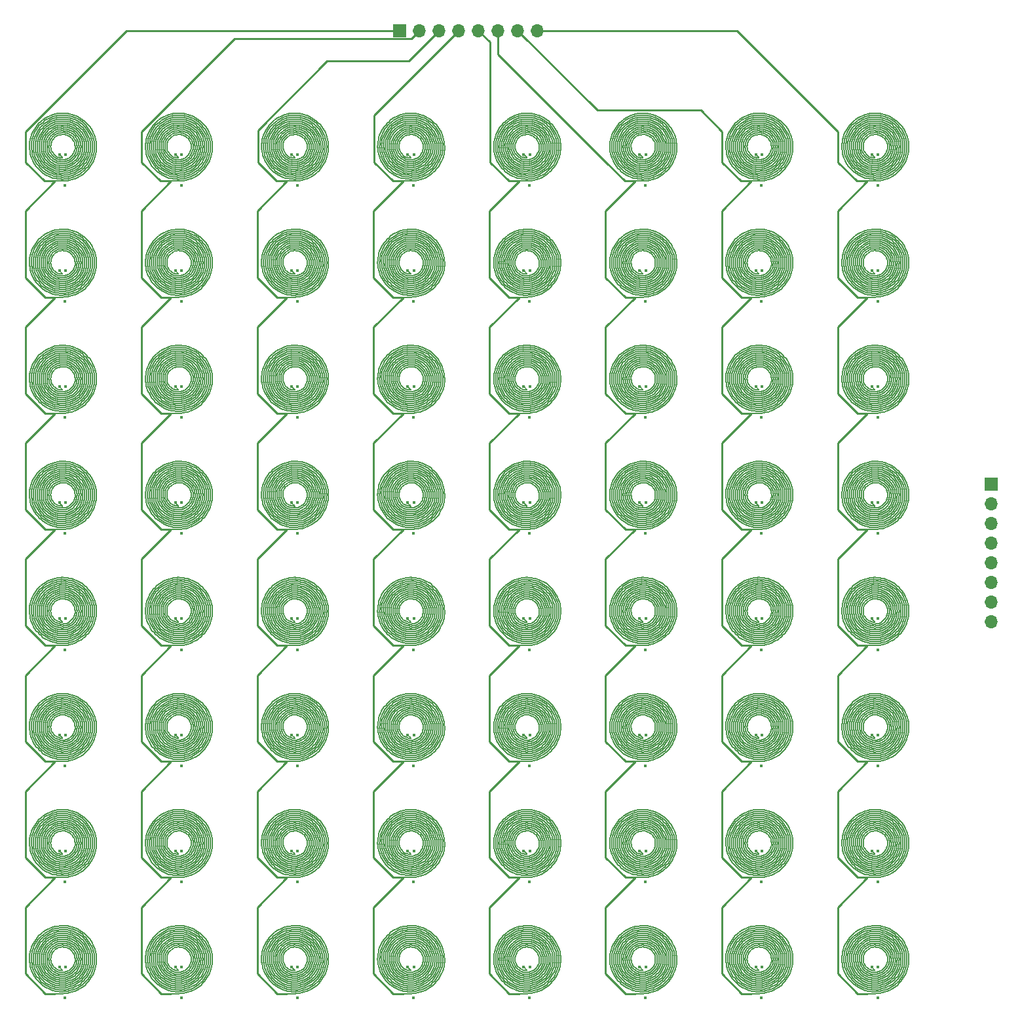
<source format=gtl>
G04 #@! TF.GenerationSoftware,KiCad,Pcbnew,(5.1.5)-3*
G04 #@! TF.CreationDate,2021-01-07T19:15:04+01:00*
G04 #@! TF.ProjectId,haptic display 8x8 aisler,68617074-6963-4206-9469-73706c617920,rev?*
G04 #@! TF.SameCoordinates,Original*
G04 #@! TF.FileFunction,Copper,L1,Top*
G04 #@! TF.FilePolarity,Positive*
%FSLAX46Y46*%
G04 Gerber Fmt 4.6, Leading zero omitted, Abs format (unit mm)*
G04 Created by KiCad (PCBNEW (5.1.5)-3) date 2021-01-07 19:15:04*
%MOMM*%
%LPD*%
G04 APERTURE LIST*
%ADD10O,1.700000X1.700000*%
%ADD11R,1.700000X1.700000*%
%ADD12C,0.450000*%
%ADD13C,0.150000*%
%ADD14C,0.250000*%
G04 APERTURE END LIST*
D10*
X170000000Y-111390000D03*
X170000000Y-108850000D03*
X170000000Y-106310000D03*
X170000000Y-103770000D03*
X170000000Y-101230000D03*
X170000000Y-98690000D03*
X170000000Y-96150000D03*
D11*
X170000000Y-93610000D03*
D10*
X111390000Y-35000000D03*
X108850000Y-35000000D03*
X106310000Y-35000000D03*
X103770000Y-35000000D03*
X101230000Y-35000000D03*
X98690000Y-35000000D03*
X96150000Y-35000000D03*
D11*
X93610000Y-35000000D03*
D12*
X154600000Y-51000000D03*
X155400000Y-51000000D03*
X155350000Y-55000000D03*
X155350000Y-70000000D03*
X155350000Y-85000000D03*
X155350000Y-100000000D03*
X155350000Y-115000000D03*
X155350000Y-130000000D03*
X155350000Y-145000000D03*
X155350000Y-160000000D03*
X155400000Y-66000000D03*
X155400000Y-81000000D03*
X155400000Y-96000000D03*
X155400000Y-111000000D03*
X155400000Y-126000000D03*
X155400000Y-141000000D03*
X155400000Y-156000000D03*
X154600000Y-66000000D03*
X154600000Y-81000000D03*
X154600000Y-96000000D03*
X154600000Y-111000000D03*
X154600000Y-126000000D03*
X154600000Y-141000000D03*
X154600000Y-156000000D03*
X139600000Y-51000000D03*
X140400000Y-51000000D03*
X140350000Y-55000000D03*
X140400000Y-66000000D03*
X140400000Y-81000000D03*
X140400000Y-96000000D03*
X140400000Y-111000000D03*
X140400000Y-126000000D03*
X140400000Y-141000000D03*
X140400000Y-156000000D03*
X140350000Y-70000000D03*
X140350000Y-85000000D03*
X140350000Y-100000000D03*
X140350000Y-115000000D03*
X140350000Y-130000000D03*
X140350000Y-145000000D03*
X140350000Y-160000000D03*
X139600000Y-66000000D03*
X139600000Y-81000000D03*
X139600000Y-96000000D03*
X139600000Y-111000000D03*
X139600000Y-126000000D03*
X139600000Y-141000000D03*
X139600000Y-156000000D03*
X124600000Y-51000000D03*
X125400000Y-51000000D03*
X125350000Y-55000000D03*
X125350000Y-70000000D03*
X125350000Y-85000000D03*
X125350000Y-100000000D03*
X125350000Y-115000000D03*
X125350000Y-130000000D03*
X125350000Y-145000000D03*
X125350000Y-160000000D03*
X124600000Y-66000000D03*
X124600000Y-81000000D03*
X124600000Y-96000000D03*
X124600000Y-111000000D03*
X124600000Y-126000000D03*
X124600000Y-141000000D03*
X124600000Y-156000000D03*
X125400000Y-66000000D03*
X125400000Y-81000000D03*
X125400000Y-96000000D03*
X125400000Y-111000000D03*
X125400000Y-126000000D03*
X125400000Y-141000000D03*
X125400000Y-156000000D03*
X109600000Y-51000000D03*
X110400000Y-51000000D03*
X110350000Y-55000000D03*
X110400000Y-66000000D03*
X110400000Y-81000000D03*
X110400000Y-96000000D03*
X110400000Y-111000000D03*
X110400000Y-126000000D03*
X110400000Y-141000000D03*
X110400000Y-156000000D03*
X109600000Y-66000000D03*
X109600000Y-81000000D03*
X109600000Y-96000000D03*
X109600000Y-111000000D03*
X109600000Y-126000000D03*
X109600000Y-141000000D03*
X109600000Y-156000000D03*
X110350000Y-70000000D03*
X110350000Y-85000000D03*
X110350000Y-100000000D03*
X110350000Y-115000000D03*
X110350000Y-130000000D03*
X110350000Y-145000000D03*
X110350000Y-160000000D03*
X94600000Y-51000000D03*
X95400000Y-51000000D03*
X95350000Y-55000000D03*
X95400000Y-66000000D03*
X95400000Y-81000000D03*
X95400000Y-96000000D03*
X95400000Y-111000000D03*
X95400000Y-126000000D03*
X95400000Y-141000000D03*
X95400000Y-156000000D03*
X94600000Y-66000000D03*
X94600000Y-81000000D03*
X94600000Y-96000000D03*
X94600000Y-111000000D03*
X94600000Y-126000000D03*
X94600000Y-141000000D03*
X94600000Y-156000000D03*
X95350000Y-70000000D03*
X95350000Y-85000000D03*
X95350000Y-100000000D03*
X95350000Y-115000000D03*
X95350000Y-130000000D03*
X95350000Y-145000000D03*
X95350000Y-160000000D03*
X79600000Y-51000000D03*
X80400000Y-51000000D03*
X80350000Y-55000000D03*
X80400000Y-66000000D03*
X80400000Y-81000000D03*
X80400000Y-96000000D03*
X80400000Y-111000000D03*
X80400000Y-126000000D03*
X80400000Y-141000000D03*
X80400000Y-156000000D03*
X80350000Y-70000000D03*
X80350000Y-85000000D03*
X80350000Y-100000000D03*
X80350000Y-115000000D03*
X80350000Y-130000000D03*
X80350000Y-145000000D03*
X80350000Y-160000000D03*
X79600000Y-66000000D03*
X79600000Y-81000000D03*
X79600000Y-96000000D03*
X79600000Y-111000000D03*
X79600000Y-126000000D03*
X79600000Y-141000000D03*
X79600000Y-156000000D03*
X64600000Y-51000000D03*
X65400000Y-51000000D03*
X65350000Y-55000000D03*
X64600000Y-66000000D03*
X64600000Y-81000000D03*
X64600000Y-96000000D03*
X64600000Y-111000000D03*
X64600000Y-126000000D03*
X64600000Y-141000000D03*
X64600000Y-156000000D03*
X65350000Y-70000000D03*
X65350000Y-85000000D03*
X65350000Y-100000000D03*
X65350000Y-115000000D03*
X65350000Y-130000000D03*
X65350000Y-145000000D03*
X65350000Y-160000000D03*
X65400000Y-66000000D03*
X65400000Y-81000000D03*
X65400000Y-96000000D03*
X65400000Y-111000000D03*
X65400000Y-126000000D03*
X65400000Y-141000000D03*
X65400000Y-156000000D03*
X50400000Y-51000000D03*
X50350000Y-55000000D03*
X49600000Y-51000000D03*
X49600000Y-66000000D03*
X49600000Y-81000000D03*
X49600000Y-96000000D03*
X49600000Y-111000000D03*
X49600000Y-126000000D03*
X49600000Y-141000000D03*
X49600000Y-156000000D03*
X50350000Y-70000000D03*
X50350000Y-85000000D03*
X50350000Y-100000000D03*
X50350000Y-115000000D03*
X50350000Y-130000000D03*
X50350000Y-145000000D03*
X50350000Y-160000000D03*
X50400000Y-66000000D03*
X50400000Y-81000000D03*
X50400000Y-96000000D03*
X50400000Y-111000000D03*
X50400000Y-126000000D03*
X50400000Y-141000000D03*
X50400000Y-156000000D03*
D13*
X155000000Y-51450000D02*
X155000000Y-51400000D01*
X155000000Y-51400000D02*
X154630068Y-51030068D01*
X154630068Y-51030068D02*
X154593806Y-51016215D01*
X154390567Y-51334471D02*
X154203784Y-51238937D01*
X155224954Y-48435407D02*
X155446930Y-48477895D01*
X154031848Y-51117307D02*
X153878399Y-50971873D01*
X155863797Y-48655906D02*
X156050010Y-48788224D01*
X156050010Y-48788224D02*
X156216070Y-48946270D01*
X156358433Y-49126988D02*
X156474017Y-49326839D01*
X154792835Y-51440865D02*
X154588286Y-51402168D01*
X153746723Y-50805432D02*
X153639687Y-50621234D01*
X153537864Y-49570678D02*
X153608677Y-49364604D01*
X155000000Y-48425000D02*
X155224954Y-48435407D01*
X155000000Y-51450000D02*
X154792835Y-51440865D01*
X156560266Y-49541864D02*
X156615209Y-49767768D01*
X153608677Y-49364604D02*
X153708485Y-49169993D01*
X153708485Y-49169993D02*
X153835459Y-48990919D01*
X156474017Y-49326839D02*
X156560266Y-49541864D01*
X156615209Y-49767768D02*
X156637500Y-50000000D01*
X156216070Y-48946270D02*
X156358433Y-49126988D01*
X156637500Y-50000000D02*
X156626457Y-50233849D01*
X153987198Y-48831165D02*
X154160778Y-48694145D01*
X156626457Y-50233849D02*
X156582073Y-50464539D01*
X153508519Y-50214443D02*
X153487500Y-50000000D01*
X153835459Y-48990919D02*
X153987198Y-48831165D01*
X154160778Y-48694145D02*
X154352802Y-48582835D01*
X156582073Y-50464539D02*
X156505027Y-50687323D01*
X156505027Y-50687323D02*
X156396672Y-50897587D01*
X154776663Y-48446655D02*
X155000000Y-48425000D01*
X156396672Y-50897587D02*
X156259010Y-51090938D01*
X153559670Y-50422919D02*
X153508519Y-50214443D01*
X153639687Y-50621234D02*
X153559670Y-50422919D01*
X154203784Y-51238937D02*
X154031848Y-51117307D01*
X153487500Y-50000000D02*
X153497271Y-49783940D01*
X153497271Y-49783940D02*
X153537864Y-49570678D01*
X154352802Y-48582835D02*
X154559473Y-48499702D01*
X154559473Y-48499702D02*
X154776663Y-48446655D01*
X155446930Y-48477895D02*
X155661360Y-48551825D01*
X154588286Y-51402168D02*
X154390567Y-51334471D01*
X153878399Y-50971873D02*
X153746723Y-50805432D01*
X155661360Y-48551825D02*
X155863797Y-48655906D01*
X155475744Y-51620235D02*
X155241127Y-51677072D01*
X155000000Y-51700000D02*
X154777426Y-51690620D01*
X155241127Y-51677072D02*
X155000000Y-51700000D01*
X156259010Y-51090938D02*
X156094659Y-51263304D01*
X154777426Y-51690620D02*
X154557312Y-51652136D01*
X154343459Y-51585031D02*
X154139583Y-51490285D01*
X155906802Y-51411012D02*
X155699125Y-51530869D01*
X154139583Y-51490285D02*
X153949252Y-51369361D01*
X155699125Y-51530869D02*
X155475744Y-51620235D01*
X154557312Y-51652136D02*
X154343459Y-51585031D01*
X153949252Y-51369361D02*
X153775821Y-51224179D01*
X156094659Y-51263304D02*
X155906802Y-51411012D01*
X153247415Y-49769268D02*
X153287494Y-49541135D01*
X153287494Y-49541135D02*
X153357227Y-49319541D01*
X153622375Y-51057089D02*
X153491672Y-50870833D01*
X153257742Y-50229373D02*
X153237500Y-50000000D01*
X153307617Y-50453473D02*
X153257742Y-50229373D01*
X153581054Y-48911205D02*
X153731627Y-48731627D01*
X153491672Y-50870833D02*
X153386098Y-50668500D01*
X153237500Y-50000000D02*
X153247415Y-49769268D01*
X153731627Y-48731627D02*
X153904864Y-48572790D01*
X154097917Y-48437546D02*
X154307582Y-48328355D01*
X154307582Y-48328355D02*
X154530351Y-48247247D01*
X153775821Y-51224179D02*
X153622375Y-51057089D01*
X154530351Y-48247247D02*
X154762470Y-48195777D01*
X154762470Y-48195777D02*
X155000000Y-48175000D01*
X155000000Y-48175000D02*
X155238890Y-48185449D01*
X153357227Y-49319541D02*
X153455588Y-49108333D01*
X155238890Y-48185449D02*
X155475041Y-48227124D01*
X155475041Y-48227124D02*
X155704377Y-48299484D01*
X155704377Y-48299484D02*
X155922917Y-48401461D01*
X153455588Y-49108333D02*
X153581054Y-48911205D01*
X155922917Y-48401461D02*
X156126843Y-48531470D01*
X153904864Y-48572790D02*
X154097917Y-48437546D01*
X156126843Y-48531470D02*
X156312567Y-48687433D01*
X153386098Y-50668500D02*
X153307617Y-50453473D01*
X156312567Y-48687433D02*
X156476794Y-48866816D01*
X153055316Y-50479322D02*
X153006946Y-50242001D01*
X157126688Y-50258227D02*
X157084724Y-50513838D01*
X157084724Y-50513838D02*
X157012083Y-50763082D01*
X156171232Y-51526379D02*
X155964583Y-51670707D01*
X156518115Y-51164890D02*
X156356761Y-51356761D01*
X155740253Y-51787129D02*
X155502001Y-51873494D01*
X153515214Y-51315406D02*
X153363528Y-51129575D01*
X155000000Y-47925000D02*
X155250693Y-47935356D01*
X155964583Y-51670707D02*
X155740253Y-51787129D01*
X157066052Y-49490764D02*
X157117143Y-49742932D01*
X157012083Y-50763082D02*
X156909690Y-51002283D01*
X153006946Y-50242001D02*
X152987500Y-50000000D01*
X156875634Y-49015591D02*
X156985111Y-49247147D01*
X156578350Y-48601704D02*
X156739345Y-48799417D01*
X156909690Y-51002283D02*
X156778911Y-51227894D01*
X156778911Y-51227894D02*
X156621533Y-51436553D01*
X156621533Y-51436553D02*
X156439741Y-51625132D01*
X156476794Y-48866816D02*
X156616581Y-49066667D01*
X156652665Y-50954167D02*
X156518115Y-51164890D01*
X154303406Y-51836767D02*
X154084853Y-51743667D01*
X153687782Y-51481188D02*
X153515214Y-51315406D01*
X153235048Y-50926318D02*
X153131766Y-50708528D01*
X153363528Y-51129575D02*
X153235048Y-50926318D01*
X154084853Y-51743667D02*
X153878618Y-51624602D01*
X152987500Y-50000000D02*
X152997401Y-49756840D01*
X156616581Y-49066667D02*
X156729387Y-49283664D01*
X156729387Y-49283664D02*
X156813123Y-49514175D01*
X153104794Y-49281243D02*
X153200992Y-49055808D01*
X154505721Y-47994632D02*
X154750466Y-47944902D01*
X155250693Y-47935356D02*
X155498881Y-47975960D01*
X156739345Y-48799417D02*
X156875634Y-49015591D01*
X155740920Y-48046355D02*
X155973238Y-48145651D01*
X156985111Y-49247147D02*
X157066052Y-49490764D01*
X156439741Y-51625132D02*
X156236087Y-51790781D01*
X155253846Y-51928154D02*
X155000000Y-51950000D01*
X153472030Y-48646337D02*
X153643149Y-48468432D01*
X156813123Y-49514175D02*
X156866188Y-49754312D01*
X156356761Y-51356761D02*
X156171232Y-51526379D01*
X153878618Y-51624602D02*
X153687782Y-51481188D01*
X154750466Y-47944902D02*
X155000000Y-47925000D01*
X152997401Y-49756840D02*
X153036644Y-49516076D01*
X156758258Y-50728294D02*
X156652665Y-50954167D01*
X154531033Y-51902673D02*
X154303406Y-51836767D01*
X153036644Y-49516076D02*
X153104794Y-49281243D01*
X156887500Y-50000000D02*
X156876516Y-50247048D01*
X153323962Y-48843114D02*
X153472030Y-48646337D01*
X155498881Y-47975960D02*
X155740920Y-48046355D01*
X153834921Y-48312092D02*
X154044636Y-48179707D01*
X153200992Y-49055808D02*
X153323962Y-48843114D01*
X155973238Y-48145651D02*
X156192390Y-48272525D01*
X153643149Y-48468432D02*
X153834921Y-48312092D01*
X156876516Y-50247048D02*
X156833247Y-50491217D01*
X155000000Y-51950000D02*
X154764374Y-51940555D01*
X156833247Y-50491217D02*
X156758258Y-50728294D01*
X154764374Y-51940555D02*
X154531033Y-51902673D01*
X156866188Y-49754312D02*
X156887500Y-50000000D01*
X155502001Y-51873494D02*
X155253846Y-51928154D01*
X154044636Y-48179707D02*
X154269309Y-48073327D01*
X153131766Y-50708528D02*
X153055316Y-50479322D01*
X156192390Y-48272525D02*
X156395108Y-48425249D01*
X156395108Y-48425249D02*
X156578350Y-48601704D01*
X157117143Y-49742932D02*
X157137500Y-50000000D01*
X157137500Y-50000000D02*
X157126688Y-50258227D01*
X154269309Y-48073327D02*
X154505721Y-47994632D01*
X157240880Y-49215882D02*
X157318936Y-49470718D01*
X153567087Y-48203184D02*
X153774901Y-48050266D01*
X157336345Y-50533256D02*
X157266163Y-50792965D01*
X157266163Y-50792965D02*
X157167152Y-51043645D01*
X152785521Y-49494560D02*
X152851823Y-49248320D01*
X156013454Y-51930975D02*
X155775016Y-52043550D01*
X153611622Y-51740971D02*
X153422268Y-51577732D01*
X157134974Y-48971850D02*
X157240880Y-49215882D01*
X153103187Y-51191847D02*
X152977647Y-50973914D01*
X157167152Y-51043645D02*
X157040454Y-51282102D01*
X156510849Y-51894545D02*
X156291603Y-52055574D01*
X156055267Y-52191285D02*
X155804760Y-52299873D01*
X155804760Y-52299873D02*
X155543189Y-52379869D01*
X154488884Y-52404613D02*
X154239046Y-52341977D01*
X152756162Y-50252820D02*
X152737500Y-50000000D01*
X153774901Y-48050266D02*
X153998968Y-47921336D01*
X155775016Y-52043550D02*
X155524193Y-52126736D01*
X154753178Y-52190603D02*
X154508467Y-52153546D01*
X152877105Y-50742833D02*
X152802930Y-50501467D01*
X153210164Y-48572654D02*
X153378074Y-48378074D01*
X155000000Y-47675000D02*
X155260817Y-47685183D01*
X157002654Y-48741649D02*
X157134974Y-48971850D01*
X157368052Y-49733185D02*
X157387500Y-50000000D01*
X155264601Y-52179187D02*
X155000000Y-52200000D01*
X152945469Y-49010590D02*
X153065386Y-48784402D01*
X157318936Y-49470718D02*
X157368052Y-49733185D01*
X157040454Y-51282102D02*
X156887565Y-51505283D01*
X155000000Y-52450000D02*
X154743470Y-52440722D01*
X156710315Y-51710315D02*
X156510849Y-51894545D01*
X155524193Y-52126736D02*
X155264601Y-52179187D01*
X156016528Y-47889159D02*
X156248850Y-48012466D01*
X154268963Y-52089185D02*
X154037708Y-51998220D01*
X152977647Y-50973914D02*
X152877105Y-50742833D01*
X155543189Y-52379869D02*
X155273813Y-52430159D01*
X154037708Y-51998220D02*
X153817654Y-51881693D01*
X153998968Y-47921336D02*
X154236525Y-47818113D01*
X155000000Y-52200000D02*
X154753178Y-52190603D01*
X157387500Y-50000000D02*
X157376924Y-50267815D01*
X155273813Y-52430159D02*
X155000000Y-52450000D01*
X154743470Y-52440722D02*
X154488884Y-52404613D01*
X153422268Y-51577732D02*
X153252048Y-51393945D01*
X152802930Y-50501467D02*
X152756162Y-50252820D01*
X155260817Y-47685183D02*
X155519348Y-47724588D01*
X156291603Y-52055574D02*
X156055267Y-52191285D01*
X156887565Y-51505283D02*
X156710315Y-51710315D01*
X154508467Y-52153546D02*
X154268963Y-52089185D01*
X152737500Y-50000000D02*
X152747290Y-49746181D01*
X152747290Y-49746181D02*
X152785521Y-49494560D01*
X154740182Y-47694055D02*
X155000000Y-47675000D01*
X154236525Y-47818113D02*
X154484626Y-47741997D01*
X155519348Y-47724588D02*
X155772322Y-47792830D01*
X153817654Y-51881693D02*
X153611622Y-51740971D01*
X154484626Y-47741997D02*
X154740182Y-47694055D01*
X152851823Y-49248320D02*
X152945469Y-49010590D01*
X156248850Y-48012466D02*
X156466314Y-48161300D01*
X156466314Y-48161300D02*
X156666120Y-48333880D01*
X155772322Y-47792830D02*
X156016528Y-47889159D01*
X156845681Y-48528119D02*
X157002654Y-48741649D01*
X153252048Y-51393945D02*
X153103187Y-51191847D01*
X153065386Y-48784402D02*
X153210164Y-48572654D01*
X157376924Y-50267815D02*
X157336345Y-50533256D01*
X153378074Y-48378074D02*
X153567087Y-48203184D01*
X156236087Y-51790781D02*
X156013454Y-51930975D01*
X156666120Y-48333880D02*
X156845681Y-48528119D01*
X157496523Y-49188830D02*
X157571713Y-49453366D01*
X153341114Y-51842380D02*
X153154524Y-51661674D01*
X152622359Y-50772542D02*
X152550555Y-50520646D01*
X152598582Y-49219732D02*
X152689491Y-48971295D01*
X154208144Y-47562918D02*
X154466360Y-47489421D01*
X156938369Y-48254684D02*
X157113557Y-48464411D01*
X157627195Y-50276129D02*
X157588016Y-50550100D01*
X157588016Y-50550100D02*
X157520300Y-50818895D01*
X152497120Y-49736937D02*
X152534253Y-49475889D01*
X155269596Y-47434962D02*
X155537105Y-47473119D01*
X157424702Y-51079547D02*
X157302184Y-51329167D01*
X156339583Y-52320226D02*
X156091410Y-52451347D01*
X155830483Y-52555964D02*
X155559629Y-52632847D01*
X152534253Y-49475889D02*
X152598582Y-49219732D01*
X157637500Y-50000000D02*
X157627195Y-50276129D01*
X153154524Y-51661674D02*
X152987570Y-51462116D01*
X153764583Y-52139804D02*
X153545232Y-52002317D01*
X157618908Y-49724742D02*
X157637500Y-50000000D01*
X155799581Y-47539141D02*
X156054126Y-47632395D01*
X152806069Y-48733333D02*
X152947119Y-48508495D01*
X152550555Y-50520646D02*
X152505408Y-50262192D01*
X156981720Y-51784348D02*
X156787136Y-51984816D01*
X153959432Y-47662846D02*
X154208144Y-47562918D01*
X155559629Y-52632847D02*
X155281791Y-52681065D01*
X154239046Y-52341977D02*
X153996716Y-52253412D01*
X155281791Y-52681065D02*
X155000000Y-52700000D01*
X156297917Y-47751942D02*
X156528242Y-47896556D01*
X153296505Y-48108077D02*
X153501148Y-47937007D01*
X155000000Y-47425000D02*
X155269596Y-47434962D01*
X153501148Y-47937007D02*
X153722917Y-47788027D01*
X154466360Y-47489421D02*
X154731275Y-47443250D01*
X154731275Y-47443250D02*
X155000000Y-47425000D01*
X155537105Y-47473119D02*
X155799581Y-47539141D01*
X156742528Y-48064727D02*
X156938369Y-48254684D01*
X152487500Y-50000000D02*
X152497120Y-49736937D01*
X152987570Y-51462116D02*
X152842153Y-51245833D01*
X157266100Y-48691667D02*
X157394250Y-48934011D01*
X156528242Y-47896556D02*
X156742528Y-48064727D01*
X156787136Y-51984816D02*
X156572326Y-52164120D01*
X155000000Y-52700000D02*
X154734971Y-52690886D01*
X154734971Y-52690886D02*
X154471732Y-52655783D01*
X154471732Y-52655783D02*
X154212830Y-52594953D01*
X152505408Y-50262192D02*
X152487500Y-50000000D01*
X154212830Y-52594953D02*
X153960775Y-52508910D01*
X153722917Y-47788027D02*
X153959432Y-47662846D01*
X153960775Y-52508910D02*
X153718022Y-52398412D01*
X153718022Y-52398412D02*
X153486939Y-52264456D01*
X153486939Y-52264456D02*
X153269791Y-52108265D01*
X157394250Y-48934011D02*
X157496523Y-49188830D01*
X152842153Y-51245833D02*
X152719943Y-51015147D01*
X152947119Y-48508495D02*
X153111174Y-48299293D01*
X152719943Y-51015147D02*
X152622359Y-50772542D01*
X152689491Y-48971295D02*
X152806069Y-48733333D01*
X157113557Y-48464411D02*
X157266100Y-48691667D01*
X157520300Y-50818895D02*
X157424702Y-51079547D01*
X157154008Y-51564978D02*
X156981720Y-51784348D01*
X156572326Y-52164120D02*
X156339583Y-52320226D01*
X153111174Y-48299293D02*
X153296505Y-48108077D01*
X153996716Y-52253412D02*
X153764583Y-52139804D01*
X157302184Y-51329167D02*
X157154008Y-51564978D01*
X156091410Y-52451347D02*
X155830483Y-52555964D01*
X153545232Y-52002317D02*
X153341114Y-51842380D01*
X157571713Y-49453366D02*
X157618908Y-49724742D01*
X156054126Y-47632395D02*
X156297917Y-47751942D01*
X152546467Y-48688560D02*
X152683578Y-48452216D01*
X155823456Y-47285429D02*
X156087060Y-47375605D01*
X157210931Y-48185536D02*
X157381381Y-48408812D01*
X157381381Y-48408812D02*
X157529323Y-48648049D01*
X157063868Y-52063868D02*
X156854113Y-52259244D01*
X156854113Y-52259244D02*
X156625911Y-52433348D01*
X155852938Y-52811760D02*
X155573992Y-52885654D01*
X155573992Y-52885654D02*
X155288768Y-52931908D01*
X156809508Y-47795108D02*
X157019674Y-47980326D01*
X156122937Y-52711009D02*
X155852938Y-52811760D01*
X154189676Y-52847994D02*
X153929025Y-52764506D01*
X153929025Y-52764506D02*
X153676878Y-52657187D01*
X153676878Y-52657187D02*
X153435413Y-52526895D01*
X152367666Y-50798510D02*
X152298243Y-50537413D01*
X157019674Y-47980326D02*
X157210931Y-48185536D01*
X153677511Y-47525797D02*
X153924899Y-47404476D01*
X152433347Y-48936858D02*
X152546467Y-48688560D01*
X153024520Y-48024520D02*
X153225186Y-47837382D01*
X153924899Y-47404476D02*
X154183348Y-47307858D01*
X154723484Y-47192491D02*
X155000000Y-47175000D01*
X152885696Y-51735165D02*
X152722553Y-51521742D01*
X157774379Y-50841599D02*
X157682138Y-51110978D01*
X155288768Y-52931908D02*
X155000000Y-52950000D01*
X155000000Y-52950000D02*
X154727469Y-52941077D01*
X154450394Y-47236944D02*
X154723484Y-47192491D01*
X154727469Y-52941077D02*
X154456588Y-52906998D01*
X154456588Y-52906998D02*
X154189676Y-52847994D01*
X157824355Y-49438201D02*
X157869708Y-49717358D01*
X152462218Y-51051184D02*
X152367666Y-50798510D01*
X152237500Y-50000000D02*
X152246915Y-49728845D01*
X152683578Y-48452216D02*
X152843422Y-48230142D01*
X157529323Y-48648049D02*
X157653267Y-48900981D01*
X157869708Y-49717358D02*
X157887500Y-50000000D01*
X152843422Y-48230142D02*
X153024520Y-48024520D01*
X156582507Y-47631611D02*
X156809508Y-47795108D01*
X155000000Y-47175000D02*
X155277281Y-47184716D01*
X157887500Y-50000000D02*
X157877483Y-50283407D01*
X152282918Y-49459539D02*
X152345238Y-49194687D01*
X157877483Y-50283407D02*
X157839680Y-50564847D01*
X157839680Y-50564847D02*
X157774379Y-50841599D01*
X152722553Y-51521742D02*
X152580918Y-51293027D01*
X153269791Y-52108265D02*
X153068715Y-51931285D01*
X156340903Y-47491347D02*
X156582507Y-47631611D01*
X157682138Y-51110978D02*
X157563773Y-51370365D01*
X152580918Y-51293027D02*
X152462218Y-51051184D01*
X156381413Y-52584443D02*
X156122937Y-52711009D01*
X152246915Y-49728845D02*
X152282918Y-49459539D01*
X157420356Y-51617230D02*
X157253205Y-51849157D01*
X153435413Y-52526895D02*
X153206719Y-52374688D01*
X155277281Y-47184716D02*
X155552654Y-47221619D01*
X157653267Y-48900981D02*
X157751951Y-49165205D01*
X155552654Y-47221619D02*
X155823456Y-47285429D01*
X153443535Y-47670586D02*
X153677511Y-47525797D01*
X157563773Y-51370365D02*
X157420356Y-51617230D01*
X156087060Y-47375605D02*
X156340903Y-47491347D01*
X157253205Y-51849157D02*
X157063868Y-52063868D01*
X156625911Y-52433348D02*
X156381413Y-52584443D01*
X157751951Y-49165205D02*
X157824355Y-49438201D01*
X152254690Y-50270389D02*
X152237500Y-50000000D01*
X152298243Y-50537413D02*
X152254690Y-50270389D01*
X153225186Y-47837382D02*
X153443535Y-47670586D01*
X152345238Y-49194687D02*
X152433347Y-48936858D01*
X154183348Y-47307858D02*
X154450394Y-47236944D01*
X153068715Y-51931285D02*
X152885696Y-51735165D01*
X153894494Y-47146361D02*
X154161505Y-47052995D01*
X158137500Y-50000000D02*
X158127777Y-50289831D01*
X156912922Y-52533118D02*
X156672970Y-52701940D01*
X155294920Y-53182689D02*
X155000000Y-53200000D01*
X152752000Y-47950677D02*
X152948200Y-47749283D01*
X155284064Y-46934457D02*
X155566381Y-46970130D01*
X152575436Y-48169054D02*
X152752000Y-47950677D01*
X152031566Y-49445103D02*
X152091892Y-49172572D01*
X152046021Y-50552194D02*
X152004012Y-50277619D01*
X156868610Y-47525560D02*
X157091429Y-47705812D01*
X157648801Y-48359932D02*
X157792120Y-48609690D01*
X157939344Y-51138708D02*
X157825030Y-51406698D01*
X153206719Y-52374688D02*
X152992783Y-52201812D01*
X152457476Y-51574264D02*
X152319776Y-51334593D01*
X152204640Y-51082928D02*
X152113109Y-50821391D01*
X153162407Y-47566634D02*
X153392834Y-47404337D01*
X153392834Y-47404337D02*
X153637548Y-47263828D01*
X155566381Y-46970130D02*
X155844532Y-47031778D01*
X156630391Y-47366828D02*
X156868610Y-47525560D01*
X157296905Y-47906094D02*
X157483242Y-48124743D01*
X158076850Y-49424837D02*
X158120455Y-49710847D01*
X157136011Y-52343093D02*
X156912922Y-52533118D01*
X152419966Y-48402511D02*
X152575436Y-48169054D01*
X156116131Y-47118935D02*
X156378839Y-47230918D01*
X157091429Y-47705812D02*
X157296905Y-47906094D01*
X157686311Y-51663293D02*
X157524316Y-51906275D01*
X154720799Y-53191282D02*
X154443120Y-53158224D01*
X152113109Y-50821391D02*
X152046021Y-50552194D01*
X152319776Y-51334593D02*
X152204640Y-51082928D01*
X155844532Y-47031778D02*
X156116131Y-47118935D01*
X156150661Y-52970198D02*
X155872703Y-53067234D01*
X154436321Y-46984585D02*
X154716614Y-46941778D01*
X155586647Y-53138286D02*
X155294920Y-53182689D01*
X157825030Y-51406698D02*
X157686311Y-51663293D01*
X154716614Y-46941778D02*
X155000000Y-46925000D01*
X157340376Y-52133535D02*
X157136011Y-52343093D01*
X152795471Y-52009694D02*
X152616510Y-51799928D01*
X153637548Y-47263828D02*
X153894494Y-47146361D01*
X156378839Y-47230918D02*
X156630391Y-47366828D01*
X158120455Y-49710847D02*
X158137500Y-50000000D01*
X157792120Y-48609690D02*
X157911919Y-48871917D01*
X158127777Y-50289831D02*
X158091306Y-50577865D01*
X152616510Y-51799928D02*
X152457476Y-51574264D01*
X151987500Y-50000000D02*
X151996690Y-49721702D01*
X152177215Y-48906447D02*
X152286865Y-48649019D01*
X154161505Y-47052995D02*
X154436321Y-46984585D01*
X157911919Y-48871917D02*
X158007120Y-49144401D01*
X158007120Y-49144401D02*
X158076850Y-49424837D01*
X157483242Y-48124743D02*
X157648801Y-48359932D01*
X156672970Y-52701940D02*
X156418169Y-52848067D01*
X151996690Y-49721702D02*
X152031566Y-49445103D01*
X155872703Y-53067234D02*
X155586647Y-53138286D01*
X152948200Y-47749283D02*
X153162407Y-47566634D01*
X158091306Y-50577865D02*
X158028336Y-50861636D01*
X155000000Y-53200000D02*
X154720799Y-53191282D01*
X154443120Y-53158224D02*
X154169083Y-53101024D01*
X156418169Y-52848067D02*
X156150661Y-52970198D01*
X158028336Y-50861636D02*
X157939344Y-51138708D01*
X152004012Y-50277619D02*
X151987500Y-50000000D01*
X157524316Y-51906275D02*
X157340376Y-52133535D01*
X152091892Y-49172572D02*
X152177215Y-48906447D01*
X152286865Y-48649019D02*
X152419966Y-48402511D01*
X155000000Y-46925000D02*
X155284064Y-46934457D01*
X152992783Y-52201812D02*
X152795471Y-52009694D01*
X155578586Y-46718675D02*
X155863269Y-46778235D01*
X156141967Y-46862471D02*
X156412543Y-46970792D01*
X156412543Y-46970792D02*
X156672917Y-47102423D01*
X157573697Y-47840412D02*
X157754968Y-48070951D01*
X152156550Y-48358333D02*
X152307607Y-48114766D01*
X154710510Y-46691112D02*
X155000000Y-46675000D01*
X152027436Y-48613871D02*
X152156550Y-48358333D01*
X151737500Y-50000000D02*
X151746456Y-49715352D01*
X158170157Y-48846157D02*
X158262012Y-49125947D01*
X152880586Y-47474181D02*
X153106799Y-47296229D01*
X157373227Y-47626773D02*
X157573697Y-47840412D01*
X158329197Y-49412973D02*
X158371151Y-49705063D01*
X151838605Y-49152907D02*
X151921202Y-48879409D01*
X152479501Y-47885050D02*
X152670967Y-47670967D01*
X152192634Y-51620833D02*
X152058905Y-51371455D01*
X152058905Y-51371455D02*
X151947304Y-51111090D01*
X156672917Y-47102423D02*
X156921083Y-47256410D01*
X158262012Y-49125947D02*
X158329197Y-49412973D01*
X151947304Y-51111090D02*
X151858729Y-50841701D01*
X158371151Y-49705063D02*
X158387500Y-50000000D01*
X157754968Y-48070951D02*
X157915619Y-48316667D01*
X158378069Y-50295543D02*
X158342875Y-50589439D01*
X158342875Y-50589439D02*
X158282135Y-50879446D01*
X158282135Y-50879446D02*
X158196260Y-51163344D01*
X155290095Y-46684194D02*
X155578586Y-46718675D01*
X158196260Y-51163344D02*
X158085852Y-51438956D01*
X153640284Y-52915919D02*
X153389583Y-52789323D01*
X152925224Y-52472621D02*
X152715161Y-52284839D01*
X151780226Y-49432267D02*
X151838605Y-49152907D01*
X151921202Y-48879409D02*
X152027436Y-48613871D01*
X158387500Y-50000000D02*
X158378069Y-50295543D01*
X158085852Y-51438956D02*
X157951703Y-51704167D01*
X154423826Y-46732353D02*
X154710510Y-46691112D01*
X157951703Y-51704167D02*
X157794787Y-51956931D01*
X157794787Y-51956931D02*
X157616255Y-52195298D01*
X156921083Y-47256410D02*
X157155124Y-47431623D01*
X157616255Y-52195298D02*
X157417421Y-52417421D01*
X154142123Y-46798358D02*
X154423826Y-46732353D01*
X157417421Y-52417421D02*
X157199762Y-52621574D01*
X157199762Y-52621574D02*
X156964898Y-52806165D01*
X157915619Y-48316667D02*
X158054383Y-48575718D01*
X156964898Y-52806165D02*
X156714583Y-52969745D01*
X151793904Y-50565321D02*
X151753374Y-50284043D01*
X156714583Y-52969745D02*
X156450696Y-53111027D01*
X153900785Y-53020068D02*
X153640284Y-52915919D01*
X158054383Y-48575718D02*
X158170157Y-48846157D01*
X155863269Y-46778235D02*
X156141967Y-46862471D01*
X153150614Y-52641196D02*
X152925224Y-52472621D01*
X153602131Y-47002261D02*
X153867533Y-46888573D01*
X157155124Y-47431623D02*
X157373227Y-47626773D01*
X153389583Y-52789323D02*
X153150614Y-52641196D01*
X151753374Y-50284043D02*
X151737500Y-50000000D01*
X152307607Y-48114766D02*
X152479501Y-47885050D01*
X152715161Y-52284839D02*
X152522059Y-52079239D01*
X152347426Y-51857352D02*
X152192634Y-51620833D01*
X153106799Y-47296229D02*
X153347917Y-47138508D01*
X153347917Y-47138508D02*
X153602131Y-47002261D01*
X152522059Y-52079239D02*
X152347426Y-51857352D01*
X151858729Y-50841701D02*
X151793904Y-50565321D01*
X153867533Y-46888573D02*
X154142123Y-46798358D01*
X151746456Y-49715352D02*
X151780226Y-49432267D01*
X154169083Y-53101024D02*
X153900785Y-53020068D01*
X155000000Y-46675000D02*
X155290095Y-46684194D01*
X152670967Y-47670967D02*
X152880586Y-47474181D01*
X151928206Y-51662372D02*
X151798408Y-51404348D01*
X155890230Y-53322382D02*
X155597880Y-53390748D01*
X151665372Y-48855221D02*
X151768284Y-48582438D01*
X153570546Y-46741172D02*
X153843472Y-46631148D01*
X158025916Y-48023070D02*
X158181728Y-48278135D01*
X154150653Y-53353997D02*
X153875514Y-53275514D01*
X158181728Y-48278135D02*
X158316063Y-48545440D01*
X155295493Y-46433932D02*
X155589509Y-46467269D01*
X152207377Y-47826414D02*
X152393988Y-47600997D01*
X157849732Y-47781965D02*
X158025916Y-48023070D01*
X156175219Y-53228888D02*
X155890230Y-53322382D01*
X151585415Y-49135310D02*
X151665372Y-48855221D01*
X158621798Y-49699889D02*
X158637500Y-50000000D01*
X152393988Y-47600997D02*
X152598769Y-47391568D01*
X157654414Y-47556439D02*
X157849732Y-47781965D01*
X151487500Y-50000000D02*
X151496219Y-49709668D01*
X154714830Y-53441495D02*
X154431066Y-53409436D01*
X151604548Y-50859845D02*
X151541895Y-50577056D01*
X155880033Y-46524828D02*
X156165073Y-46606258D01*
X153607544Y-53174480D02*
X153348588Y-53051542D01*
X155597880Y-53390748D02*
X155300385Y-53433413D01*
X152864803Y-52743302D02*
X152643327Y-52560029D01*
X152248911Y-52141259D02*
X152078730Y-51908561D01*
X151768284Y-48582438D02*
X151893490Y-48318841D01*
X153875514Y-53275514D02*
X153607544Y-53174480D01*
X151798408Y-51404348D02*
X151690262Y-51136235D01*
X155000000Y-53450000D02*
X154714830Y-53441495D01*
X151502775Y-50289788D02*
X151487500Y-50000000D01*
X152820353Y-47199590D02*
X153057255Y-47026407D01*
X153843472Y-46631148D02*
X154124812Y-46543960D01*
X154124812Y-46543960D02*
X154412657Y-46480248D01*
X154705050Y-46440489D02*
X155000000Y-46425000D01*
X156710906Y-46838523D02*
X156967934Y-46987853D01*
X155000000Y-46425000D02*
X155295493Y-46433932D01*
X154412657Y-46480248D02*
X154705050Y-46440489D01*
X151496219Y-49709668D02*
X151528917Y-49420779D01*
X156967934Y-46987853D02*
X157211974Y-47158056D01*
X157211974Y-47158056D02*
X157441333Y-47348006D01*
X158316063Y-48545440D02*
X158427965Y-48823178D01*
X157441333Y-47348006D02*
X157654414Y-47556439D01*
X155300385Y-53433413D02*
X155000000Y-53450000D01*
X152643327Y-52560029D02*
X152437551Y-52358900D01*
X151893490Y-48318841D02*
X152040176Y-48066250D01*
X158427965Y-48823178D02*
X158516627Y-49109469D01*
X152437551Y-52358900D02*
X152248911Y-52141259D01*
X152040176Y-48066250D02*
X152207377Y-47826414D01*
X156442668Y-46711048D02*
X156710906Y-46838523D01*
X158516627Y-49109469D02*
X158581400Y-49402370D01*
X158581400Y-49402370D02*
X158621798Y-49699889D01*
X153348588Y-53051542D02*
X153100435Y-52907501D01*
X151528917Y-49420779D02*
X151585415Y-49135310D01*
X153307882Y-46873239D02*
X153570546Y-46741172D01*
X156165073Y-46606258D02*
X156442668Y-46711048D01*
X158637500Y-50000000D02*
X158628354Y-50300654D01*
X156450696Y-53111027D02*
X156175219Y-53228888D01*
X155589509Y-46467269D02*
X155880033Y-46524828D01*
X158628354Y-50300654D02*
X158594378Y-50599796D01*
X153100435Y-52907501D02*
X152864803Y-52743302D01*
X154431066Y-53409436D02*
X154150653Y-53353997D01*
X152078730Y-51908561D02*
X151928206Y-51662372D01*
X151690262Y-51136235D02*
X151604548Y-50859845D01*
X151541895Y-50577056D02*
X151502775Y-50289788D01*
X152598769Y-47391568D02*
X152820353Y-47199590D01*
X153057255Y-47026407D02*
X153307882Y-46873239D01*
X156197116Y-53487079D02*
X155905874Y-53577215D01*
X154402616Y-46228265D02*
X154700139Y-46189907D01*
X154700139Y-46189907D02*
X155000000Y-46175000D01*
X155300351Y-46183676D02*
X155599340Y-46215919D01*
X154109260Y-46289801D02*
X154402616Y-46228265D01*
X155599340Y-46215919D02*
X155895117Y-46271569D01*
X157256424Y-52899053D02*
X157011114Y-53078239D01*
X157011114Y-53078239D02*
X156751612Y-53236695D01*
X155000000Y-46175000D02*
X155300351Y-46183676D01*
X155895117Y-46271569D02*
X156185853Y-46350321D01*
X156185853Y-46350321D02*
X156469744Y-46451725D01*
X156469744Y-46451725D02*
X156745026Y-46575194D01*
X158535760Y-50895376D02*
X158452855Y-51185367D01*
X158064470Y-52002118D02*
X157891265Y-52250362D01*
X151664294Y-51699627D02*
X151538339Y-51433867D01*
X156745026Y-46575194D02*
X157009987Y-46720000D01*
X152810500Y-53013588D02*
X152578776Y-52834888D01*
X151976299Y-52196847D02*
X151810593Y-51954471D01*
X156751612Y-53236695D02*
X156479666Y-53373299D01*
X151433538Y-51158814D02*
X151350574Y-50876150D01*
X157891265Y-52250362D02*
X157697977Y-52483663D01*
X151350574Y-50876150D02*
X151289996Y-50587607D01*
X157485891Y-52700397D02*
X157256424Y-52899053D01*
X151245983Y-49704552D02*
X151277650Y-49410438D01*
X151773290Y-48022669D02*
X151935848Y-47773763D01*
X151935848Y-47773763D02*
X152117586Y-47538186D01*
X152117586Y-47538186D02*
X152317414Y-47317414D01*
X155905874Y-53577215D02*
X155607917Y-53643048D01*
X153578092Y-53432790D02*
X153311723Y-53313431D01*
X153852774Y-53530797D02*
X153578092Y-53432790D01*
X152361608Y-52638392D02*
X152160359Y-52425283D01*
X153012873Y-46757303D02*
X153271999Y-46608606D01*
X153821873Y-46374097D02*
X154109260Y-46289801D01*
X152160359Y-52425283D02*
X151976299Y-52196847D01*
X152578776Y-52834888D02*
X152361608Y-52638392D01*
X154420215Y-53660620D02*
X154134064Y-53606885D01*
X158346188Y-51467774D02*
X158216444Y-51740652D01*
X153311723Y-53313431D02*
X153055326Y-53173420D01*
X151237500Y-50000000D02*
X151245983Y-49704552D01*
X152317414Y-47317414D02*
X152534127Y-47112834D01*
X158594378Y-50599796D02*
X158535760Y-50895376D01*
X156479666Y-53373299D02*
X156197116Y-53487079D01*
X158216444Y-51740652D02*
X158064470Y-52002118D01*
X151538339Y-51433867D02*
X151433538Y-51158814D01*
X151409762Y-48833461D02*
X151509468Y-48554174D01*
X154709456Y-53691710D02*
X154420215Y-53660620D01*
X151252214Y-50294957D02*
X151237500Y-50000000D01*
X151509468Y-48554174D02*
X151630882Y-48283348D01*
X151630882Y-48283348D02*
X151773290Y-48022669D01*
X152766416Y-46925735D02*
X153012873Y-46757303D01*
X155607917Y-53643048D02*
X155305272Y-53684084D01*
X151810593Y-51954471D02*
X151664294Y-51699627D01*
X155000000Y-53700000D02*
X154709456Y-53691710D01*
X155305272Y-53684084D02*
X155000000Y-53700000D01*
X151289996Y-50587607D02*
X151252214Y-50294957D01*
X151277650Y-49410438D02*
X151332342Y-49119473D01*
X151332342Y-49119473D02*
X151409762Y-48833461D01*
X152534127Y-47112834D02*
X152766416Y-46925735D01*
X153271999Y-46608606D02*
X153542215Y-46480596D01*
X153542215Y-46480596D02*
X153821873Y-46374097D01*
X157697977Y-52483663D02*
X157485891Y-52700397D01*
X153055326Y-53173420D02*
X152810500Y-53013588D01*
X154134064Y-53606885D02*
X153852774Y-53530797D01*
X158452855Y-51185367D02*
X158346188Y-51467774D01*
X151026430Y-49401081D02*
X151079397Y-49105148D01*
X156505620Y-53634889D02*
X156216754Y-53744785D01*
X157502405Y-47070061D02*
X157726781Y-47273219D01*
X158872401Y-49695235D02*
X158887500Y-50000000D01*
X151154388Y-48813786D02*
X151251017Y-48528633D01*
X158878632Y-50305255D02*
X158845811Y-50609117D01*
X158165279Y-52299710D02*
X157977465Y-52542995D01*
X153014583Y-53438843D02*
X152761473Y-53283316D01*
X158887500Y-50000000D02*
X158878632Y-50305255D01*
X158295987Y-47980216D02*
X158447081Y-48243624D01*
X152080446Y-52708950D02*
X151883843Y-52485052D01*
X151543115Y-51995833D02*
X151400951Y-51733211D01*
X151665045Y-47726266D02*
X151841959Y-47481547D01*
X151841959Y-47481547D02*
X152036812Y-47250564D01*
X157934692Y-47493536D02*
X158124828Y-47729679D01*
X158685344Y-48802559D02*
X158770972Y-49094670D01*
X158333290Y-52042643D02*
X158165279Y-52299710D01*
X153278411Y-53574916D02*
X153014583Y-53438843D01*
X155919921Y-53831745D02*
X155616938Y-53895196D01*
X158770972Y-49094670D02*
X158833465Y-49392839D01*
X156216754Y-53744785D02*
X155919921Y-53831745D01*
X151883843Y-52485052D02*
X151704389Y-52246909D01*
X158833465Y-49392839D02*
X158872401Y-49695235D01*
X157307057Y-53175392D02*
X157052440Y-53349277D01*
X151177140Y-51179196D02*
X151096806Y-50890878D01*
X158577146Y-48518298D02*
X158685344Y-48802559D01*
X151096806Y-50890878D02*
X151038202Y-50597145D01*
X151400951Y-51733211D02*
X151278721Y-51460494D01*
X150987500Y-50000000D02*
X150995752Y-49699923D01*
X154704594Y-53941923D02*
X154410396Y-53911768D01*
X157052440Y-53349277D02*
X156784750Y-53502769D01*
X158789204Y-50909707D02*
X158709120Y-51205166D01*
X151507031Y-47983333D02*
X151665045Y-47726266D01*
X158447081Y-48243624D02*
X158577146Y-48518298D01*
X157770975Y-52770975D02*
X157547054Y-52982217D01*
X152520515Y-53109176D02*
X152293074Y-52917372D01*
X151001688Y-50299632D02*
X150987500Y-50000000D01*
X151079397Y-49105148D02*
X151154388Y-48813786D01*
X151251017Y-48528633D02*
X151368774Y-48251294D01*
X157726781Y-47273219D02*
X157934692Y-47493536D01*
X158845811Y-50609117D02*
X158789204Y-50909707D01*
X151704389Y-52246909D02*
X151543115Y-51995833D01*
X158709120Y-51205166D02*
X158606017Y-51493661D01*
X157262973Y-46885285D02*
X157502405Y-47070061D01*
X150995752Y-49699923D02*
X151026430Y-49401081D01*
X151038202Y-50597145D02*
X151001688Y-50299632D01*
X151368774Y-48251294D02*
X151507031Y-47983333D01*
X157977465Y-52542995D02*
X157770975Y-52770975D01*
X155309668Y-53934708D02*
X155000000Y-53950000D01*
X154119056Y-53859670D02*
X153832208Y-53785888D01*
X152761473Y-53283316D02*
X152520515Y-53109176D01*
X156784750Y-53502769D02*
X156505620Y-53634889D01*
X158480494Y-51773400D02*
X158333290Y-52042643D01*
X154410396Y-53911768D02*
X154119056Y-53859670D01*
X153551466Y-53690804D02*
X153278411Y-53574916D01*
X152293074Y-52917372D02*
X152080446Y-52708950D01*
X155000000Y-53950000D02*
X154704594Y-53941923D01*
X158124828Y-47729679D02*
X158295987Y-47980216D01*
X157547054Y-52982217D02*
X157307057Y-53175392D01*
X158606017Y-51493661D02*
X158480494Y-51773400D01*
X157009987Y-46720000D02*
X157262973Y-46885285D01*
X155616938Y-53895196D02*
X155309668Y-53934708D01*
X153832208Y-53785888D02*
X153551466Y-53690804D01*
X151278721Y-51460494D02*
X151177140Y-51179196D01*
X158565138Y-47941667D02*
X158711670Y-48212554D01*
X156234463Y-54002030D02*
X155932601Y-54085993D01*
X158743847Y-51802942D02*
X158601222Y-52079167D01*
X155000000Y-54200000D02*
X154700173Y-54192133D01*
X158054819Y-52834458D02*
X157836482Y-53057001D01*
X157089583Y-53619264D02*
X156814564Y-53767981D01*
X154700173Y-54192133D02*
X154401469Y-54162874D01*
X152475980Y-46834979D02*
X152717883Y-46652749D01*
X155608234Y-45964628D02*
X155908760Y-46018464D01*
X155313644Y-54185288D02*
X155000000Y-54200000D01*
X154401469Y-54162874D02*
X154105414Y-54112345D01*
X159137500Y-50000000D02*
X159128899Y-50309418D01*
X154105414Y-54112345D02*
X153813522Y-54040774D01*
X159085402Y-49384225D02*
X159122963Y-49691027D01*
X158965058Y-51223059D02*
X158865342Y-51517035D01*
X159042469Y-50922667D02*
X158965058Y-51223059D01*
X158398891Y-47682676D02*
X158565138Y-47941667D01*
X152972917Y-46488989D02*
X153239672Y-46344641D01*
X153802382Y-46117417D02*
X154095214Y-46035873D01*
X153516672Y-46220542D02*
X153802382Y-46117417D01*
X158942307Y-48783959D02*
X159025060Y-49081306D01*
X159128899Y-50309418D02*
X159097173Y-50617550D01*
X158865342Y-51517035D02*
X158743847Y-51802942D01*
X157601957Y-53262750D02*
X157352532Y-53450531D01*
X156814564Y-53767981D02*
X156528996Y-53895817D01*
X153813522Y-54040774D02*
X153527286Y-53948498D01*
X157308942Y-46613405D02*
X157557422Y-46793095D01*
X157836482Y-53057001D02*
X157601957Y-53262750D01*
X153527286Y-53948498D02*
X153248176Y-53835959D01*
X152036812Y-47250564D02*
X152248539Y-47034631D01*
X158711670Y-48212554D02*
X158837638Y-48493838D01*
X152977624Y-53703706D02*
X152717021Y-53552384D01*
X152717021Y-53552384D02*
X152467711Y-53382742D01*
X158837638Y-48493838D02*
X158942307Y-48783959D01*
X152467711Y-53382742D02*
X152230981Y-53195618D01*
X154695697Y-45939362D02*
X155000000Y-45925000D01*
X152248539Y-47034631D02*
X152475980Y-46834979D01*
X158011185Y-47206029D02*
X158213886Y-47437012D01*
X159025060Y-49081306D02*
X159085402Y-49384225D01*
X159122963Y-49691027D02*
X159137500Y-50000000D01*
X153239672Y-46344641D02*
X153516672Y-46220542D01*
X159097173Y-50617550D02*
X159042469Y-50922667D01*
X158438235Y-52344149D02*
X158255770Y-52596390D01*
X153248176Y-53835959D02*
X152977624Y-53703706D01*
X157047917Y-46452904D02*
X157308942Y-46613405D01*
X152230981Y-53195618D02*
X152008054Y-52991946D01*
X157791947Y-46990997D02*
X158011185Y-47206029D01*
X155304748Y-45933427D02*
X155608234Y-45964628D01*
X158255770Y-52596390D02*
X158054819Y-52834458D01*
X155932601Y-54085993D02*
X155625090Y-54147204D01*
X154095214Y-46035873D02*
X154393540Y-45976400D01*
X155000000Y-45925000D02*
X155304748Y-45933427D01*
X156494201Y-46192837D02*
X156775824Y-46312463D01*
X157557422Y-46793095D02*
X157791947Y-46990997D01*
X152717883Y-46652749D02*
X152972917Y-46488989D01*
X156775824Y-46312463D02*
X157047917Y-46452904D01*
X154393540Y-45976400D02*
X154695697Y-45939362D01*
X155625090Y-54147204D02*
X155313644Y-54185288D01*
X157352532Y-53450531D02*
X157089583Y-53619264D01*
X156204636Y-46094665D02*
X156494201Y-46192837D01*
X158601222Y-52079167D02*
X158438235Y-52344149D01*
X158213886Y-47437012D02*
X158398891Y-47682676D01*
X156528996Y-53895817D02*
X156234463Y-54002030D01*
X155908760Y-46018464D02*
X156204636Y-46094665D01*
X159379155Y-50313203D02*
X159348466Y-50625215D01*
X159295560Y-50934442D02*
X159220679Y-51239303D01*
X159124176Y-51538238D02*
X159006515Y-51829714D01*
X158710119Y-52384349D02*
X158532843Y-52644653D01*
X150843239Y-50904248D02*
X150786510Y-50605808D01*
X150992943Y-48505445D02*
X151107189Y-48222213D01*
X158080334Y-46919666D02*
X158294381Y-47145403D01*
X150737500Y-50000000D02*
X150745527Y-49695714D01*
X151107189Y-48222213D02*
X151241439Y-47947671D01*
X153493531Y-45961001D02*
X153784708Y-45861096D01*
X159097558Y-48471690D02*
X159198872Y-48767100D01*
X151241439Y-47947671D02*
X151395037Y-47683231D01*
X159220679Y-51239303D02*
X159124176Y-51538238D01*
X159348466Y-50625215D02*
X159295560Y-50934442D01*
X159006515Y-51829714D02*
X158868270Y-52112235D01*
X158868270Y-52112235D02*
X158710119Y-52384349D01*
X155921157Y-45765512D02*
X156221695Y-45839290D01*
X151395037Y-47683231D02*
X151567225Y-47430257D01*
X151963860Y-46963860D02*
X152186331Y-46752853D01*
X151800088Y-52772740D02*
X151608161Y-52539099D01*
X151757147Y-47190052D02*
X151963860Y-46963860D01*
X154691661Y-45688853D02*
X155000000Y-45675000D01*
X150921065Y-51197684D02*
X150843239Y-50904248D01*
X150899258Y-48795913D02*
X150992943Y-48505445D01*
X156516397Y-45934383D02*
X156803751Y-46050337D01*
X156803751Y-46050337D02*
X157082282Y-46186585D01*
X157850877Y-46709913D02*
X158080334Y-46919666D01*
X151276347Y-52033268D02*
X151138199Y-51763626D01*
X158294381Y-47145403D02*
X158491906Y-47385992D01*
X156221695Y-45839290D02*
X156516397Y-45934383D01*
X150786510Y-50605808D02*
X150751194Y-50303881D01*
X158491906Y-47385992D02*
X158671880Y-47640226D01*
X158671880Y-47640226D02*
X158833363Y-47906826D01*
X155000000Y-45675000D02*
X155308745Y-45683186D01*
X158975505Y-48184448D02*
X159097558Y-48471690D01*
X152674016Y-46380698D02*
X152936779Y-46221492D01*
X157082282Y-46186585D02*
X157350559Y-46342459D01*
X158833363Y-47906826D02*
X158975505Y-48184448D01*
X159198872Y-48767100D02*
X159278904Y-49069181D01*
X159337218Y-49376402D02*
X159373487Y-49687202D01*
X151567225Y-47430257D02*
X151757147Y-47190052D01*
X151138199Y-51763626D02*
X151019561Y-51484627D01*
X150775262Y-49392574D02*
X150826584Y-49092129D01*
X159278904Y-49069181D02*
X159337218Y-49376402D01*
X151019561Y-51484627D02*
X150921065Y-51197684D01*
X150826584Y-49092129D02*
X150899258Y-48795913D01*
X152423447Y-46558128D02*
X152674016Y-46380698D01*
X153210411Y-46081347D02*
X153493531Y-45961001D01*
X152186331Y-46752853D02*
X152423447Y-46558128D01*
X151608161Y-52539099D02*
X151433276Y-52292194D01*
X150751194Y-50303881D02*
X150737500Y-50000000D01*
X152936779Y-46221492D02*
X153210411Y-46081347D01*
X152008054Y-52991946D02*
X151800088Y-52772740D01*
X154385297Y-45724646D02*
X154691661Y-45688853D01*
X155308745Y-45683186D02*
X155616320Y-45713398D01*
X155616320Y-45713398D02*
X155921157Y-45765512D01*
X157350559Y-46342459D02*
X157607198Y-46517191D01*
X151433276Y-52292194D02*
X151276347Y-52033268D01*
X157607198Y-46517191D02*
X157850877Y-46709913D01*
X154082467Y-45782168D02*
X154385297Y-45724646D01*
X150745527Y-49695714D02*
X150775262Y-49392574D01*
X159373487Y-49687202D02*
X159387500Y-50000000D01*
X159387500Y-50000000D02*
X159379155Y-50313203D01*
X153784708Y-45861096D02*
X154082467Y-45782168D01*
X157393564Y-53724459D02*
X157123127Y-53888218D01*
X158337321Y-52891805D02*
X158124528Y-53124528D01*
X156550152Y-54156117D02*
X156250508Y-54258840D01*
X155317257Y-54435828D02*
X155000000Y-54450000D01*
X157123127Y-53888218D02*
X156841516Y-54032357D01*
X158532843Y-52644653D02*
X158337321Y-52891805D01*
X158124528Y-53124528D02*
X157895526Y-53341615D01*
X155944104Y-54339976D02*
X155632492Y-54399081D01*
X155632492Y-54399081D02*
X155317257Y-54435828D01*
X156841516Y-54032357D02*
X156550152Y-54156117D01*
X157895526Y-53341615D02*
X157651463Y-53541940D01*
X157651463Y-53541940D02*
X157393564Y-53724459D01*
X156250508Y-54258840D02*
X155944104Y-54339976D01*
X155000000Y-66450000D02*
X155000000Y-66400000D01*
X155000000Y-81450000D02*
X155000000Y-81400000D01*
X155000000Y-96450000D02*
X155000000Y-96400000D01*
X155000000Y-111450000D02*
X155000000Y-111400000D01*
X155000000Y-126450000D02*
X155000000Y-126400000D01*
X155000000Y-141450000D02*
X155000000Y-141400000D01*
X155000000Y-156450000D02*
X155000000Y-156400000D01*
X154630068Y-66030068D02*
X154593806Y-66016215D01*
X154630068Y-81030068D02*
X154593806Y-81016215D01*
X154630068Y-96030068D02*
X154593806Y-96016215D01*
X154630068Y-111030068D02*
X154593806Y-111016215D01*
X154630068Y-126030068D02*
X154593806Y-126016215D01*
X154630068Y-141030068D02*
X154593806Y-141016215D01*
X154630068Y-156030068D02*
X154593806Y-156016215D01*
X155000000Y-66400000D02*
X154630068Y-66030068D01*
X155000000Y-81400000D02*
X154630068Y-81030068D01*
X155000000Y-96400000D02*
X154630068Y-96030068D01*
X155000000Y-111400000D02*
X154630068Y-111030068D01*
X155000000Y-126400000D02*
X154630068Y-126030068D01*
X155000000Y-141400000D02*
X154630068Y-141030068D01*
X155000000Y-156400000D02*
X154630068Y-156030068D01*
X155863797Y-63655906D02*
X156050010Y-63788224D01*
X155863797Y-78655906D02*
X156050010Y-78788224D01*
X155863797Y-93655906D02*
X156050010Y-93788224D01*
X155863797Y-108655906D02*
X156050010Y-108788224D01*
X155863797Y-123655906D02*
X156050010Y-123788224D01*
X155863797Y-138655906D02*
X156050010Y-138788224D01*
X155863797Y-153655906D02*
X156050010Y-153788224D01*
X155224954Y-63435407D02*
X155446930Y-63477895D01*
X155224954Y-78435407D02*
X155446930Y-78477895D01*
X155224954Y-93435407D02*
X155446930Y-93477895D01*
X155224954Y-108435407D02*
X155446930Y-108477895D01*
X155224954Y-123435407D02*
X155446930Y-123477895D01*
X155224954Y-138435407D02*
X155446930Y-138477895D01*
X155224954Y-153435407D02*
X155446930Y-153477895D01*
X156050010Y-63788224D02*
X156216070Y-63946270D01*
X156050010Y-78788224D02*
X156216070Y-78946270D01*
X156050010Y-93788224D02*
X156216070Y-93946270D01*
X156050010Y-108788224D02*
X156216070Y-108946270D01*
X156050010Y-123788224D02*
X156216070Y-123946270D01*
X156050010Y-138788224D02*
X156216070Y-138946270D01*
X156050010Y-153788224D02*
X156216070Y-153946270D01*
X154031848Y-66117307D02*
X153878399Y-65971873D01*
X154031848Y-81117307D02*
X153878399Y-80971873D01*
X154031848Y-96117307D02*
X153878399Y-95971873D01*
X154031848Y-111117307D02*
X153878399Y-110971873D01*
X154031848Y-126117307D02*
X153878399Y-125971873D01*
X154031848Y-141117307D02*
X153878399Y-140971873D01*
X154031848Y-156117307D02*
X153878399Y-155971873D01*
X154390567Y-66334471D02*
X154203784Y-66238937D01*
X154390567Y-81334471D02*
X154203784Y-81238937D01*
X154390567Y-96334471D02*
X154203784Y-96238937D01*
X154390567Y-111334471D02*
X154203784Y-111238937D01*
X154390567Y-126334471D02*
X154203784Y-126238937D01*
X154390567Y-141334471D02*
X154203784Y-141238937D01*
X154390567Y-156334471D02*
X154203784Y-156238937D01*
X153537864Y-64570678D02*
X153608677Y-64364604D01*
X153537864Y-79570678D02*
X153608677Y-79364604D01*
X153537864Y-94570678D02*
X153608677Y-94364604D01*
X153537864Y-109570678D02*
X153608677Y-109364604D01*
X153537864Y-124570678D02*
X153608677Y-124364604D01*
X153537864Y-139570678D02*
X153608677Y-139364604D01*
X153537864Y-154570678D02*
X153608677Y-154364604D01*
X156560266Y-64541864D02*
X156615209Y-64767768D01*
X156560266Y-79541864D02*
X156615209Y-79767768D01*
X156560266Y-94541864D02*
X156615209Y-94767768D01*
X156560266Y-109541864D02*
X156615209Y-109767768D01*
X156560266Y-124541864D02*
X156615209Y-124767768D01*
X156560266Y-139541864D02*
X156615209Y-139767768D01*
X156560266Y-154541864D02*
X156615209Y-154767768D01*
X155000000Y-66450000D02*
X154792835Y-66440865D01*
X155000000Y-81450000D02*
X154792835Y-81440865D01*
X155000000Y-96450000D02*
X154792835Y-96440865D01*
X155000000Y-111450000D02*
X154792835Y-111440865D01*
X155000000Y-126450000D02*
X154792835Y-126440865D01*
X155000000Y-141450000D02*
X154792835Y-141440865D01*
X155000000Y-156450000D02*
X154792835Y-156440865D01*
X155000000Y-63425000D02*
X155224954Y-63435407D01*
X155000000Y-78425000D02*
X155224954Y-78435407D01*
X155000000Y-93425000D02*
X155224954Y-93435407D01*
X155000000Y-108425000D02*
X155224954Y-108435407D01*
X155000000Y-123425000D02*
X155224954Y-123435407D01*
X155000000Y-138425000D02*
X155224954Y-138435407D01*
X155000000Y-153425000D02*
X155224954Y-153435407D01*
X154792835Y-66440865D02*
X154588286Y-66402168D01*
X154792835Y-81440865D02*
X154588286Y-81402168D01*
X154792835Y-96440865D02*
X154588286Y-96402168D01*
X154792835Y-111440865D02*
X154588286Y-111402168D01*
X154792835Y-126440865D02*
X154588286Y-126402168D01*
X154792835Y-141440865D02*
X154588286Y-141402168D01*
X154792835Y-156440865D02*
X154588286Y-156402168D01*
X156358433Y-64126988D02*
X156474017Y-64326839D01*
X156358433Y-79126988D02*
X156474017Y-79326839D01*
X156358433Y-94126988D02*
X156474017Y-94326839D01*
X156358433Y-109126988D02*
X156474017Y-109326839D01*
X156358433Y-124126988D02*
X156474017Y-124326839D01*
X156358433Y-139126988D02*
X156474017Y-139326839D01*
X156358433Y-154126988D02*
X156474017Y-154326839D01*
X153746723Y-65805432D02*
X153639687Y-65621234D01*
X153746723Y-80805432D02*
X153639687Y-80621234D01*
X153746723Y-95805432D02*
X153639687Y-95621234D01*
X153746723Y-110805432D02*
X153639687Y-110621234D01*
X153746723Y-125805432D02*
X153639687Y-125621234D01*
X153746723Y-140805432D02*
X153639687Y-140621234D01*
X153746723Y-155805432D02*
X153639687Y-155621234D01*
X156637500Y-65000000D02*
X156626457Y-65233849D01*
X156637500Y-80000000D02*
X156626457Y-80233849D01*
X156637500Y-95000000D02*
X156626457Y-95233849D01*
X156637500Y-110000000D02*
X156626457Y-110233849D01*
X156637500Y-125000000D02*
X156626457Y-125233849D01*
X156637500Y-140000000D02*
X156626457Y-140233849D01*
X156637500Y-155000000D02*
X156626457Y-155233849D01*
X156216070Y-63946270D02*
X156358433Y-64126988D01*
X156216070Y-78946270D02*
X156358433Y-79126988D01*
X156216070Y-93946270D02*
X156358433Y-94126988D01*
X156216070Y-108946270D02*
X156358433Y-109126988D01*
X156216070Y-123946270D02*
X156358433Y-124126988D01*
X156216070Y-138946270D02*
X156358433Y-139126988D01*
X156216070Y-153946270D02*
X156358433Y-154126988D01*
X153708485Y-64169993D02*
X153835459Y-63990919D01*
X153708485Y-79169993D02*
X153835459Y-78990919D01*
X153708485Y-94169993D02*
X153835459Y-93990919D01*
X153708485Y-109169993D02*
X153835459Y-108990919D01*
X153708485Y-124169993D02*
X153835459Y-123990919D01*
X153708485Y-139169993D02*
X153835459Y-138990919D01*
X153708485Y-154169993D02*
X153835459Y-153990919D01*
X156615209Y-64767768D02*
X156637500Y-65000000D01*
X156615209Y-79767768D02*
X156637500Y-80000000D01*
X156615209Y-94767768D02*
X156637500Y-95000000D01*
X156615209Y-109767768D02*
X156637500Y-110000000D01*
X156615209Y-124767768D02*
X156637500Y-125000000D01*
X156615209Y-139767768D02*
X156637500Y-140000000D01*
X156615209Y-154767768D02*
X156637500Y-155000000D01*
X153987198Y-63831165D02*
X154160778Y-63694145D01*
X153987198Y-78831165D02*
X154160778Y-78694145D01*
X153987198Y-93831165D02*
X154160778Y-93694145D01*
X153987198Y-108831165D02*
X154160778Y-108694145D01*
X153987198Y-123831165D02*
X154160778Y-123694145D01*
X153987198Y-138831165D02*
X154160778Y-138694145D01*
X153987198Y-153831165D02*
X154160778Y-153694145D01*
X156626457Y-65233849D02*
X156582073Y-65464539D01*
X156626457Y-80233849D02*
X156582073Y-80464539D01*
X156626457Y-95233849D02*
X156582073Y-95464539D01*
X156626457Y-110233849D02*
X156582073Y-110464539D01*
X156626457Y-125233849D02*
X156582073Y-125464539D01*
X156626457Y-140233849D02*
X156582073Y-140464539D01*
X156626457Y-155233849D02*
X156582073Y-155464539D01*
X156474017Y-64326839D02*
X156560266Y-64541864D01*
X156474017Y-79326839D02*
X156560266Y-79541864D01*
X156474017Y-94326839D02*
X156560266Y-94541864D01*
X156474017Y-109326839D02*
X156560266Y-109541864D01*
X156474017Y-124326839D02*
X156560266Y-124541864D01*
X156474017Y-139326839D02*
X156560266Y-139541864D01*
X156474017Y-154326839D02*
X156560266Y-154541864D01*
X153608677Y-64364604D02*
X153708485Y-64169993D01*
X153608677Y-79364604D02*
X153708485Y-79169993D01*
X153608677Y-94364604D02*
X153708485Y-94169993D01*
X153608677Y-109364604D02*
X153708485Y-109169993D01*
X153608677Y-124364604D02*
X153708485Y-124169993D01*
X153608677Y-139364604D02*
X153708485Y-139169993D01*
X153608677Y-154364604D02*
X153708485Y-154169993D01*
X156505027Y-65687323D02*
X156396672Y-65897587D01*
X156505027Y-80687323D02*
X156396672Y-80897587D01*
X156505027Y-95687323D02*
X156396672Y-95897587D01*
X156505027Y-110687323D02*
X156396672Y-110897587D01*
X156505027Y-125687323D02*
X156396672Y-125897587D01*
X156505027Y-140687323D02*
X156396672Y-140897587D01*
X156505027Y-155687323D02*
X156396672Y-155897587D01*
X154776663Y-63446655D02*
X155000000Y-63425000D01*
X154776663Y-78446655D02*
X155000000Y-78425000D01*
X154776663Y-93446655D02*
X155000000Y-93425000D01*
X154776663Y-108446655D02*
X155000000Y-108425000D01*
X154776663Y-123446655D02*
X155000000Y-123425000D01*
X154776663Y-138446655D02*
X155000000Y-138425000D01*
X154776663Y-153446655D02*
X155000000Y-153425000D01*
X154160778Y-63694145D02*
X154352802Y-63582835D01*
X154160778Y-78694145D02*
X154352802Y-78582835D01*
X154160778Y-93694145D02*
X154352802Y-93582835D01*
X154160778Y-108694145D02*
X154352802Y-108582835D01*
X154160778Y-123694145D02*
X154352802Y-123582835D01*
X154160778Y-138694145D02*
X154352802Y-138582835D01*
X154160778Y-153694145D02*
X154352802Y-153582835D01*
X153508519Y-65214443D02*
X153487500Y-65000000D01*
X153508519Y-80214443D02*
X153487500Y-80000000D01*
X153508519Y-95214443D02*
X153487500Y-95000000D01*
X153508519Y-110214443D02*
X153487500Y-110000000D01*
X153508519Y-125214443D02*
X153487500Y-125000000D01*
X153508519Y-140214443D02*
X153487500Y-140000000D01*
X153508519Y-155214443D02*
X153487500Y-155000000D01*
X156582073Y-65464539D02*
X156505027Y-65687323D01*
X156582073Y-80464539D02*
X156505027Y-80687323D01*
X156582073Y-95464539D02*
X156505027Y-95687323D01*
X156582073Y-110464539D02*
X156505027Y-110687323D01*
X156582073Y-125464539D02*
X156505027Y-125687323D01*
X156582073Y-140464539D02*
X156505027Y-140687323D01*
X156582073Y-155464539D02*
X156505027Y-155687323D01*
X153835459Y-63990919D02*
X153987198Y-63831165D01*
X153835459Y-78990919D02*
X153987198Y-78831165D01*
X153835459Y-93990919D02*
X153987198Y-93831165D01*
X153835459Y-108990919D02*
X153987198Y-108831165D01*
X153835459Y-123990919D02*
X153987198Y-123831165D01*
X153835459Y-138990919D02*
X153987198Y-138831165D01*
X153835459Y-153990919D02*
X153987198Y-153831165D01*
X153559670Y-65422919D02*
X153508519Y-65214443D01*
X153559670Y-80422919D02*
X153508519Y-80214443D01*
X153559670Y-95422919D02*
X153508519Y-95214443D01*
X153559670Y-110422919D02*
X153508519Y-110214443D01*
X153559670Y-125422919D02*
X153508519Y-125214443D01*
X153559670Y-140422919D02*
X153508519Y-140214443D01*
X153559670Y-155422919D02*
X153508519Y-155214443D01*
X156396672Y-65897587D02*
X156259010Y-66090938D01*
X156396672Y-80897587D02*
X156259010Y-81090938D01*
X156396672Y-95897587D02*
X156259010Y-96090938D01*
X156396672Y-110897587D02*
X156259010Y-111090938D01*
X156396672Y-125897587D02*
X156259010Y-126090938D01*
X156396672Y-140897587D02*
X156259010Y-141090938D01*
X156396672Y-155897587D02*
X156259010Y-156090938D01*
X154203784Y-66238937D02*
X154031848Y-66117307D01*
X154203784Y-81238937D02*
X154031848Y-81117307D01*
X154203784Y-96238937D02*
X154031848Y-96117307D01*
X154203784Y-111238937D02*
X154031848Y-111117307D01*
X154203784Y-126238937D02*
X154031848Y-126117307D01*
X154203784Y-141238937D02*
X154031848Y-141117307D01*
X154203784Y-156238937D02*
X154031848Y-156117307D01*
X153639687Y-65621234D02*
X153559670Y-65422919D01*
X153639687Y-80621234D02*
X153559670Y-80422919D01*
X153639687Y-95621234D02*
X153559670Y-95422919D01*
X153639687Y-110621234D02*
X153559670Y-110422919D01*
X153639687Y-125621234D02*
X153559670Y-125422919D01*
X153639687Y-140621234D02*
X153559670Y-140422919D01*
X153639687Y-155621234D02*
X153559670Y-155422919D01*
X153497271Y-64783940D02*
X153537864Y-64570678D01*
X153497271Y-79783940D02*
X153537864Y-79570678D01*
X153497271Y-94783940D02*
X153537864Y-94570678D01*
X153497271Y-109783940D02*
X153537864Y-109570678D01*
X153497271Y-124783940D02*
X153537864Y-124570678D01*
X153497271Y-139783940D02*
X153537864Y-139570678D01*
X153497271Y-154783940D02*
X153537864Y-154570678D01*
X153487500Y-65000000D02*
X153497271Y-64783940D01*
X153487500Y-80000000D02*
X153497271Y-79783940D01*
X153487500Y-95000000D02*
X153497271Y-94783940D01*
X153487500Y-110000000D02*
X153497271Y-109783940D01*
X153487500Y-125000000D02*
X153497271Y-124783940D01*
X153487500Y-140000000D02*
X153497271Y-139783940D01*
X153487500Y-155000000D02*
X153497271Y-154783940D01*
X154352802Y-63582835D02*
X154559473Y-63499702D01*
X154352802Y-78582835D02*
X154559473Y-78499702D01*
X154352802Y-93582835D02*
X154559473Y-93499702D01*
X154352802Y-108582835D02*
X154559473Y-108499702D01*
X154352802Y-123582835D02*
X154559473Y-123499702D01*
X154352802Y-138582835D02*
X154559473Y-138499702D01*
X154352802Y-153582835D02*
X154559473Y-153499702D01*
X155475744Y-66620235D02*
X155241127Y-66677072D01*
X155475744Y-81620235D02*
X155241127Y-81677072D01*
X155475744Y-96620235D02*
X155241127Y-96677072D01*
X155475744Y-111620235D02*
X155241127Y-111677072D01*
X155475744Y-126620235D02*
X155241127Y-126677072D01*
X155475744Y-141620235D02*
X155241127Y-141677072D01*
X155475744Y-156620235D02*
X155241127Y-156677072D01*
X155446930Y-63477895D02*
X155661360Y-63551825D01*
X155446930Y-78477895D02*
X155661360Y-78551825D01*
X155446930Y-93477895D02*
X155661360Y-93551825D01*
X155446930Y-108477895D02*
X155661360Y-108551825D01*
X155446930Y-123477895D02*
X155661360Y-123551825D01*
X155446930Y-138477895D02*
X155661360Y-138551825D01*
X155446930Y-153477895D02*
X155661360Y-153551825D01*
X154559473Y-63499702D02*
X154776663Y-63446655D01*
X154559473Y-78499702D02*
X154776663Y-78446655D01*
X154559473Y-93499702D02*
X154776663Y-93446655D01*
X154559473Y-108499702D02*
X154776663Y-108446655D01*
X154559473Y-123499702D02*
X154776663Y-123446655D01*
X154559473Y-138499702D02*
X154776663Y-138446655D01*
X154559473Y-153499702D02*
X154776663Y-153446655D01*
X154588286Y-66402168D02*
X154390567Y-66334471D01*
X154588286Y-81402168D02*
X154390567Y-81334471D01*
X154588286Y-96402168D02*
X154390567Y-96334471D01*
X154588286Y-111402168D02*
X154390567Y-111334471D01*
X154588286Y-126402168D02*
X154390567Y-126334471D01*
X154588286Y-141402168D02*
X154390567Y-141334471D01*
X154588286Y-156402168D02*
X154390567Y-156334471D01*
X153878399Y-65971873D02*
X153746723Y-65805432D01*
X153878399Y-80971873D02*
X153746723Y-80805432D01*
X153878399Y-95971873D02*
X153746723Y-95805432D01*
X153878399Y-110971873D02*
X153746723Y-110805432D01*
X153878399Y-125971873D02*
X153746723Y-125805432D01*
X153878399Y-140971873D02*
X153746723Y-140805432D01*
X153878399Y-155971873D02*
X153746723Y-155805432D01*
X155661360Y-63551825D02*
X155863797Y-63655906D01*
X155661360Y-78551825D02*
X155863797Y-78655906D01*
X155661360Y-93551825D02*
X155863797Y-93655906D01*
X155661360Y-108551825D02*
X155863797Y-108655906D01*
X155661360Y-123551825D02*
X155863797Y-123655906D01*
X155661360Y-138551825D02*
X155863797Y-138655906D01*
X155661360Y-153551825D02*
X155863797Y-153655906D01*
X155000000Y-66700000D02*
X154777426Y-66690620D01*
X155000000Y-81700000D02*
X154777426Y-81690620D01*
X155000000Y-96700000D02*
X154777426Y-96690620D01*
X155000000Y-111700000D02*
X154777426Y-111690620D01*
X155000000Y-126700000D02*
X154777426Y-126690620D01*
X155000000Y-141700000D02*
X154777426Y-141690620D01*
X155000000Y-156700000D02*
X154777426Y-156690620D01*
X155241127Y-66677072D02*
X155000000Y-66700000D01*
X155241127Y-81677072D02*
X155000000Y-81700000D01*
X155241127Y-96677072D02*
X155000000Y-96700000D01*
X155241127Y-111677072D02*
X155000000Y-111700000D01*
X155241127Y-126677072D02*
X155000000Y-126700000D01*
X155241127Y-141677072D02*
X155000000Y-141700000D01*
X155241127Y-156677072D02*
X155000000Y-156700000D01*
X156259010Y-66090938D02*
X156094659Y-66263304D01*
X156259010Y-81090938D02*
X156094659Y-81263304D01*
X156259010Y-96090938D02*
X156094659Y-96263304D01*
X156259010Y-111090938D02*
X156094659Y-111263304D01*
X156259010Y-126090938D02*
X156094659Y-126263304D01*
X156259010Y-141090938D02*
X156094659Y-141263304D01*
X156259010Y-156090938D02*
X156094659Y-156263304D01*
X154777426Y-66690620D02*
X154557312Y-66652136D01*
X154777426Y-81690620D02*
X154557312Y-81652136D01*
X154777426Y-96690620D02*
X154557312Y-96652136D01*
X154777426Y-111690620D02*
X154557312Y-111652136D01*
X154777426Y-126690620D02*
X154557312Y-126652136D01*
X154777426Y-141690620D02*
X154557312Y-141652136D01*
X154777426Y-156690620D02*
X154557312Y-156652136D01*
X154343459Y-66585031D02*
X154139583Y-66490285D01*
X154343459Y-81585031D02*
X154139583Y-81490285D01*
X154343459Y-96585031D02*
X154139583Y-96490285D01*
X154343459Y-111585031D02*
X154139583Y-111490285D01*
X154343459Y-126585031D02*
X154139583Y-126490285D01*
X154343459Y-141585031D02*
X154139583Y-141490285D01*
X154343459Y-156585031D02*
X154139583Y-156490285D01*
X155906802Y-66411012D02*
X155699125Y-66530869D01*
X155906802Y-81411012D02*
X155699125Y-81530869D01*
X155906802Y-96411012D02*
X155699125Y-96530869D01*
X155906802Y-111411012D02*
X155699125Y-111530869D01*
X155906802Y-126411012D02*
X155699125Y-126530869D01*
X155906802Y-141411012D02*
X155699125Y-141530869D01*
X155906802Y-156411012D02*
X155699125Y-156530869D01*
X154139583Y-66490285D02*
X153949252Y-66369361D01*
X154139583Y-81490285D02*
X153949252Y-81369361D01*
X154139583Y-96490285D02*
X153949252Y-96369361D01*
X154139583Y-111490285D02*
X153949252Y-111369361D01*
X154139583Y-126490285D02*
X153949252Y-126369361D01*
X154139583Y-141490285D02*
X153949252Y-141369361D01*
X154139583Y-156490285D02*
X153949252Y-156369361D01*
X155699125Y-66530869D02*
X155475744Y-66620235D01*
X155699125Y-81530869D02*
X155475744Y-81620235D01*
X155699125Y-96530869D02*
X155475744Y-96620235D01*
X155699125Y-111530869D02*
X155475744Y-111620235D01*
X155699125Y-126530869D02*
X155475744Y-126620235D01*
X155699125Y-141530869D02*
X155475744Y-141620235D01*
X155699125Y-156530869D02*
X155475744Y-156620235D01*
X154557312Y-66652136D02*
X154343459Y-66585031D01*
X154557312Y-81652136D02*
X154343459Y-81585031D01*
X154557312Y-96652136D02*
X154343459Y-96585031D01*
X154557312Y-111652136D02*
X154343459Y-111585031D01*
X154557312Y-126652136D02*
X154343459Y-126585031D01*
X154557312Y-141652136D02*
X154343459Y-141585031D01*
X154557312Y-156652136D02*
X154343459Y-156585031D01*
X156094659Y-66263304D02*
X155906802Y-66411012D01*
X156094659Y-81263304D02*
X155906802Y-81411012D01*
X156094659Y-96263304D02*
X155906802Y-96411012D01*
X156094659Y-111263304D02*
X155906802Y-111411012D01*
X156094659Y-126263304D02*
X155906802Y-126411012D01*
X156094659Y-141263304D02*
X155906802Y-141411012D01*
X156094659Y-156263304D02*
X155906802Y-156411012D01*
X153949252Y-66369361D02*
X153775821Y-66224179D01*
X153949252Y-81369361D02*
X153775821Y-81224179D01*
X153949252Y-96369361D02*
X153775821Y-96224179D01*
X153949252Y-111369361D02*
X153775821Y-111224179D01*
X153949252Y-126369361D02*
X153775821Y-126224179D01*
X153949252Y-141369361D02*
X153775821Y-141224179D01*
X153949252Y-156369361D02*
X153775821Y-156224179D01*
X153257742Y-65229373D02*
X153237500Y-65000000D01*
X153257742Y-80229373D02*
X153237500Y-80000000D01*
X153257742Y-95229373D02*
X153237500Y-95000000D01*
X153257742Y-110229373D02*
X153237500Y-110000000D01*
X153257742Y-125229373D02*
X153237500Y-125000000D01*
X153257742Y-140229373D02*
X153237500Y-140000000D01*
X153257742Y-155229373D02*
X153237500Y-155000000D01*
X153622375Y-66057089D02*
X153491672Y-65870833D01*
X153622375Y-81057089D02*
X153491672Y-80870833D01*
X153622375Y-96057089D02*
X153491672Y-95870833D01*
X153622375Y-111057089D02*
X153491672Y-110870833D01*
X153622375Y-126057089D02*
X153491672Y-125870833D01*
X153622375Y-141057089D02*
X153491672Y-140870833D01*
X153622375Y-156057089D02*
X153491672Y-155870833D01*
X153287494Y-64541135D02*
X153357227Y-64319541D01*
X153287494Y-79541135D02*
X153357227Y-79319541D01*
X153287494Y-94541135D02*
X153357227Y-94319541D01*
X153287494Y-109541135D02*
X153357227Y-109319541D01*
X153287494Y-124541135D02*
X153357227Y-124319541D01*
X153287494Y-139541135D02*
X153357227Y-139319541D01*
X153287494Y-154541135D02*
X153357227Y-154319541D01*
X153247415Y-64769268D02*
X153287494Y-64541135D01*
X153247415Y-79769268D02*
X153287494Y-79541135D01*
X153247415Y-94769268D02*
X153287494Y-94541135D01*
X153247415Y-109769268D02*
X153287494Y-109541135D01*
X153247415Y-124769268D02*
X153287494Y-124541135D01*
X153247415Y-139769268D02*
X153287494Y-139541135D01*
X153247415Y-154769268D02*
X153287494Y-154541135D01*
X153307617Y-65453473D02*
X153257742Y-65229373D01*
X153307617Y-80453473D02*
X153257742Y-80229373D01*
X153307617Y-95453473D02*
X153257742Y-95229373D01*
X153307617Y-110453473D02*
X153257742Y-110229373D01*
X153307617Y-125453473D02*
X153257742Y-125229373D01*
X153307617Y-140453473D02*
X153257742Y-140229373D01*
X153307617Y-155453473D02*
X153257742Y-155229373D01*
X153581054Y-63911205D02*
X153731627Y-63731627D01*
X153581054Y-78911205D02*
X153731627Y-78731627D01*
X153581054Y-93911205D02*
X153731627Y-93731627D01*
X153581054Y-108911205D02*
X153731627Y-108731627D01*
X153581054Y-123911205D02*
X153731627Y-123731627D01*
X153581054Y-138911205D02*
X153731627Y-138731627D01*
X153581054Y-153911205D02*
X153731627Y-153731627D01*
X153491672Y-65870833D02*
X153386098Y-65668500D01*
X153491672Y-80870833D02*
X153386098Y-80668500D01*
X153491672Y-95870833D02*
X153386098Y-95668500D01*
X153491672Y-110870833D02*
X153386098Y-110668500D01*
X153491672Y-125870833D02*
X153386098Y-125668500D01*
X153491672Y-140870833D02*
X153386098Y-140668500D01*
X153491672Y-155870833D02*
X153386098Y-155668500D01*
X154097917Y-63437546D02*
X154307582Y-63328355D01*
X154097917Y-78437546D02*
X154307582Y-78328355D01*
X154097917Y-93437546D02*
X154307582Y-93328355D01*
X154097917Y-108437546D02*
X154307582Y-108328355D01*
X154097917Y-123437546D02*
X154307582Y-123328355D01*
X154097917Y-138437546D02*
X154307582Y-138328355D01*
X154097917Y-153437546D02*
X154307582Y-153328355D01*
X153775821Y-66224179D02*
X153622375Y-66057089D01*
X153775821Y-81224179D02*
X153622375Y-81057089D01*
X153775821Y-96224179D02*
X153622375Y-96057089D01*
X153775821Y-111224179D02*
X153622375Y-111057089D01*
X153775821Y-126224179D02*
X153622375Y-126057089D01*
X153775821Y-141224179D02*
X153622375Y-141057089D01*
X153775821Y-156224179D02*
X153622375Y-156057089D01*
X153237500Y-65000000D02*
X153247415Y-64769268D01*
X153237500Y-80000000D02*
X153247415Y-79769268D01*
X153237500Y-95000000D02*
X153247415Y-94769268D01*
X153237500Y-110000000D02*
X153247415Y-109769268D01*
X153237500Y-125000000D02*
X153247415Y-124769268D01*
X153237500Y-140000000D02*
X153247415Y-139769268D01*
X153237500Y-155000000D02*
X153247415Y-154769268D01*
X153731627Y-63731627D02*
X153904864Y-63572790D01*
X153731627Y-78731627D02*
X153904864Y-78572790D01*
X153731627Y-93731627D02*
X153904864Y-93572790D01*
X153731627Y-108731627D02*
X153904864Y-108572790D01*
X153731627Y-123731627D02*
X153904864Y-123572790D01*
X153731627Y-138731627D02*
X153904864Y-138572790D01*
X153731627Y-153731627D02*
X153904864Y-153572790D01*
X154307582Y-63328355D02*
X154530351Y-63247247D01*
X154307582Y-78328355D02*
X154530351Y-78247247D01*
X154307582Y-93328355D02*
X154530351Y-93247247D01*
X154307582Y-108328355D02*
X154530351Y-108247247D01*
X154307582Y-123328355D02*
X154530351Y-123247247D01*
X154307582Y-138328355D02*
X154530351Y-138247247D01*
X154307582Y-153328355D02*
X154530351Y-153247247D01*
X155475041Y-63227124D02*
X155704377Y-63299484D01*
X155475041Y-78227124D02*
X155704377Y-78299484D01*
X155475041Y-93227124D02*
X155704377Y-93299484D01*
X155475041Y-108227124D02*
X155704377Y-108299484D01*
X155475041Y-123227124D02*
X155704377Y-123299484D01*
X155475041Y-138227124D02*
X155704377Y-138299484D01*
X155475041Y-153227124D02*
X155704377Y-153299484D01*
X154762470Y-63195777D02*
X155000000Y-63175000D01*
X154762470Y-78195777D02*
X155000000Y-78175000D01*
X154762470Y-93195777D02*
X155000000Y-93175000D01*
X154762470Y-108195777D02*
X155000000Y-108175000D01*
X154762470Y-123195777D02*
X155000000Y-123175000D01*
X154762470Y-138195777D02*
X155000000Y-138175000D01*
X154762470Y-153195777D02*
X155000000Y-153175000D01*
X153357227Y-64319541D02*
X153455588Y-64108333D01*
X153357227Y-79319541D02*
X153455588Y-79108333D01*
X153357227Y-94319541D02*
X153455588Y-94108333D01*
X153357227Y-109319541D02*
X153455588Y-109108333D01*
X153357227Y-124319541D02*
X153455588Y-124108333D01*
X153357227Y-139319541D02*
X153455588Y-139108333D01*
X153357227Y-154319541D02*
X153455588Y-154108333D01*
X155704377Y-63299484D02*
X155922917Y-63401461D01*
X155704377Y-78299484D02*
X155922917Y-78401461D01*
X155704377Y-93299484D02*
X155922917Y-93401461D01*
X155704377Y-108299484D02*
X155922917Y-108401461D01*
X155704377Y-123299484D02*
X155922917Y-123401461D01*
X155704377Y-138299484D02*
X155922917Y-138401461D01*
X155704377Y-153299484D02*
X155922917Y-153401461D01*
X154530351Y-63247247D02*
X154762470Y-63195777D01*
X154530351Y-78247247D02*
X154762470Y-78195777D01*
X154530351Y-93247247D02*
X154762470Y-93195777D01*
X154530351Y-108247247D02*
X154762470Y-108195777D01*
X154530351Y-123247247D02*
X154762470Y-123195777D01*
X154530351Y-138247247D02*
X154762470Y-138195777D01*
X154530351Y-153247247D02*
X154762470Y-153195777D01*
X155000000Y-63175000D02*
X155238890Y-63185449D01*
X155000000Y-78175000D02*
X155238890Y-78185449D01*
X155000000Y-93175000D02*
X155238890Y-93185449D01*
X155000000Y-108175000D02*
X155238890Y-108185449D01*
X155000000Y-123175000D02*
X155238890Y-123185449D01*
X155000000Y-138175000D02*
X155238890Y-138185449D01*
X155000000Y-153175000D02*
X155238890Y-153185449D01*
X155238890Y-63185449D02*
X155475041Y-63227124D01*
X155238890Y-78185449D02*
X155475041Y-78227124D01*
X155238890Y-93185449D02*
X155475041Y-93227124D01*
X155238890Y-108185449D02*
X155475041Y-108227124D01*
X155238890Y-123185449D02*
X155475041Y-123227124D01*
X155238890Y-138185449D02*
X155475041Y-138227124D01*
X155238890Y-153185449D02*
X155475041Y-153227124D01*
X153455588Y-64108333D02*
X153581054Y-63911205D01*
X153455588Y-79108333D02*
X153581054Y-78911205D01*
X153455588Y-94108333D02*
X153581054Y-93911205D01*
X153455588Y-109108333D02*
X153581054Y-108911205D01*
X153455588Y-124108333D02*
X153581054Y-123911205D01*
X153455588Y-139108333D02*
X153581054Y-138911205D01*
X153455588Y-154108333D02*
X153581054Y-153911205D01*
X155922917Y-63401461D02*
X156126843Y-63531470D01*
X155922917Y-78401461D02*
X156126843Y-78531470D01*
X155922917Y-93401461D02*
X156126843Y-93531470D01*
X155922917Y-108401461D02*
X156126843Y-108531470D01*
X155922917Y-123401461D02*
X156126843Y-123531470D01*
X155922917Y-138401461D02*
X156126843Y-138531470D01*
X155922917Y-153401461D02*
X156126843Y-153531470D01*
X153055316Y-65479322D02*
X153006946Y-65242001D01*
X153055316Y-80479322D02*
X153006946Y-80242001D01*
X153055316Y-95479322D02*
X153006946Y-95242001D01*
X153055316Y-110479322D02*
X153006946Y-110242001D01*
X153055316Y-125479322D02*
X153006946Y-125242001D01*
X153055316Y-140479322D02*
X153006946Y-140242001D01*
X153055316Y-155479322D02*
X153006946Y-155242001D01*
X156312567Y-63687433D02*
X156476794Y-63866816D01*
X156312567Y-78687433D02*
X156476794Y-78866816D01*
X156312567Y-93687433D02*
X156476794Y-93866816D01*
X156312567Y-108687433D02*
X156476794Y-108866816D01*
X156312567Y-123687433D02*
X156476794Y-123866816D01*
X156312567Y-138687433D02*
X156476794Y-138866816D01*
X156312567Y-153687433D02*
X156476794Y-153866816D01*
X157126688Y-65258227D02*
X157084724Y-65513838D01*
X157126688Y-80258227D02*
X157084724Y-80513838D01*
X157126688Y-95258227D02*
X157084724Y-95513838D01*
X157126688Y-110258227D02*
X157084724Y-110513838D01*
X157126688Y-125258227D02*
X157084724Y-125513838D01*
X157126688Y-140258227D02*
X157084724Y-140513838D01*
X157126688Y-155258227D02*
X157084724Y-155513838D01*
X153386098Y-65668500D02*
X153307617Y-65453473D01*
X153386098Y-80668500D02*
X153307617Y-80453473D01*
X153386098Y-95668500D02*
X153307617Y-95453473D01*
X153386098Y-110668500D02*
X153307617Y-110453473D01*
X153386098Y-125668500D02*
X153307617Y-125453473D01*
X153386098Y-140668500D02*
X153307617Y-140453473D01*
X153386098Y-155668500D02*
X153307617Y-155453473D01*
X157084724Y-65513838D02*
X157012083Y-65763082D01*
X157084724Y-80513838D02*
X157012083Y-80763082D01*
X157084724Y-95513838D02*
X157012083Y-95763082D01*
X157084724Y-110513838D02*
X157012083Y-110763082D01*
X157084724Y-125513838D02*
X157012083Y-125763082D01*
X157084724Y-140513838D02*
X157012083Y-140763082D01*
X157084724Y-155513838D02*
X157012083Y-155763082D01*
X153904864Y-63572790D02*
X154097917Y-63437546D01*
X153904864Y-78572790D02*
X154097917Y-78437546D01*
X153904864Y-93572790D02*
X154097917Y-93437546D01*
X153904864Y-108572790D02*
X154097917Y-108437546D01*
X153904864Y-123572790D02*
X154097917Y-123437546D01*
X153904864Y-138572790D02*
X154097917Y-138437546D01*
X153904864Y-153572790D02*
X154097917Y-153437546D01*
X156126843Y-63531470D02*
X156312567Y-63687433D01*
X156126843Y-78531470D02*
X156312567Y-78687433D01*
X156126843Y-93531470D02*
X156312567Y-93687433D01*
X156126843Y-108531470D02*
X156312567Y-108687433D01*
X156126843Y-123531470D02*
X156312567Y-123687433D01*
X156126843Y-138531470D02*
X156312567Y-138687433D01*
X156126843Y-153531470D02*
X156312567Y-153687433D01*
X155000000Y-62925000D02*
X155250693Y-62935356D01*
X155000000Y-77925000D02*
X155250693Y-77935356D01*
X155000000Y-92925000D02*
X155250693Y-92935356D01*
X155000000Y-107925000D02*
X155250693Y-107935356D01*
X155000000Y-122925000D02*
X155250693Y-122935356D01*
X155000000Y-137925000D02*
X155250693Y-137935356D01*
X155000000Y-152925000D02*
X155250693Y-152935356D01*
X157012083Y-65763082D02*
X156909690Y-66002283D01*
X157012083Y-80763082D02*
X156909690Y-81002283D01*
X157012083Y-95763082D02*
X156909690Y-96002283D01*
X157012083Y-110763082D02*
X156909690Y-111002283D01*
X157012083Y-125763082D02*
X156909690Y-126002283D01*
X157012083Y-140763082D02*
X156909690Y-141002283D01*
X157012083Y-155763082D02*
X156909690Y-156002283D01*
X156171232Y-66526379D02*
X155964583Y-66670707D01*
X156171232Y-81526379D02*
X155964583Y-81670707D01*
X156171232Y-96526379D02*
X155964583Y-96670707D01*
X156171232Y-111526379D02*
X155964583Y-111670707D01*
X156171232Y-126526379D02*
X155964583Y-126670707D01*
X156171232Y-141526379D02*
X155964583Y-141670707D01*
X156171232Y-156526379D02*
X155964583Y-156670707D01*
X157066052Y-64490764D02*
X157117143Y-64742932D01*
X157066052Y-79490764D02*
X157117143Y-79742932D01*
X157066052Y-94490764D02*
X157117143Y-94742932D01*
X157066052Y-109490764D02*
X157117143Y-109742932D01*
X157066052Y-124490764D02*
X157117143Y-124742932D01*
X157066052Y-139490764D02*
X157117143Y-139742932D01*
X157066052Y-154490764D02*
X157117143Y-154742932D01*
X156518115Y-66164890D02*
X156356761Y-66356761D01*
X156518115Y-81164890D02*
X156356761Y-81356761D01*
X156518115Y-96164890D02*
X156356761Y-96356761D01*
X156518115Y-111164890D02*
X156356761Y-111356761D01*
X156518115Y-126164890D02*
X156356761Y-126356761D01*
X156518115Y-141164890D02*
X156356761Y-141356761D01*
X156518115Y-156164890D02*
X156356761Y-156356761D01*
X153006946Y-65242001D02*
X152987500Y-65000000D01*
X153006946Y-80242001D02*
X152987500Y-80000000D01*
X153006946Y-95242001D02*
X152987500Y-95000000D01*
X153006946Y-110242001D02*
X152987500Y-110000000D01*
X153006946Y-125242001D02*
X152987500Y-125000000D01*
X153006946Y-140242001D02*
X152987500Y-140000000D01*
X153006946Y-155242001D02*
X152987500Y-155000000D01*
X155740253Y-66787129D02*
X155502001Y-66873494D01*
X155740253Y-81787129D02*
X155502001Y-81873494D01*
X155740253Y-96787129D02*
X155502001Y-96873494D01*
X155740253Y-111787129D02*
X155502001Y-111873494D01*
X155740253Y-126787129D02*
X155502001Y-126873494D01*
X155740253Y-141787129D02*
X155502001Y-141873494D01*
X155740253Y-156787129D02*
X155502001Y-156873494D01*
X153515214Y-66315406D02*
X153363528Y-66129575D01*
X153515214Y-81315406D02*
X153363528Y-81129575D01*
X153515214Y-96315406D02*
X153363528Y-96129575D01*
X153515214Y-111315406D02*
X153363528Y-111129575D01*
X153515214Y-126315406D02*
X153363528Y-126129575D01*
X153515214Y-141315406D02*
X153363528Y-141129575D01*
X153515214Y-156315406D02*
X153363528Y-156129575D01*
X155964583Y-66670707D02*
X155740253Y-66787129D01*
X155964583Y-81670707D02*
X155740253Y-81787129D01*
X155964583Y-96670707D02*
X155740253Y-96787129D01*
X155964583Y-111670707D02*
X155740253Y-111787129D01*
X155964583Y-126670707D02*
X155740253Y-126787129D01*
X155964583Y-141670707D02*
X155740253Y-141787129D01*
X155964583Y-156670707D02*
X155740253Y-156787129D01*
X156621533Y-66436553D02*
X156439741Y-66625132D01*
X156621533Y-81436553D02*
X156439741Y-81625132D01*
X156621533Y-96436553D02*
X156439741Y-96625132D01*
X156621533Y-111436553D02*
X156439741Y-111625132D01*
X156621533Y-126436553D02*
X156439741Y-126625132D01*
X156621533Y-141436553D02*
X156439741Y-141625132D01*
X156621533Y-156436553D02*
X156439741Y-156625132D01*
X153687782Y-66481188D02*
X153515214Y-66315406D01*
X153687782Y-81481188D02*
X153515214Y-81315406D01*
X153687782Y-96481188D02*
X153515214Y-96315406D01*
X153687782Y-111481188D02*
X153515214Y-111315406D01*
X153687782Y-126481188D02*
X153515214Y-126315406D01*
X153687782Y-141481188D02*
X153515214Y-141315406D01*
X153687782Y-156481188D02*
X153515214Y-156315406D01*
X156578350Y-63601704D02*
X156739345Y-63799417D01*
X156578350Y-78601704D02*
X156739345Y-78799417D01*
X156578350Y-93601704D02*
X156739345Y-93799417D01*
X156578350Y-108601704D02*
X156739345Y-108799417D01*
X156578350Y-123601704D02*
X156739345Y-123799417D01*
X156578350Y-138601704D02*
X156739345Y-138799417D01*
X156578350Y-153601704D02*
X156739345Y-153799417D01*
X156875634Y-64015591D02*
X156985111Y-64247147D01*
X156875634Y-79015591D02*
X156985111Y-79247147D01*
X156875634Y-94015591D02*
X156985111Y-94247147D01*
X156875634Y-109015591D02*
X156985111Y-109247147D01*
X156875634Y-124015591D02*
X156985111Y-124247147D01*
X156875634Y-139015591D02*
X156985111Y-139247147D01*
X156875634Y-154015591D02*
X156985111Y-154247147D01*
X156909690Y-66002283D02*
X156778911Y-66227894D01*
X156909690Y-81002283D02*
X156778911Y-81227894D01*
X156909690Y-96002283D02*
X156778911Y-96227894D01*
X156909690Y-111002283D02*
X156778911Y-111227894D01*
X156909690Y-126002283D02*
X156778911Y-126227894D01*
X156909690Y-141002283D02*
X156778911Y-141227894D01*
X156909690Y-156002283D02*
X156778911Y-156227894D01*
X156778911Y-66227894D02*
X156621533Y-66436553D01*
X156778911Y-81227894D02*
X156621533Y-81436553D01*
X156778911Y-96227894D02*
X156621533Y-96436553D01*
X156778911Y-111227894D02*
X156621533Y-111436553D01*
X156778911Y-126227894D02*
X156621533Y-126436553D01*
X156778911Y-141227894D02*
X156621533Y-141436553D01*
X156778911Y-156227894D02*
X156621533Y-156436553D01*
X156476794Y-63866816D02*
X156616581Y-64066667D01*
X156476794Y-78866816D02*
X156616581Y-79066667D01*
X156476794Y-93866816D02*
X156616581Y-94066667D01*
X156476794Y-108866816D02*
X156616581Y-109066667D01*
X156476794Y-123866816D02*
X156616581Y-124066667D01*
X156476794Y-138866816D02*
X156616581Y-139066667D01*
X156476794Y-153866816D02*
X156616581Y-154066667D01*
X156652665Y-65954167D02*
X156518115Y-66164890D01*
X156652665Y-80954167D02*
X156518115Y-81164890D01*
X156652665Y-95954167D02*
X156518115Y-96164890D01*
X156652665Y-110954167D02*
X156518115Y-111164890D01*
X156652665Y-125954167D02*
X156518115Y-126164890D01*
X156652665Y-140954167D02*
X156518115Y-141164890D01*
X156652665Y-155954167D02*
X156518115Y-156164890D01*
X154303406Y-66836767D02*
X154084853Y-66743667D01*
X154303406Y-81836767D02*
X154084853Y-81743667D01*
X154303406Y-96836767D02*
X154084853Y-96743667D01*
X154303406Y-111836767D02*
X154084853Y-111743667D01*
X154303406Y-126836767D02*
X154084853Y-126743667D01*
X154303406Y-141836767D02*
X154084853Y-141743667D01*
X154303406Y-156836767D02*
X154084853Y-156743667D01*
X154505721Y-62994632D02*
X154750466Y-62944902D01*
X154505721Y-77994632D02*
X154750466Y-77944902D01*
X154505721Y-92994632D02*
X154750466Y-92944902D01*
X154505721Y-107994632D02*
X154750466Y-107944902D01*
X154505721Y-122994632D02*
X154750466Y-122944902D01*
X154505721Y-137994632D02*
X154750466Y-137944902D01*
X154505721Y-152994632D02*
X154750466Y-152944902D01*
X155250693Y-62935356D02*
X155498881Y-62975960D01*
X155250693Y-77935356D02*
X155498881Y-77975960D01*
X155250693Y-92935356D02*
X155498881Y-92975960D01*
X155250693Y-107935356D02*
X155498881Y-107975960D01*
X155250693Y-122935356D02*
X155498881Y-122975960D01*
X155250693Y-137935356D02*
X155498881Y-137975960D01*
X155250693Y-152935356D02*
X155498881Y-152975960D01*
X153235048Y-65926318D02*
X153131766Y-65708528D01*
X153235048Y-80926318D02*
X153131766Y-80708528D01*
X153235048Y-95926318D02*
X153131766Y-95708528D01*
X153235048Y-110926318D02*
X153131766Y-110708528D01*
X153235048Y-125926318D02*
X153131766Y-125708528D01*
X153235048Y-140926318D02*
X153131766Y-140708528D01*
X153235048Y-155926318D02*
X153131766Y-155708528D01*
X153104794Y-64281243D02*
X153200992Y-64055808D01*
X153104794Y-79281243D02*
X153200992Y-79055808D01*
X153104794Y-94281243D02*
X153200992Y-94055808D01*
X153104794Y-109281243D02*
X153200992Y-109055808D01*
X153104794Y-124281243D02*
X153200992Y-124055808D01*
X153104794Y-139281243D02*
X153200992Y-139055808D01*
X153104794Y-154281243D02*
X153200992Y-154055808D01*
X156616581Y-64066667D02*
X156729387Y-64283664D01*
X156616581Y-79066667D02*
X156729387Y-79283664D01*
X156616581Y-94066667D02*
X156729387Y-94283664D01*
X156616581Y-109066667D02*
X156729387Y-109283664D01*
X156616581Y-124066667D02*
X156729387Y-124283664D01*
X156616581Y-139066667D02*
X156729387Y-139283664D01*
X156616581Y-154066667D02*
X156729387Y-154283664D01*
X154084853Y-66743667D02*
X153878618Y-66624602D01*
X154084853Y-81743667D02*
X153878618Y-81624602D01*
X154084853Y-96743667D02*
X153878618Y-96624602D01*
X154084853Y-111743667D02*
X153878618Y-111624602D01*
X154084853Y-126743667D02*
X153878618Y-126624602D01*
X154084853Y-141743667D02*
X153878618Y-141624602D01*
X154084853Y-156743667D02*
X153878618Y-156624602D01*
X156739345Y-63799417D02*
X156875634Y-64015591D01*
X156739345Y-78799417D02*
X156875634Y-79015591D01*
X156739345Y-93799417D02*
X156875634Y-94015591D01*
X156739345Y-108799417D02*
X156875634Y-109015591D01*
X156739345Y-123799417D02*
X156875634Y-124015591D01*
X156739345Y-138799417D02*
X156875634Y-139015591D01*
X156739345Y-153799417D02*
X156875634Y-154015591D01*
X153363528Y-66129575D02*
X153235048Y-65926318D01*
X153363528Y-81129575D02*
X153235048Y-80926318D01*
X153363528Y-96129575D02*
X153235048Y-95926318D01*
X153363528Y-111129575D02*
X153235048Y-110926318D01*
X153363528Y-126129575D02*
X153235048Y-125926318D01*
X153363528Y-141129575D02*
X153235048Y-140926318D01*
X153363528Y-156129575D02*
X153235048Y-155926318D01*
X156729387Y-64283664D02*
X156813123Y-64514175D01*
X156729387Y-79283664D02*
X156813123Y-79514175D01*
X156729387Y-94283664D02*
X156813123Y-94514175D01*
X156729387Y-109283664D02*
X156813123Y-109514175D01*
X156729387Y-124283664D02*
X156813123Y-124514175D01*
X156729387Y-139283664D02*
X156813123Y-139514175D01*
X156729387Y-154283664D02*
X156813123Y-154514175D01*
X152987500Y-65000000D02*
X152997401Y-64756840D01*
X152987500Y-80000000D02*
X152997401Y-79756840D01*
X152987500Y-95000000D02*
X152997401Y-94756840D01*
X152987500Y-110000000D02*
X152997401Y-109756840D01*
X152987500Y-125000000D02*
X152997401Y-124756840D01*
X152987500Y-140000000D02*
X152997401Y-139756840D01*
X152987500Y-155000000D02*
X152997401Y-154756840D01*
X156356761Y-66356761D02*
X156171232Y-66526379D01*
X156356761Y-81356761D02*
X156171232Y-81526379D01*
X156356761Y-96356761D02*
X156171232Y-96526379D01*
X156356761Y-111356761D02*
X156171232Y-111526379D01*
X156356761Y-126356761D02*
X156171232Y-126526379D01*
X156356761Y-141356761D02*
X156171232Y-141526379D01*
X156356761Y-156356761D02*
X156171232Y-156526379D01*
X156439741Y-66625132D02*
X156236087Y-66790781D01*
X156439741Y-81625132D02*
X156236087Y-81790781D01*
X156439741Y-96625132D02*
X156236087Y-96790781D01*
X156439741Y-111625132D02*
X156236087Y-111790781D01*
X156439741Y-126625132D02*
X156236087Y-126790781D01*
X156439741Y-141625132D02*
X156236087Y-141790781D01*
X156439741Y-156625132D02*
X156236087Y-156790781D01*
X155740920Y-63046355D02*
X155973238Y-63145651D01*
X155740920Y-78046355D02*
X155973238Y-78145651D01*
X155740920Y-93046355D02*
X155973238Y-93145651D01*
X155740920Y-108046355D02*
X155973238Y-108145651D01*
X155740920Y-123046355D02*
X155973238Y-123145651D01*
X155740920Y-138046355D02*
X155973238Y-138145651D01*
X155740920Y-153046355D02*
X155973238Y-153145651D01*
X156985111Y-64247147D02*
X157066052Y-64490764D01*
X156985111Y-79247147D02*
X157066052Y-79490764D01*
X156985111Y-94247147D02*
X157066052Y-94490764D01*
X156985111Y-109247147D02*
X157066052Y-109490764D01*
X156985111Y-124247147D02*
X157066052Y-124490764D01*
X156985111Y-139247147D02*
X157066052Y-139490764D01*
X156985111Y-154247147D02*
X157066052Y-154490764D01*
X153472030Y-63646337D02*
X153643149Y-63468432D01*
X153472030Y-78646337D02*
X153643149Y-78468432D01*
X153472030Y-93646337D02*
X153643149Y-93468432D01*
X153472030Y-108646337D02*
X153643149Y-108468432D01*
X153472030Y-123646337D02*
X153643149Y-123468432D01*
X153472030Y-138646337D02*
X153643149Y-138468432D01*
X153472030Y-153646337D02*
X153643149Y-153468432D01*
X155253846Y-66928154D02*
X155000000Y-66950000D01*
X155253846Y-81928154D02*
X155000000Y-81950000D01*
X155253846Y-96928154D02*
X155000000Y-96950000D01*
X155253846Y-111928154D02*
X155000000Y-111950000D01*
X155253846Y-126928154D02*
X155000000Y-126950000D01*
X155253846Y-141928154D02*
X155000000Y-141950000D01*
X155253846Y-156928154D02*
X155000000Y-156950000D01*
X156813123Y-64514175D02*
X156866188Y-64754312D01*
X156813123Y-79514175D02*
X156866188Y-79754312D01*
X156813123Y-94514175D02*
X156866188Y-94754312D01*
X156813123Y-109514175D02*
X156866188Y-109754312D01*
X156813123Y-124514175D02*
X156866188Y-124754312D01*
X156813123Y-139514175D02*
X156866188Y-139754312D01*
X156813123Y-154514175D02*
X156866188Y-154754312D01*
X153878618Y-66624602D02*
X153687782Y-66481188D01*
X153878618Y-81624602D02*
X153687782Y-81481188D01*
X153878618Y-96624602D02*
X153687782Y-96481188D01*
X153878618Y-111624602D02*
X153687782Y-111481188D01*
X153878618Y-126624602D02*
X153687782Y-126481188D01*
X153878618Y-141624602D02*
X153687782Y-141481188D01*
X153878618Y-156624602D02*
X153687782Y-156481188D01*
X154750466Y-62944902D02*
X155000000Y-62925000D01*
X154750466Y-77944902D02*
X155000000Y-77925000D01*
X154750466Y-92944902D02*
X155000000Y-92925000D01*
X154750466Y-107944902D02*
X155000000Y-107925000D01*
X154750466Y-122944902D02*
X155000000Y-122925000D01*
X154750466Y-137944902D02*
X155000000Y-137925000D01*
X154750466Y-152944902D02*
X155000000Y-152925000D01*
X153036644Y-64516076D02*
X153104794Y-64281243D01*
X153036644Y-79516076D02*
X153104794Y-79281243D01*
X153036644Y-94516076D02*
X153104794Y-94281243D01*
X153036644Y-109516076D02*
X153104794Y-109281243D01*
X153036644Y-124516076D02*
X153104794Y-124281243D01*
X153036644Y-139516076D02*
X153104794Y-139281243D01*
X153036644Y-154516076D02*
X153104794Y-154281243D01*
X152997401Y-64756840D02*
X153036644Y-64516076D01*
X152997401Y-79756840D02*
X153036644Y-79516076D01*
X152997401Y-94756840D02*
X153036644Y-94516076D01*
X152997401Y-109756840D02*
X153036644Y-109516076D01*
X152997401Y-124756840D02*
X153036644Y-124516076D01*
X152997401Y-139756840D02*
X153036644Y-139516076D01*
X152997401Y-154756840D02*
X153036644Y-154516076D01*
X156758258Y-65728294D02*
X156652665Y-65954167D01*
X156758258Y-80728294D02*
X156652665Y-80954167D01*
X156758258Y-95728294D02*
X156652665Y-95954167D01*
X156758258Y-110728294D02*
X156652665Y-110954167D01*
X156758258Y-125728294D02*
X156652665Y-125954167D01*
X156758258Y-140728294D02*
X156652665Y-140954167D01*
X156758258Y-155728294D02*
X156652665Y-155954167D01*
X155498881Y-62975960D02*
X155740920Y-63046355D01*
X155498881Y-77975960D02*
X155740920Y-78046355D01*
X155498881Y-92975960D02*
X155740920Y-93046355D01*
X155498881Y-107975960D02*
X155740920Y-108046355D01*
X155498881Y-122975960D02*
X155740920Y-123046355D01*
X155498881Y-137975960D02*
X155740920Y-138046355D01*
X155498881Y-152975960D02*
X155740920Y-153046355D01*
X153200992Y-64055808D02*
X153323962Y-63843114D01*
X153200992Y-79055808D02*
X153323962Y-78843114D01*
X153200992Y-94055808D02*
X153323962Y-93843114D01*
X153200992Y-109055808D02*
X153323962Y-108843114D01*
X153200992Y-124055808D02*
X153323962Y-123843114D01*
X153200992Y-139055808D02*
X153323962Y-138843114D01*
X153200992Y-154055808D02*
X153323962Y-153843114D01*
X153834921Y-63312092D02*
X154044636Y-63179707D01*
X153834921Y-78312092D02*
X154044636Y-78179707D01*
X153834921Y-93312092D02*
X154044636Y-93179707D01*
X153834921Y-108312092D02*
X154044636Y-108179707D01*
X153834921Y-123312092D02*
X154044636Y-123179707D01*
X153834921Y-138312092D02*
X154044636Y-138179707D01*
X153834921Y-153312092D02*
X154044636Y-153179707D01*
X156887500Y-65000000D02*
X156876516Y-65247048D01*
X156887500Y-80000000D02*
X156876516Y-80247048D01*
X156887500Y-95000000D02*
X156876516Y-95247048D01*
X156887500Y-110000000D02*
X156876516Y-110247048D01*
X156887500Y-125000000D02*
X156876516Y-125247048D01*
X156887500Y-140000000D02*
X156876516Y-140247048D01*
X156887500Y-155000000D02*
X156876516Y-155247048D01*
X154531033Y-66902673D02*
X154303406Y-66836767D01*
X154531033Y-81902673D02*
X154303406Y-81836767D01*
X154531033Y-96902673D02*
X154303406Y-96836767D01*
X154531033Y-111902673D02*
X154303406Y-111836767D01*
X154531033Y-126902673D02*
X154303406Y-126836767D01*
X154531033Y-141902673D02*
X154303406Y-141836767D01*
X154531033Y-156902673D02*
X154303406Y-156836767D01*
X153323962Y-63843114D02*
X153472030Y-63646337D01*
X153323962Y-78843114D02*
X153472030Y-78646337D01*
X153323962Y-93843114D02*
X153472030Y-93646337D01*
X153323962Y-108843114D02*
X153472030Y-108646337D01*
X153323962Y-123843114D02*
X153472030Y-123646337D01*
X153323962Y-138843114D02*
X153472030Y-138646337D01*
X153323962Y-153843114D02*
X153472030Y-153646337D01*
X156876516Y-65247048D02*
X156833247Y-65491217D01*
X156876516Y-80247048D02*
X156833247Y-80491217D01*
X156876516Y-95247048D02*
X156833247Y-95491217D01*
X156876516Y-110247048D02*
X156833247Y-110491217D01*
X156876516Y-125247048D02*
X156833247Y-125491217D01*
X156876516Y-140247048D02*
X156833247Y-140491217D01*
X156876516Y-155247048D02*
X156833247Y-155491217D01*
X155502001Y-66873494D02*
X155253846Y-66928154D01*
X155502001Y-81873494D02*
X155253846Y-81928154D01*
X155502001Y-96873494D02*
X155253846Y-96928154D01*
X155502001Y-111873494D02*
X155253846Y-111928154D01*
X155502001Y-126873494D02*
X155253846Y-126928154D01*
X155502001Y-141873494D02*
X155253846Y-141928154D01*
X155502001Y-156873494D02*
X155253846Y-156928154D01*
X155973238Y-63145651D02*
X156192390Y-63272525D01*
X155973238Y-78145651D02*
X156192390Y-78272525D01*
X155973238Y-93145651D02*
X156192390Y-93272525D01*
X155973238Y-108145651D02*
X156192390Y-108272525D01*
X155973238Y-123145651D02*
X156192390Y-123272525D01*
X155973238Y-138145651D02*
X156192390Y-138272525D01*
X155973238Y-153145651D02*
X156192390Y-153272525D01*
X154044636Y-63179707D02*
X154269309Y-63073327D01*
X154044636Y-78179707D02*
X154269309Y-78073327D01*
X154044636Y-93179707D02*
X154269309Y-93073327D01*
X154044636Y-108179707D02*
X154269309Y-108073327D01*
X154044636Y-123179707D02*
X154269309Y-123073327D01*
X154044636Y-138179707D02*
X154269309Y-138073327D01*
X154044636Y-153179707D02*
X154269309Y-153073327D01*
X156866188Y-64754312D02*
X156887500Y-65000000D01*
X156866188Y-79754312D02*
X156887500Y-80000000D01*
X156866188Y-94754312D02*
X156887500Y-95000000D01*
X156866188Y-109754312D02*
X156887500Y-110000000D01*
X156866188Y-124754312D02*
X156887500Y-125000000D01*
X156866188Y-139754312D02*
X156887500Y-140000000D01*
X156866188Y-154754312D02*
X156887500Y-155000000D01*
X153643149Y-63468432D02*
X153834921Y-63312092D01*
X153643149Y-78468432D02*
X153834921Y-78312092D01*
X153643149Y-93468432D02*
X153834921Y-93312092D01*
X153643149Y-108468432D02*
X153834921Y-108312092D01*
X153643149Y-123468432D02*
X153834921Y-123312092D01*
X153643149Y-138468432D02*
X153834921Y-138312092D01*
X153643149Y-153468432D02*
X153834921Y-153312092D01*
X154764374Y-66940555D02*
X154531033Y-66902673D01*
X154764374Y-81940555D02*
X154531033Y-81902673D01*
X154764374Y-96940555D02*
X154531033Y-96902673D01*
X154764374Y-111940555D02*
X154531033Y-111902673D01*
X154764374Y-126940555D02*
X154531033Y-126902673D01*
X154764374Y-141940555D02*
X154531033Y-141902673D01*
X154764374Y-156940555D02*
X154531033Y-156902673D01*
X156833247Y-65491217D02*
X156758258Y-65728294D01*
X156833247Y-80491217D02*
X156758258Y-80728294D01*
X156833247Y-95491217D02*
X156758258Y-95728294D01*
X156833247Y-110491217D02*
X156758258Y-110728294D01*
X156833247Y-125491217D02*
X156758258Y-125728294D01*
X156833247Y-140491217D02*
X156758258Y-140728294D01*
X156833247Y-155491217D02*
X156758258Y-155728294D01*
X155000000Y-66950000D02*
X154764374Y-66940555D01*
X155000000Y-81950000D02*
X154764374Y-81940555D01*
X155000000Y-96950000D02*
X154764374Y-96940555D01*
X155000000Y-111950000D02*
X154764374Y-111940555D01*
X155000000Y-126950000D02*
X154764374Y-126940555D01*
X155000000Y-141950000D02*
X154764374Y-141940555D01*
X155000000Y-156950000D02*
X154764374Y-156940555D01*
X157137500Y-65000000D02*
X157126688Y-65258227D01*
X157137500Y-80000000D02*
X157126688Y-80258227D01*
X157137500Y-95000000D02*
X157126688Y-95258227D01*
X157137500Y-110000000D02*
X157126688Y-110258227D01*
X157137500Y-125000000D02*
X157126688Y-125258227D01*
X157137500Y-140000000D02*
X157126688Y-140258227D01*
X157137500Y-155000000D02*
X157126688Y-155258227D01*
X153131766Y-65708528D02*
X153055316Y-65479322D01*
X153131766Y-80708528D02*
X153055316Y-80479322D01*
X153131766Y-95708528D02*
X153055316Y-95479322D01*
X153131766Y-110708528D02*
X153055316Y-110479322D01*
X153131766Y-125708528D02*
X153055316Y-125479322D01*
X153131766Y-140708528D02*
X153055316Y-140479322D01*
X153131766Y-155708528D02*
X153055316Y-155479322D01*
X157117143Y-64742932D02*
X157137500Y-65000000D01*
X157117143Y-79742932D02*
X157137500Y-80000000D01*
X157117143Y-94742932D02*
X157137500Y-95000000D01*
X157117143Y-109742932D02*
X157137500Y-110000000D01*
X157117143Y-124742932D02*
X157137500Y-125000000D01*
X157117143Y-139742932D02*
X157137500Y-140000000D01*
X157117143Y-154742932D02*
X157137500Y-155000000D01*
X154269309Y-63073327D02*
X154505721Y-62994632D01*
X154269309Y-78073327D02*
X154505721Y-77994632D01*
X154269309Y-93073327D02*
X154505721Y-92994632D01*
X154269309Y-108073327D02*
X154505721Y-107994632D01*
X154269309Y-123073327D02*
X154505721Y-122994632D01*
X154269309Y-138073327D02*
X154505721Y-137994632D01*
X154269309Y-153073327D02*
X154505721Y-152994632D01*
X156192390Y-63272525D02*
X156395108Y-63425249D01*
X156192390Y-78272525D02*
X156395108Y-78425249D01*
X156192390Y-93272525D02*
X156395108Y-93425249D01*
X156192390Y-108272525D02*
X156395108Y-108425249D01*
X156192390Y-123272525D02*
X156395108Y-123425249D01*
X156192390Y-138272525D02*
X156395108Y-138425249D01*
X156192390Y-153272525D02*
X156395108Y-153425249D01*
X153567087Y-63203184D02*
X153774901Y-63050266D01*
X153567087Y-78203184D02*
X153774901Y-78050266D01*
X153567087Y-93203184D02*
X153774901Y-93050266D01*
X153567087Y-108203184D02*
X153774901Y-108050266D01*
X153567087Y-123203184D02*
X153774901Y-123050266D01*
X153567087Y-138203184D02*
X153774901Y-138050266D01*
X153567087Y-153203184D02*
X153774901Y-153050266D01*
X157240880Y-64215882D02*
X157318936Y-64470718D01*
X157240880Y-79215882D02*
X157318936Y-79470718D01*
X157240880Y-94215882D02*
X157318936Y-94470718D01*
X157240880Y-109215882D02*
X157318936Y-109470718D01*
X157240880Y-124215882D02*
X157318936Y-124470718D01*
X157240880Y-139215882D02*
X157318936Y-139470718D01*
X157240880Y-154215882D02*
X157318936Y-154470718D01*
X156395108Y-63425249D02*
X156578350Y-63601704D01*
X156395108Y-78425249D02*
X156578350Y-78601704D01*
X156395108Y-93425249D02*
X156578350Y-93601704D01*
X156395108Y-108425249D02*
X156578350Y-108601704D01*
X156395108Y-123425249D02*
X156578350Y-123601704D01*
X156395108Y-138425249D02*
X156578350Y-138601704D01*
X156395108Y-153425249D02*
X156578350Y-153601704D01*
X157336345Y-65533256D02*
X157266163Y-65792965D01*
X157336345Y-80533256D02*
X157266163Y-80792965D01*
X157336345Y-95533256D02*
X157266163Y-95792965D01*
X157336345Y-110533256D02*
X157266163Y-110792965D01*
X157336345Y-125533256D02*
X157266163Y-125792965D01*
X157336345Y-140533256D02*
X157266163Y-140792965D01*
X157336345Y-155533256D02*
X157266163Y-155792965D01*
X157167152Y-66043645D02*
X157040454Y-66282102D01*
X157167152Y-81043645D02*
X157040454Y-81282102D01*
X157167152Y-96043645D02*
X157040454Y-96282102D01*
X157167152Y-111043645D02*
X157040454Y-111282102D01*
X157167152Y-126043645D02*
X157040454Y-126282102D01*
X157167152Y-141043645D02*
X157040454Y-141282102D01*
X157167152Y-156043645D02*
X157040454Y-156282102D01*
X157134974Y-63971850D02*
X157240880Y-64215882D01*
X157134974Y-78971850D02*
X157240880Y-79215882D01*
X157134974Y-93971850D02*
X157240880Y-94215882D01*
X157134974Y-108971850D02*
X157240880Y-109215882D01*
X157134974Y-123971850D02*
X157240880Y-124215882D01*
X157134974Y-138971850D02*
X157240880Y-139215882D01*
X157134974Y-153971850D02*
X157240880Y-154215882D01*
X157266163Y-65792965D02*
X157167152Y-66043645D01*
X157266163Y-80792965D02*
X157167152Y-81043645D01*
X157266163Y-95792965D02*
X157167152Y-96043645D01*
X157266163Y-110792965D02*
X157167152Y-111043645D01*
X157266163Y-125792965D02*
X157167152Y-126043645D01*
X157266163Y-140792965D02*
X157167152Y-141043645D01*
X157266163Y-155792965D02*
X157167152Y-156043645D01*
X152785521Y-64494560D02*
X152851823Y-64248320D01*
X152785521Y-79494560D02*
X152851823Y-79248320D01*
X152785521Y-94494560D02*
X152851823Y-94248320D01*
X152785521Y-109494560D02*
X152851823Y-109248320D01*
X152785521Y-124494560D02*
X152851823Y-124248320D01*
X152785521Y-139494560D02*
X152851823Y-139248320D01*
X152785521Y-154494560D02*
X152851823Y-154248320D01*
X156510849Y-66894545D02*
X156291603Y-67055574D01*
X156510849Y-81894545D02*
X156291603Y-82055574D01*
X156510849Y-96894545D02*
X156291603Y-97055574D01*
X156510849Y-111894545D02*
X156291603Y-112055574D01*
X156510849Y-126894545D02*
X156291603Y-127055574D01*
X156510849Y-141894545D02*
X156291603Y-142055574D01*
X156510849Y-156894545D02*
X156291603Y-157055574D01*
X153611622Y-66740971D02*
X153422268Y-66577732D01*
X153611622Y-81740971D02*
X153422268Y-81577732D01*
X153611622Y-96740971D02*
X153422268Y-96577732D01*
X153611622Y-111740971D02*
X153422268Y-111577732D01*
X153611622Y-126740971D02*
X153422268Y-126577732D01*
X153611622Y-141740971D02*
X153422268Y-141577732D01*
X153611622Y-156740971D02*
X153422268Y-156577732D01*
X156013454Y-66930975D02*
X155775016Y-67043550D01*
X156013454Y-81930975D02*
X155775016Y-82043550D01*
X156013454Y-96930975D02*
X155775016Y-97043550D01*
X156013454Y-111930975D02*
X155775016Y-112043550D01*
X156013454Y-126930975D02*
X155775016Y-127043550D01*
X156013454Y-141930975D02*
X155775016Y-142043550D01*
X156013454Y-156930975D02*
X155775016Y-157043550D01*
X153103187Y-66191847D02*
X152977647Y-65973914D01*
X153103187Y-81191847D02*
X152977647Y-80973914D01*
X153103187Y-96191847D02*
X152977647Y-95973914D01*
X153103187Y-111191847D02*
X152977647Y-110973914D01*
X153103187Y-126191847D02*
X152977647Y-125973914D01*
X153103187Y-141191847D02*
X152977647Y-140973914D01*
X153103187Y-156191847D02*
X152977647Y-155973914D01*
X152880586Y-62474181D02*
X153106799Y-62296229D01*
X152880586Y-77474181D02*
X153106799Y-77296229D01*
X152880586Y-92474181D02*
X153106799Y-92296229D01*
X152880586Y-107474181D02*
X153106799Y-107296229D01*
X152880586Y-122474181D02*
X153106799Y-122296229D01*
X152880586Y-137474181D02*
X153106799Y-137296229D01*
X152880586Y-152474181D02*
X153106799Y-152296229D01*
X158262012Y-64125947D02*
X158329197Y-64412973D01*
X158262012Y-79125947D02*
X158329197Y-79412973D01*
X158262012Y-94125947D02*
X158329197Y-94412973D01*
X158262012Y-109125947D02*
X158329197Y-109412973D01*
X158262012Y-124125947D02*
X158329197Y-124412973D01*
X158262012Y-139125947D02*
X158329197Y-139412973D01*
X158262012Y-154125947D02*
X158329197Y-154412973D01*
X151838605Y-64152907D02*
X151921202Y-63879409D01*
X151838605Y-79152907D02*
X151921202Y-78879409D01*
X151838605Y-94152907D02*
X151921202Y-93879409D01*
X151838605Y-109152907D02*
X151921202Y-108879409D01*
X151838605Y-124152907D02*
X151921202Y-123879409D01*
X151838605Y-139152907D02*
X151921202Y-138879409D01*
X151838605Y-154152907D02*
X151921202Y-153879409D01*
X152058905Y-66371455D02*
X151947304Y-66111090D01*
X152058905Y-81371455D02*
X151947304Y-81111090D01*
X152058905Y-96371455D02*
X151947304Y-96111090D01*
X152058905Y-111371455D02*
X151947304Y-111111090D01*
X152058905Y-126371455D02*
X151947304Y-126111090D01*
X152058905Y-141371455D02*
X151947304Y-141111090D01*
X152058905Y-156371455D02*
X151947304Y-156111090D01*
X151947304Y-66111090D02*
X151858729Y-65841701D01*
X151947304Y-81111090D02*
X151858729Y-80841701D01*
X151947304Y-96111090D02*
X151858729Y-95841701D01*
X151947304Y-111111090D02*
X151858729Y-110841701D01*
X151947304Y-126111090D02*
X151858729Y-125841701D01*
X151947304Y-141111090D02*
X151858729Y-140841701D01*
X151947304Y-156111090D02*
X151858729Y-155841701D01*
X158329197Y-64412973D02*
X158371151Y-64705063D01*
X158329197Y-79412973D02*
X158371151Y-79705063D01*
X158329197Y-94412973D02*
X158371151Y-94705063D01*
X158329197Y-109412973D02*
X158371151Y-109705063D01*
X158329197Y-124412973D02*
X158371151Y-124705063D01*
X158329197Y-139412973D02*
X158371151Y-139705063D01*
X158329197Y-154412973D02*
X158371151Y-154705063D01*
X156672917Y-62102423D02*
X156921083Y-62256410D01*
X156672917Y-77102423D02*
X156921083Y-77256410D01*
X156672917Y-92102423D02*
X156921083Y-92256410D01*
X156672917Y-107102423D02*
X156921083Y-107256410D01*
X156672917Y-122102423D02*
X156921083Y-122256410D01*
X156672917Y-137102423D02*
X156921083Y-137256410D01*
X156672917Y-152102423D02*
X156921083Y-152256410D01*
X157373227Y-62626773D02*
X157573697Y-62840412D01*
X157373227Y-77626773D02*
X157573697Y-77840412D01*
X157373227Y-92626773D02*
X157573697Y-92840412D01*
X157373227Y-107626773D02*
X157573697Y-107840412D01*
X157373227Y-122626773D02*
X157573697Y-122840412D01*
X157373227Y-137626773D02*
X157573697Y-137840412D01*
X157373227Y-152626773D02*
X157573697Y-152840412D01*
X152192634Y-66620833D02*
X152058905Y-66371455D01*
X152192634Y-81620833D02*
X152058905Y-81371455D01*
X152192634Y-96620833D02*
X152058905Y-96371455D01*
X152192634Y-111620833D02*
X152058905Y-111371455D01*
X152192634Y-126620833D02*
X152058905Y-126371455D01*
X152192634Y-141620833D02*
X152058905Y-141371455D01*
X152192634Y-156620833D02*
X152058905Y-156371455D01*
X152479501Y-62885050D02*
X152670967Y-62670967D01*
X152479501Y-77885050D02*
X152670967Y-77670967D01*
X152479501Y-92885050D02*
X152670967Y-92670967D01*
X152479501Y-107885050D02*
X152670967Y-107670967D01*
X152479501Y-122885050D02*
X152670967Y-122670967D01*
X152479501Y-137885050D02*
X152670967Y-137670967D01*
X152479501Y-152885050D02*
X152670967Y-152670967D01*
X152756162Y-65252820D02*
X152737500Y-65000000D01*
X152756162Y-80252820D02*
X152737500Y-80000000D01*
X152756162Y-95252820D02*
X152737500Y-95000000D01*
X152756162Y-110252820D02*
X152737500Y-110000000D01*
X152756162Y-125252820D02*
X152737500Y-125000000D01*
X152756162Y-140252820D02*
X152737500Y-140000000D01*
X152756162Y-155252820D02*
X152737500Y-155000000D01*
X154488884Y-67404613D02*
X154239046Y-67341977D01*
X154488884Y-82404613D02*
X154239046Y-82341977D01*
X154488884Y-97404613D02*
X154239046Y-97341977D01*
X154488884Y-112404613D02*
X154239046Y-112341977D01*
X154488884Y-127404613D02*
X154239046Y-127341977D01*
X154488884Y-142404613D02*
X154239046Y-142341977D01*
X154488884Y-157404613D02*
X154239046Y-157341977D01*
X152877105Y-65742833D02*
X152802930Y-65501467D01*
X152877105Y-80742833D02*
X152802930Y-80501467D01*
X152877105Y-95742833D02*
X152802930Y-95501467D01*
X152877105Y-110742833D02*
X152802930Y-110501467D01*
X152877105Y-125742833D02*
X152802930Y-125501467D01*
X152877105Y-140742833D02*
X152802930Y-140501467D01*
X152877105Y-155742833D02*
X152802930Y-155501467D01*
X153210164Y-63572654D02*
X153378074Y-63378074D01*
X153210164Y-78572654D02*
X153378074Y-78378074D01*
X153210164Y-93572654D02*
X153378074Y-93378074D01*
X153210164Y-108572654D02*
X153378074Y-108378074D01*
X153210164Y-123572654D02*
X153378074Y-123378074D01*
X153210164Y-138572654D02*
X153378074Y-138378074D01*
X153210164Y-153572654D02*
X153378074Y-153378074D01*
X155804760Y-67299873D02*
X155543189Y-67379869D01*
X155804760Y-82299873D02*
X155543189Y-82379869D01*
X155804760Y-97299873D02*
X155543189Y-97379869D01*
X155804760Y-112299873D02*
X155543189Y-112379869D01*
X155804760Y-127299873D02*
X155543189Y-127379869D01*
X155804760Y-142299873D02*
X155543189Y-142379869D01*
X155804760Y-157299873D02*
X155543189Y-157379869D01*
X156055267Y-67191285D02*
X155804760Y-67299873D01*
X156055267Y-82191285D02*
X155804760Y-82299873D01*
X156055267Y-97191285D02*
X155804760Y-97299873D01*
X156055267Y-112191285D02*
X155804760Y-112299873D01*
X156055267Y-127191285D02*
X155804760Y-127299873D01*
X156055267Y-142191285D02*
X155804760Y-142299873D01*
X156055267Y-157191285D02*
X155804760Y-157299873D01*
X153774901Y-63050266D02*
X153998968Y-62921336D01*
X153774901Y-78050266D02*
X153998968Y-77921336D01*
X153774901Y-93050266D02*
X153998968Y-92921336D01*
X153774901Y-108050266D02*
X153998968Y-107921336D01*
X153774901Y-123050266D02*
X153998968Y-122921336D01*
X153774901Y-138050266D02*
X153998968Y-137921336D01*
X153774901Y-153050266D02*
X153998968Y-152921336D01*
X155775016Y-67043550D02*
X155524193Y-67126736D01*
X155775016Y-82043550D02*
X155524193Y-82126736D01*
X155775016Y-97043550D02*
X155524193Y-97126736D01*
X155775016Y-112043550D02*
X155524193Y-112126736D01*
X155775016Y-127043550D02*
X155524193Y-127126736D01*
X155775016Y-142043550D02*
X155524193Y-142126736D01*
X155775016Y-157043550D02*
X155524193Y-157126736D01*
X154753178Y-67190603D02*
X154508467Y-67153546D01*
X154753178Y-82190603D02*
X154508467Y-82153546D01*
X154753178Y-97190603D02*
X154508467Y-97153546D01*
X154753178Y-112190603D02*
X154508467Y-112153546D01*
X154753178Y-127190603D02*
X154508467Y-127153546D01*
X154753178Y-142190603D02*
X154508467Y-142153546D01*
X154753178Y-157190603D02*
X154508467Y-157153546D01*
X157002654Y-63741649D02*
X157134974Y-63971850D01*
X157002654Y-78741649D02*
X157134974Y-78971850D01*
X157002654Y-93741649D02*
X157134974Y-93971850D01*
X157002654Y-108741649D02*
X157134974Y-108971850D01*
X157002654Y-123741649D02*
X157134974Y-123971850D01*
X157002654Y-138741649D02*
X157134974Y-138971850D01*
X157002654Y-153741649D02*
X157134974Y-153971850D01*
X157318936Y-64470718D02*
X157368052Y-64733185D01*
X157318936Y-79470718D02*
X157368052Y-79733185D01*
X157318936Y-94470718D02*
X157368052Y-94733185D01*
X157318936Y-109470718D02*
X157368052Y-109733185D01*
X157318936Y-124470718D02*
X157368052Y-124733185D01*
X157318936Y-139470718D02*
X157368052Y-139733185D01*
X157318936Y-154470718D02*
X157368052Y-154733185D01*
X152945469Y-64010590D02*
X153065386Y-63784402D01*
X152945469Y-79010590D02*
X153065386Y-78784402D01*
X152945469Y-94010590D02*
X153065386Y-93784402D01*
X152945469Y-109010590D02*
X153065386Y-108784402D01*
X152945469Y-124010590D02*
X153065386Y-123784402D01*
X152945469Y-139010590D02*
X153065386Y-138784402D01*
X152945469Y-154010590D02*
X153065386Y-153784402D01*
X155000000Y-62675000D02*
X155260817Y-62685183D01*
X155000000Y-77675000D02*
X155260817Y-77685183D01*
X155000000Y-92675000D02*
X155260817Y-92685183D01*
X155000000Y-107675000D02*
X155260817Y-107685183D01*
X155000000Y-122675000D02*
X155260817Y-122685183D01*
X155000000Y-137675000D02*
X155260817Y-137685183D01*
X155000000Y-152675000D02*
X155260817Y-152685183D01*
X155264601Y-67179187D02*
X155000000Y-67200000D01*
X155264601Y-82179187D02*
X155000000Y-82200000D01*
X155264601Y-97179187D02*
X155000000Y-97200000D01*
X155264601Y-112179187D02*
X155000000Y-112200000D01*
X155264601Y-127179187D02*
X155000000Y-127200000D01*
X155264601Y-142179187D02*
X155000000Y-142200000D01*
X155264601Y-157179187D02*
X155000000Y-157200000D01*
X156710315Y-66710315D02*
X156510849Y-66894545D01*
X156710315Y-81710315D02*
X156510849Y-81894545D01*
X156710315Y-96710315D02*
X156510849Y-96894545D01*
X156710315Y-111710315D02*
X156510849Y-111894545D01*
X156710315Y-126710315D02*
X156510849Y-126894545D01*
X156710315Y-141710315D02*
X156510849Y-141894545D01*
X156710315Y-156710315D02*
X156510849Y-156894545D01*
X155000000Y-67450000D02*
X154743470Y-67440722D01*
X155000000Y-82450000D02*
X154743470Y-82440722D01*
X155000000Y-97450000D02*
X154743470Y-97440722D01*
X155000000Y-112450000D02*
X154743470Y-112440722D01*
X155000000Y-127450000D02*
X154743470Y-127440722D01*
X155000000Y-142450000D02*
X154743470Y-142440722D01*
X155000000Y-157450000D02*
X154743470Y-157440722D01*
X157040454Y-66282102D02*
X156887565Y-66505283D01*
X157040454Y-81282102D02*
X156887565Y-81505283D01*
X157040454Y-96282102D02*
X156887565Y-96505283D01*
X157040454Y-111282102D02*
X156887565Y-111505283D01*
X157040454Y-126282102D02*
X156887565Y-126505283D01*
X157040454Y-141282102D02*
X156887565Y-141505283D01*
X157040454Y-156282102D02*
X156887565Y-156505283D01*
X157368052Y-64733185D02*
X157387500Y-65000000D01*
X157368052Y-79733185D02*
X157387500Y-80000000D01*
X157368052Y-94733185D02*
X157387500Y-95000000D01*
X157368052Y-109733185D02*
X157387500Y-110000000D01*
X157368052Y-124733185D02*
X157387500Y-125000000D01*
X157368052Y-139733185D02*
X157387500Y-140000000D01*
X157368052Y-154733185D02*
X157387500Y-155000000D01*
X154268963Y-67089185D02*
X154037708Y-66998220D01*
X154268963Y-82089185D02*
X154037708Y-81998220D01*
X154268963Y-97089185D02*
X154037708Y-96998220D01*
X154268963Y-112089185D02*
X154037708Y-111998220D01*
X154268963Y-127089185D02*
X154037708Y-126998220D01*
X154268963Y-142089185D02*
X154037708Y-141998220D01*
X154268963Y-157089185D02*
X154037708Y-156998220D01*
X153998968Y-62921336D02*
X154236525Y-62818113D01*
X153998968Y-77921336D02*
X154236525Y-77818113D01*
X153998968Y-92921336D02*
X154236525Y-92818113D01*
X153998968Y-107921336D02*
X154236525Y-107818113D01*
X153998968Y-122921336D02*
X154236525Y-122818113D01*
X153998968Y-137921336D02*
X154236525Y-137818113D01*
X153998968Y-152921336D02*
X154236525Y-152818113D01*
X156016528Y-62889159D02*
X156248850Y-63012466D01*
X156016528Y-77889159D02*
X156248850Y-78012466D01*
X156016528Y-92889159D02*
X156248850Y-93012466D01*
X156016528Y-107889159D02*
X156248850Y-108012466D01*
X156016528Y-122889159D02*
X156248850Y-123012466D01*
X156016528Y-137889159D02*
X156248850Y-138012466D01*
X156016528Y-152889159D02*
X156248850Y-153012466D01*
X155524193Y-67126736D02*
X155264601Y-67179187D01*
X155524193Y-82126736D02*
X155264601Y-82179187D01*
X155524193Y-97126736D02*
X155264601Y-97179187D01*
X155524193Y-112126736D02*
X155264601Y-112179187D01*
X155524193Y-127126736D02*
X155264601Y-127179187D01*
X155524193Y-142126736D02*
X155264601Y-142179187D01*
X155524193Y-157126736D02*
X155264601Y-157179187D01*
X155000000Y-67200000D02*
X154753178Y-67190603D01*
X155000000Y-82200000D02*
X154753178Y-82190603D01*
X155000000Y-97200000D02*
X154753178Y-97190603D01*
X155000000Y-112200000D02*
X154753178Y-112190603D01*
X155000000Y-127200000D02*
X154753178Y-127190603D01*
X155000000Y-142200000D02*
X154753178Y-142190603D01*
X155000000Y-157200000D02*
X154753178Y-157190603D01*
X152977647Y-65973914D02*
X152877105Y-65742833D01*
X152977647Y-80973914D02*
X152877105Y-80742833D01*
X152977647Y-95973914D02*
X152877105Y-95742833D01*
X152977647Y-110973914D02*
X152877105Y-110742833D01*
X152977647Y-125973914D02*
X152877105Y-125742833D01*
X152977647Y-140973914D02*
X152877105Y-140742833D01*
X152977647Y-155973914D02*
X152877105Y-155742833D01*
X155543189Y-67379869D02*
X155273813Y-67430159D01*
X155543189Y-82379869D02*
X155273813Y-82430159D01*
X155543189Y-97379869D02*
X155273813Y-97430159D01*
X155543189Y-112379869D02*
X155273813Y-112430159D01*
X155543189Y-127379869D02*
X155273813Y-127430159D01*
X155543189Y-142379869D02*
X155273813Y-142430159D01*
X155543189Y-157379869D02*
X155273813Y-157430159D01*
X154037708Y-66998220D02*
X153817654Y-66881693D01*
X154037708Y-81998220D02*
X153817654Y-81881693D01*
X154037708Y-96998220D02*
X153817654Y-96881693D01*
X154037708Y-111998220D02*
X153817654Y-111881693D01*
X154037708Y-126998220D02*
X153817654Y-126881693D01*
X154037708Y-141998220D02*
X153817654Y-141881693D01*
X154037708Y-156998220D02*
X153817654Y-156881693D01*
X157387500Y-65000000D02*
X157376924Y-65267815D01*
X157387500Y-80000000D02*
X157376924Y-80267815D01*
X157387500Y-95000000D02*
X157376924Y-95267815D01*
X157387500Y-110000000D02*
X157376924Y-110267815D01*
X157387500Y-125000000D02*
X157376924Y-125267815D01*
X157387500Y-140000000D02*
X157376924Y-140267815D01*
X157387500Y-155000000D02*
X157376924Y-155267815D01*
X156291603Y-67055574D02*
X156055267Y-67191285D01*
X156291603Y-82055574D02*
X156055267Y-82191285D01*
X156291603Y-97055574D02*
X156055267Y-97191285D01*
X156291603Y-112055574D02*
X156055267Y-112191285D01*
X156291603Y-127055574D02*
X156055267Y-127191285D01*
X156291603Y-142055574D02*
X156055267Y-142191285D01*
X156291603Y-157055574D02*
X156055267Y-157191285D01*
X152802930Y-65501467D02*
X152756162Y-65252820D01*
X152802930Y-80501467D02*
X152756162Y-80252820D01*
X152802930Y-95501467D02*
X152756162Y-95252820D01*
X152802930Y-110501467D02*
X152756162Y-110252820D01*
X152802930Y-125501467D02*
X152756162Y-125252820D01*
X152802930Y-140501467D02*
X152756162Y-140252820D01*
X152802930Y-155501467D02*
X152756162Y-155252820D01*
X153422268Y-66577732D02*
X153252048Y-66393945D01*
X153422268Y-81577732D02*
X153252048Y-81393945D01*
X153422268Y-96577732D02*
X153252048Y-96393945D01*
X153422268Y-111577732D02*
X153252048Y-111393945D01*
X153422268Y-126577732D02*
X153252048Y-126393945D01*
X153422268Y-141577732D02*
X153252048Y-141393945D01*
X153422268Y-156577732D02*
X153252048Y-156393945D01*
X154743470Y-67440722D02*
X154488884Y-67404613D01*
X154743470Y-82440722D02*
X154488884Y-82404613D01*
X154743470Y-97440722D02*
X154488884Y-97404613D01*
X154743470Y-112440722D02*
X154488884Y-112404613D01*
X154743470Y-127440722D02*
X154488884Y-127404613D01*
X154743470Y-142440722D02*
X154488884Y-142404613D01*
X154743470Y-157440722D02*
X154488884Y-157404613D01*
X156887565Y-66505283D02*
X156710315Y-66710315D01*
X156887565Y-81505283D02*
X156710315Y-81710315D01*
X156887565Y-96505283D02*
X156710315Y-96710315D01*
X156887565Y-111505283D02*
X156710315Y-111710315D01*
X156887565Y-126505283D02*
X156710315Y-126710315D01*
X156887565Y-141505283D02*
X156710315Y-141710315D01*
X156887565Y-156505283D02*
X156710315Y-156710315D01*
X154508467Y-67153546D02*
X154268963Y-67089185D01*
X154508467Y-82153546D02*
X154268963Y-82089185D01*
X154508467Y-97153546D02*
X154268963Y-97089185D01*
X154508467Y-112153546D02*
X154268963Y-112089185D01*
X154508467Y-127153546D02*
X154268963Y-127089185D01*
X154508467Y-142153546D02*
X154268963Y-142089185D01*
X154508467Y-157153546D02*
X154268963Y-157089185D01*
X155273813Y-67430159D02*
X155000000Y-67450000D01*
X155273813Y-82430159D02*
X155000000Y-82450000D01*
X155273813Y-97430159D02*
X155000000Y-97450000D01*
X155273813Y-112430159D02*
X155000000Y-112450000D01*
X155273813Y-127430159D02*
X155000000Y-127450000D01*
X155273813Y-142430159D02*
X155000000Y-142450000D01*
X155273813Y-157430159D02*
X155000000Y-157450000D01*
X155260817Y-62685183D02*
X155519348Y-62724588D01*
X155260817Y-77685183D02*
X155519348Y-77724588D01*
X155260817Y-92685183D02*
X155519348Y-92724588D01*
X155260817Y-107685183D02*
X155519348Y-107724588D01*
X155260817Y-122685183D02*
X155519348Y-122724588D01*
X155260817Y-137685183D02*
X155519348Y-137724588D01*
X155260817Y-152685183D02*
X155519348Y-152724588D01*
X152737500Y-65000000D02*
X152747290Y-64746181D01*
X152737500Y-80000000D02*
X152747290Y-79746181D01*
X152737500Y-95000000D02*
X152747290Y-94746181D01*
X152737500Y-110000000D02*
X152747290Y-109746181D01*
X152737500Y-125000000D02*
X152747290Y-124746181D01*
X152737500Y-140000000D02*
X152747290Y-139746181D01*
X152737500Y-155000000D02*
X152747290Y-154746181D01*
X156248850Y-63012466D02*
X156466314Y-63161300D01*
X156248850Y-78012466D02*
X156466314Y-78161300D01*
X156248850Y-93012466D02*
X156466314Y-93161300D01*
X156248850Y-108012466D02*
X156466314Y-108161300D01*
X156248850Y-123012466D02*
X156466314Y-123161300D01*
X156248850Y-138012466D02*
X156466314Y-138161300D01*
X156248850Y-153012466D02*
X156466314Y-153161300D01*
X154740182Y-62694055D02*
X155000000Y-62675000D01*
X154740182Y-77694055D02*
X155000000Y-77675000D01*
X154740182Y-92694055D02*
X155000000Y-92675000D01*
X154740182Y-107694055D02*
X155000000Y-107675000D01*
X154740182Y-122694055D02*
X155000000Y-122675000D01*
X154740182Y-137694055D02*
X155000000Y-137675000D01*
X154740182Y-152694055D02*
X155000000Y-152675000D01*
X155772322Y-62792830D02*
X156016528Y-62889159D01*
X155772322Y-77792830D02*
X156016528Y-77889159D01*
X155772322Y-92792830D02*
X156016528Y-92889159D01*
X155772322Y-107792830D02*
X156016528Y-107889159D01*
X155772322Y-122792830D02*
X156016528Y-122889159D01*
X155772322Y-137792830D02*
X156016528Y-137889159D01*
X155772322Y-152792830D02*
X156016528Y-152889159D01*
X155519348Y-62724588D02*
X155772322Y-62792830D01*
X155519348Y-77724588D02*
X155772322Y-77792830D01*
X155519348Y-92724588D02*
X155772322Y-92792830D01*
X155519348Y-107724588D02*
X155772322Y-107792830D01*
X155519348Y-122724588D02*
X155772322Y-122792830D01*
X155519348Y-137724588D02*
X155772322Y-137792830D01*
X155519348Y-152724588D02*
X155772322Y-152792830D01*
X154484626Y-62741997D02*
X154740182Y-62694055D01*
X154484626Y-77741997D02*
X154740182Y-77694055D01*
X154484626Y-92741997D02*
X154740182Y-92694055D01*
X154484626Y-107741997D02*
X154740182Y-107694055D01*
X154484626Y-122741997D02*
X154740182Y-122694055D01*
X154484626Y-137741997D02*
X154740182Y-137694055D01*
X154484626Y-152741997D02*
X154740182Y-152694055D01*
X154236525Y-62818113D02*
X154484626Y-62741997D01*
X154236525Y-77818113D02*
X154484626Y-77741997D01*
X154236525Y-92818113D02*
X154484626Y-92741997D01*
X154236525Y-107818113D02*
X154484626Y-107741997D01*
X154236525Y-122818113D02*
X154484626Y-122741997D01*
X154236525Y-137818113D02*
X154484626Y-137741997D01*
X154236525Y-152818113D02*
X154484626Y-152741997D01*
X152747290Y-64746181D02*
X152785521Y-64494560D01*
X152747290Y-79746181D02*
X152785521Y-79494560D01*
X152747290Y-94746181D02*
X152785521Y-94494560D01*
X152747290Y-109746181D02*
X152785521Y-109494560D01*
X152747290Y-124746181D02*
X152785521Y-124494560D01*
X152747290Y-139746181D02*
X152785521Y-139494560D01*
X152747290Y-154746181D02*
X152785521Y-154494560D01*
X152851823Y-64248320D02*
X152945469Y-64010590D01*
X152851823Y-79248320D02*
X152945469Y-79010590D01*
X152851823Y-94248320D02*
X152945469Y-94010590D01*
X152851823Y-109248320D02*
X152945469Y-109010590D01*
X152851823Y-124248320D02*
X152945469Y-124010590D01*
X152851823Y-139248320D02*
X152945469Y-139010590D01*
X152851823Y-154248320D02*
X152945469Y-154010590D01*
X153817654Y-66881693D02*
X153611622Y-66740971D01*
X153817654Y-81881693D02*
X153611622Y-81740971D01*
X153817654Y-96881693D02*
X153611622Y-96740971D01*
X153817654Y-111881693D02*
X153611622Y-111740971D01*
X153817654Y-126881693D02*
X153611622Y-126740971D01*
X153817654Y-141881693D02*
X153611622Y-141740971D01*
X153817654Y-156881693D02*
X153611622Y-156740971D01*
X156466314Y-63161300D02*
X156666120Y-63333880D01*
X156466314Y-78161300D02*
X156666120Y-78333880D01*
X156466314Y-93161300D02*
X156666120Y-93333880D01*
X156466314Y-108161300D02*
X156666120Y-108333880D01*
X156466314Y-123161300D02*
X156666120Y-123333880D01*
X156466314Y-138161300D02*
X156666120Y-138333880D01*
X156466314Y-153161300D02*
X156666120Y-153333880D01*
X157376924Y-65267815D02*
X157336345Y-65533256D01*
X157376924Y-80267815D02*
X157336345Y-80533256D01*
X157376924Y-95267815D02*
X157336345Y-95533256D01*
X157376924Y-110267815D02*
X157336345Y-110533256D01*
X157376924Y-125267815D02*
X157336345Y-125533256D01*
X157376924Y-140267815D02*
X157336345Y-140533256D01*
X157376924Y-155267815D02*
X157336345Y-155533256D01*
X153252048Y-66393945D02*
X153103187Y-66191847D01*
X153252048Y-81393945D02*
X153103187Y-81191847D01*
X153252048Y-96393945D02*
X153103187Y-96191847D01*
X153252048Y-111393945D02*
X153103187Y-111191847D01*
X153252048Y-126393945D02*
X153103187Y-126191847D01*
X153252048Y-141393945D02*
X153103187Y-141191847D01*
X153252048Y-156393945D02*
X153103187Y-156191847D01*
X156236087Y-66790781D02*
X156013454Y-66930975D01*
X156236087Y-81790781D02*
X156013454Y-81930975D01*
X156236087Y-96790781D02*
X156013454Y-96930975D01*
X156236087Y-111790781D02*
X156013454Y-111930975D01*
X156236087Y-126790781D02*
X156013454Y-126930975D01*
X156236087Y-141790781D02*
X156013454Y-141930975D01*
X156236087Y-156790781D02*
X156013454Y-156930975D01*
X156845681Y-63528119D02*
X157002654Y-63741649D01*
X156845681Y-78528119D02*
X157002654Y-78741649D01*
X156845681Y-93528119D02*
X157002654Y-93741649D01*
X156845681Y-108528119D02*
X157002654Y-108741649D01*
X156845681Y-123528119D02*
X157002654Y-123741649D01*
X156845681Y-138528119D02*
X157002654Y-138741649D01*
X156845681Y-153528119D02*
X157002654Y-153741649D01*
X156666120Y-63333880D02*
X156845681Y-63528119D01*
X156666120Y-78333880D02*
X156845681Y-78528119D01*
X156666120Y-93333880D02*
X156845681Y-93528119D01*
X156666120Y-108333880D02*
X156845681Y-108528119D01*
X156666120Y-123333880D02*
X156845681Y-123528119D01*
X156666120Y-138333880D02*
X156845681Y-138528119D01*
X156666120Y-153333880D02*
X156845681Y-153528119D01*
X153065386Y-63784402D02*
X153210164Y-63572654D01*
X153065386Y-78784402D02*
X153210164Y-78572654D01*
X153065386Y-93784402D02*
X153210164Y-93572654D01*
X153065386Y-108784402D02*
X153210164Y-108572654D01*
X153065386Y-123784402D02*
X153210164Y-123572654D01*
X153065386Y-138784402D02*
X153210164Y-138572654D01*
X153065386Y-153784402D02*
X153210164Y-153572654D01*
X153378074Y-63378074D02*
X153567087Y-63203184D01*
X153378074Y-78378074D02*
X153567087Y-78203184D01*
X153378074Y-93378074D02*
X153567087Y-93203184D01*
X153378074Y-108378074D02*
X153567087Y-108203184D01*
X153378074Y-123378074D02*
X153567087Y-123203184D01*
X153378074Y-138378074D02*
X153567087Y-138203184D01*
X153378074Y-153378074D02*
X153567087Y-153203184D01*
X157496523Y-64188830D02*
X157571713Y-64453366D01*
X157496523Y-79188830D02*
X157571713Y-79453366D01*
X157496523Y-94188830D02*
X157571713Y-94453366D01*
X157496523Y-109188830D02*
X157571713Y-109453366D01*
X157496523Y-124188830D02*
X157571713Y-124453366D01*
X157496523Y-139188830D02*
X157571713Y-139453366D01*
X157496523Y-154188830D02*
X157571713Y-154453366D01*
X153341114Y-66842380D02*
X153154524Y-66661674D01*
X153341114Y-81842380D02*
X153154524Y-81661674D01*
X153341114Y-96842380D02*
X153154524Y-96661674D01*
X153341114Y-111842380D02*
X153154524Y-111661674D01*
X153341114Y-126842380D02*
X153154524Y-126661674D01*
X153341114Y-141842380D02*
X153154524Y-141661674D01*
X153341114Y-156842380D02*
X153154524Y-156661674D01*
X157424702Y-66079547D02*
X157302184Y-66329167D01*
X157424702Y-81079547D02*
X157302184Y-81329167D01*
X157424702Y-96079547D02*
X157302184Y-96329167D01*
X157424702Y-111079547D02*
X157302184Y-111329167D01*
X157424702Y-126079547D02*
X157302184Y-126329167D01*
X157424702Y-141079547D02*
X157302184Y-141329167D01*
X157424702Y-156079547D02*
X157302184Y-156329167D01*
X154208144Y-62562918D02*
X154466360Y-62489421D01*
X154208144Y-77562918D02*
X154466360Y-77489421D01*
X154208144Y-92562918D02*
X154466360Y-92489421D01*
X154208144Y-107562918D02*
X154466360Y-107489421D01*
X154208144Y-122562918D02*
X154466360Y-122489421D01*
X154208144Y-137562918D02*
X154466360Y-137489421D01*
X154208144Y-152562918D02*
X154466360Y-152489421D01*
X156938369Y-63254684D02*
X157113557Y-63464411D01*
X156938369Y-78254684D02*
X157113557Y-78464411D01*
X156938369Y-93254684D02*
X157113557Y-93464411D01*
X156938369Y-108254684D02*
X157113557Y-108464411D01*
X156938369Y-123254684D02*
X157113557Y-123464411D01*
X156938369Y-138254684D02*
X157113557Y-138464411D01*
X156938369Y-153254684D02*
X157113557Y-153464411D01*
X157627195Y-65276129D02*
X157588016Y-65550100D01*
X157627195Y-80276129D02*
X157588016Y-80550100D01*
X157627195Y-95276129D02*
X157588016Y-95550100D01*
X157627195Y-110276129D02*
X157588016Y-110550100D01*
X157627195Y-125276129D02*
X157588016Y-125550100D01*
X157627195Y-140276129D02*
X157588016Y-140550100D01*
X157627195Y-155276129D02*
X157588016Y-155550100D01*
X157588016Y-65550100D02*
X157520300Y-65818895D01*
X157588016Y-80550100D02*
X157520300Y-80818895D01*
X157588016Y-95550100D02*
X157520300Y-95818895D01*
X157588016Y-110550100D02*
X157520300Y-110818895D01*
X157588016Y-125550100D02*
X157520300Y-125818895D01*
X157588016Y-140550100D02*
X157520300Y-140818895D01*
X157588016Y-155550100D02*
X157520300Y-155818895D01*
X152598582Y-64219732D02*
X152689491Y-63971295D01*
X152598582Y-79219732D02*
X152689491Y-78971295D01*
X152598582Y-94219732D02*
X152689491Y-93971295D01*
X152598582Y-109219732D02*
X152689491Y-108971295D01*
X152598582Y-124219732D02*
X152689491Y-123971295D01*
X152598582Y-139219732D02*
X152689491Y-138971295D01*
X152598582Y-154219732D02*
X152689491Y-153971295D01*
X152622359Y-65772542D02*
X152550555Y-65520646D01*
X152622359Y-80772542D02*
X152550555Y-80520646D01*
X152622359Y-95772542D02*
X152550555Y-95520646D01*
X152622359Y-110772542D02*
X152550555Y-110520646D01*
X152622359Y-125772542D02*
X152550555Y-125520646D01*
X152622359Y-140772542D02*
X152550555Y-140520646D01*
X152622359Y-155772542D02*
X152550555Y-155520646D01*
X152497120Y-64736937D02*
X152534253Y-64475889D01*
X152497120Y-79736937D02*
X152534253Y-79475889D01*
X152497120Y-94736937D02*
X152534253Y-94475889D01*
X152497120Y-109736937D02*
X152534253Y-109475889D01*
X152497120Y-124736937D02*
X152534253Y-124475889D01*
X152497120Y-139736937D02*
X152534253Y-139475889D01*
X152497120Y-154736937D02*
X152534253Y-154475889D01*
X155269596Y-62434962D02*
X155537105Y-62473119D01*
X155269596Y-77434962D02*
X155537105Y-77473119D01*
X155269596Y-92434962D02*
X155537105Y-92473119D01*
X155269596Y-107434962D02*
X155537105Y-107473119D01*
X155269596Y-122434962D02*
X155537105Y-122473119D01*
X155269596Y-137434962D02*
X155537105Y-137473119D01*
X155269596Y-152434962D02*
X155537105Y-152473119D01*
X157618908Y-64724742D02*
X157637500Y-65000000D01*
X157618908Y-79724742D02*
X157637500Y-80000000D01*
X157618908Y-94724742D02*
X157637500Y-95000000D01*
X157618908Y-109724742D02*
X157637500Y-110000000D01*
X157618908Y-124724742D02*
X157637500Y-125000000D01*
X157618908Y-139724742D02*
X157637500Y-140000000D01*
X157618908Y-154724742D02*
X157637500Y-155000000D01*
X152806069Y-63733333D02*
X152947119Y-63508495D01*
X152806069Y-78733333D02*
X152947119Y-78508495D01*
X152806069Y-93733333D02*
X152947119Y-93508495D01*
X152806069Y-108733333D02*
X152947119Y-108508495D01*
X152806069Y-123733333D02*
X152947119Y-123508495D01*
X152806069Y-138733333D02*
X152947119Y-138508495D01*
X152806069Y-153733333D02*
X152947119Y-153508495D01*
X153764583Y-67139804D02*
X153545232Y-67002317D01*
X153764583Y-82139804D02*
X153545232Y-82002317D01*
X153764583Y-97139804D02*
X153545232Y-97002317D01*
X153764583Y-112139804D02*
X153545232Y-112002317D01*
X153764583Y-127139804D02*
X153545232Y-127002317D01*
X153764583Y-142139804D02*
X153545232Y-142002317D01*
X153764583Y-157139804D02*
X153545232Y-157002317D01*
X155799581Y-62539141D02*
X156054126Y-62632395D01*
X155799581Y-77539141D02*
X156054126Y-77632395D01*
X155799581Y-92539141D02*
X156054126Y-92632395D01*
X155799581Y-107539141D02*
X156054126Y-107632395D01*
X155799581Y-122539141D02*
X156054126Y-122632395D01*
X155799581Y-137539141D02*
X156054126Y-137632395D01*
X155799581Y-152539141D02*
X156054126Y-152632395D01*
X152534253Y-64475889D02*
X152598582Y-64219732D01*
X152534253Y-79475889D02*
X152598582Y-79219732D01*
X152534253Y-94475889D02*
X152598582Y-94219732D01*
X152534253Y-109475889D02*
X152598582Y-109219732D01*
X152534253Y-124475889D02*
X152598582Y-124219732D01*
X152534253Y-139475889D02*
X152598582Y-139219732D01*
X152534253Y-154475889D02*
X152598582Y-154219732D01*
X155830483Y-67555964D02*
X155559629Y-67632847D01*
X155830483Y-82555964D02*
X155559629Y-82632847D01*
X155830483Y-97555964D02*
X155559629Y-97632847D01*
X155830483Y-112555964D02*
X155559629Y-112632847D01*
X155830483Y-127555964D02*
X155559629Y-127632847D01*
X155830483Y-142555964D02*
X155559629Y-142632847D01*
X155830483Y-157555964D02*
X155559629Y-157632847D01*
X156339583Y-67320226D02*
X156091410Y-67451347D01*
X156339583Y-82320226D02*
X156091410Y-82451347D01*
X156339583Y-97320226D02*
X156091410Y-97451347D01*
X156339583Y-112320226D02*
X156091410Y-112451347D01*
X156339583Y-127320226D02*
X156091410Y-127451347D01*
X156339583Y-142320226D02*
X156091410Y-142451347D01*
X156339583Y-157320226D02*
X156091410Y-157451347D01*
X157637500Y-65000000D02*
X157627195Y-65276129D01*
X157637500Y-80000000D02*
X157627195Y-80276129D01*
X157637500Y-95000000D02*
X157627195Y-95276129D01*
X157637500Y-110000000D02*
X157627195Y-110276129D01*
X157637500Y-125000000D02*
X157627195Y-125276129D01*
X157637500Y-140000000D02*
X157627195Y-140276129D01*
X157637500Y-155000000D02*
X157627195Y-155276129D01*
X153154524Y-66661674D02*
X152987570Y-66462116D01*
X153154524Y-81661674D02*
X152987570Y-81462116D01*
X153154524Y-96661674D02*
X152987570Y-96462116D01*
X153154524Y-111661674D02*
X152987570Y-111462116D01*
X153154524Y-126661674D02*
X152987570Y-126462116D01*
X153154524Y-141661674D02*
X152987570Y-141462116D01*
X153154524Y-156661674D02*
X152987570Y-156462116D01*
X155000000Y-62425000D02*
X155269596Y-62434962D01*
X155000000Y-77425000D02*
X155269596Y-77434962D01*
X155000000Y-92425000D02*
X155269596Y-92434962D01*
X155000000Y-107425000D02*
X155269596Y-107434962D01*
X155000000Y-122425000D02*
X155269596Y-122434962D01*
X155000000Y-137425000D02*
X155269596Y-137434962D01*
X155000000Y-152425000D02*
X155269596Y-152434962D01*
X155281791Y-67681065D02*
X155000000Y-67700000D01*
X155281791Y-82681065D02*
X155000000Y-82700000D01*
X155281791Y-97681065D02*
X155000000Y-97700000D01*
X155281791Y-112681065D02*
X155000000Y-112700000D01*
X155281791Y-127681065D02*
X155000000Y-127700000D01*
X155281791Y-142681065D02*
X155000000Y-142700000D01*
X155281791Y-157681065D02*
X155000000Y-157700000D01*
X156981720Y-66784348D02*
X156787136Y-66984816D01*
X156981720Y-81784348D02*
X156787136Y-81984816D01*
X156981720Y-96784348D02*
X156787136Y-96984816D01*
X156981720Y-111784348D02*
X156787136Y-111984816D01*
X156981720Y-126784348D02*
X156787136Y-126984816D01*
X156981720Y-141784348D02*
X156787136Y-141984816D01*
X156981720Y-156784348D02*
X156787136Y-156984816D01*
X154239046Y-67341977D02*
X153996716Y-67253412D01*
X154239046Y-82341977D02*
X153996716Y-82253412D01*
X154239046Y-97341977D02*
X153996716Y-97253412D01*
X154239046Y-112341977D02*
X153996716Y-112253412D01*
X154239046Y-127341977D02*
X153996716Y-127253412D01*
X154239046Y-142341977D02*
X153996716Y-142253412D01*
X154239046Y-157341977D02*
X153996716Y-157253412D01*
X152550555Y-65520646D02*
X152505408Y-65262192D01*
X152550555Y-80520646D02*
X152505408Y-80262192D01*
X152550555Y-95520646D02*
X152505408Y-95262192D01*
X152550555Y-110520646D02*
X152505408Y-110262192D01*
X152550555Y-125520646D02*
X152505408Y-125262192D01*
X152550555Y-140520646D02*
X152505408Y-140262192D01*
X152550555Y-155520646D02*
X152505408Y-155262192D01*
X155559629Y-67632847D02*
X155281791Y-67681065D01*
X155559629Y-82632847D02*
X155281791Y-82681065D01*
X155559629Y-97632847D02*
X155281791Y-97681065D01*
X155559629Y-112632847D02*
X155281791Y-112681065D01*
X155559629Y-127632847D02*
X155281791Y-127681065D01*
X155559629Y-142632847D02*
X155281791Y-142681065D01*
X155559629Y-157632847D02*
X155281791Y-157681065D01*
X153959432Y-62662846D02*
X154208144Y-62562918D01*
X153959432Y-77662846D02*
X154208144Y-77562918D01*
X153959432Y-92662846D02*
X154208144Y-92562918D01*
X153959432Y-107662846D02*
X154208144Y-107562918D01*
X153959432Y-122662846D02*
X154208144Y-122562918D01*
X153959432Y-137662846D02*
X154208144Y-137562918D01*
X153959432Y-152662846D02*
X154208144Y-152562918D01*
X153296505Y-63108077D02*
X153501148Y-62937007D01*
X153296505Y-78108077D02*
X153501148Y-77937007D01*
X153296505Y-93108077D02*
X153501148Y-92937007D01*
X153296505Y-108108077D02*
X153501148Y-107937007D01*
X153296505Y-123108077D02*
X153501148Y-122937007D01*
X153296505Y-138108077D02*
X153501148Y-137937007D01*
X153296505Y-153108077D02*
X153501148Y-152937007D01*
X156297917Y-62751942D02*
X156528242Y-62896556D01*
X156297917Y-77751942D02*
X156528242Y-77896556D01*
X156297917Y-92751942D02*
X156528242Y-92896556D01*
X156297917Y-107751942D02*
X156528242Y-107896556D01*
X156297917Y-122751942D02*
X156528242Y-122896556D01*
X156297917Y-137751942D02*
X156528242Y-137896556D01*
X156297917Y-152751942D02*
X156528242Y-152896556D01*
X152487500Y-65000000D02*
X152497120Y-64736937D01*
X152487500Y-80000000D02*
X152497120Y-79736937D01*
X152487500Y-95000000D02*
X152497120Y-94736937D01*
X152487500Y-110000000D02*
X152497120Y-109736937D01*
X152487500Y-125000000D02*
X152497120Y-124736937D01*
X152487500Y-140000000D02*
X152497120Y-139736937D01*
X152487500Y-155000000D02*
X152497120Y-154736937D01*
X156528242Y-62896556D02*
X156742528Y-63064727D01*
X156528242Y-77896556D02*
X156742528Y-78064727D01*
X156528242Y-92896556D02*
X156742528Y-93064727D01*
X156528242Y-107896556D02*
X156742528Y-108064727D01*
X156528242Y-122896556D02*
X156742528Y-123064727D01*
X156528242Y-137896556D02*
X156742528Y-138064727D01*
X156528242Y-152896556D02*
X156742528Y-153064727D01*
X154731275Y-62443250D02*
X155000000Y-62425000D01*
X154731275Y-77443250D02*
X155000000Y-77425000D01*
X154731275Y-92443250D02*
X155000000Y-92425000D01*
X154731275Y-107443250D02*
X155000000Y-107425000D01*
X154731275Y-122443250D02*
X155000000Y-122425000D01*
X154731275Y-137443250D02*
X155000000Y-137425000D01*
X154731275Y-152443250D02*
X155000000Y-152425000D01*
X152987570Y-66462116D02*
X152842153Y-66245833D01*
X152987570Y-81462116D02*
X152842153Y-81245833D01*
X152987570Y-96462116D02*
X152842153Y-96245833D01*
X152987570Y-111462116D02*
X152842153Y-111245833D01*
X152987570Y-126462116D02*
X152842153Y-126245833D01*
X152987570Y-141462116D02*
X152842153Y-141245833D01*
X152987570Y-156462116D02*
X152842153Y-156245833D01*
X154466360Y-62489421D02*
X154731275Y-62443250D01*
X154466360Y-77489421D02*
X154731275Y-77443250D01*
X154466360Y-92489421D02*
X154731275Y-92443250D01*
X154466360Y-107489421D02*
X154731275Y-107443250D01*
X154466360Y-122489421D02*
X154731275Y-122443250D01*
X154466360Y-137489421D02*
X154731275Y-137443250D01*
X154466360Y-152489421D02*
X154731275Y-152443250D01*
X155537105Y-62473119D02*
X155799581Y-62539141D01*
X155537105Y-77473119D02*
X155799581Y-77539141D01*
X155537105Y-92473119D02*
X155799581Y-92539141D01*
X155537105Y-107473119D02*
X155799581Y-107539141D01*
X155537105Y-122473119D02*
X155799581Y-122539141D01*
X155537105Y-137473119D02*
X155799581Y-137539141D01*
X155537105Y-152473119D02*
X155799581Y-152539141D01*
X153501148Y-62937007D02*
X153722917Y-62788027D01*
X153501148Y-77937007D02*
X153722917Y-77788027D01*
X153501148Y-92937007D02*
X153722917Y-92788027D01*
X153501148Y-107937007D02*
X153722917Y-107788027D01*
X153501148Y-122937007D02*
X153722917Y-122788027D01*
X153501148Y-137937007D02*
X153722917Y-137788027D01*
X153501148Y-152937007D02*
X153722917Y-152788027D01*
X157266100Y-63691667D02*
X157394250Y-63934011D01*
X157266100Y-78691667D02*
X157394250Y-78934011D01*
X157266100Y-93691667D02*
X157394250Y-93934011D01*
X157266100Y-108691667D02*
X157394250Y-108934011D01*
X157266100Y-123691667D02*
X157394250Y-123934011D01*
X157266100Y-138691667D02*
X157394250Y-138934011D01*
X157266100Y-153691667D02*
X157394250Y-153934011D01*
X156742528Y-63064727D02*
X156938369Y-63254684D01*
X156742528Y-78064727D02*
X156938369Y-78254684D01*
X156742528Y-93064727D02*
X156938369Y-93254684D01*
X156742528Y-108064727D02*
X156938369Y-108254684D01*
X156742528Y-123064727D02*
X156938369Y-123254684D01*
X156742528Y-138064727D02*
X156938369Y-138254684D01*
X156742528Y-153064727D02*
X156938369Y-153254684D01*
X153960775Y-67508910D02*
X153718022Y-67398412D01*
X153960775Y-82508910D02*
X153718022Y-82398412D01*
X153960775Y-97508910D02*
X153718022Y-97398412D01*
X153960775Y-112508910D02*
X153718022Y-112398412D01*
X153960775Y-127508910D02*
X153718022Y-127398412D01*
X153960775Y-142508910D02*
X153718022Y-142398412D01*
X153960775Y-157508910D02*
X153718022Y-157398412D01*
X154734971Y-67690886D02*
X154471732Y-67655783D01*
X154734971Y-82690886D02*
X154471732Y-82655783D01*
X154734971Y-97690886D02*
X154471732Y-97655783D01*
X154734971Y-112690886D02*
X154471732Y-112655783D01*
X154734971Y-127690886D02*
X154471732Y-127655783D01*
X154734971Y-142690886D02*
X154471732Y-142655783D01*
X154734971Y-157690886D02*
X154471732Y-157655783D01*
X154212830Y-67594953D02*
X153960775Y-67508910D01*
X154212830Y-82594953D02*
X153960775Y-82508910D01*
X154212830Y-97594953D02*
X153960775Y-97508910D01*
X154212830Y-112594953D02*
X153960775Y-112508910D01*
X154212830Y-127594953D02*
X153960775Y-127508910D01*
X154212830Y-142594953D02*
X153960775Y-142508910D01*
X154212830Y-157594953D02*
X153960775Y-157508910D01*
X154471732Y-67655783D02*
X154212830Y-67594953D01*
X154471732Y-82655783D02*
X154212830Y-82594953D01*
X154471732Y-97655783D02*
X154212830Y-97594953D01*
X154471732Y-112655783D02*
X154212830Y-112594953D01*
X154471732Y-127655783D02*
X154212830Y-127594953D01*
X154471732Y-142655783D02*
X154212830Y-142594953D01*
X154471732Y-157655783D02*
X154212830Y-157594953D01*
X155000000Y-67700000D02*
X154734971Y-67690886D01*
X155000000Y-82700000D02*
X154734971Y-82690886D01*
X155000000Y-97700000D02*
X154734971Y-97690886D01*
X155000000Y-112700000D02*
X154734971Y-112690886D01*
X155000000Y-127700000D02*
X154734971Y-127690886D01*
X155000000Y-142700000D02*
X154734971Y-142690886D01*
X155000000Y-157700000D02*
X154734971Y-157690886D01*
X153722917Y-62788027D02*
X153959432Y-62662846D01*
X153722917Y-77788027D02*
X153959432Y-77662846D01*
X153722917Y-92788027D02*
X153959432Y-92662846D01*
X153722917Y-107788027D02*
X153959432Y-107662846D01*
X153722917Y-122788027D02*
X153959432Y-122662846D01*
X153722917Y-137788027D02*
X153959432Y-137662846D01*
X153722917Y-152788027D02*
X153959432Y-152662846D01*
X156787136Y-66984816D02*
X156572326Y-67164120D01*
X156787136Y-81984816D02*
X156572326Y-82164120D01*
X156787136Y-96984816D02*
X156572326Y-97164120D01*
X156787136Y-111984816D02*
X156572326Y-112164120D01*
X156787136Y-126984816D02*
X156572326Y-127164120D01*
X156787136Y-141984816D02*
X156572326Y-142164120D01*
X156787136Y-156984816D02*
X156572326Y-157164120D01*
X152505408Y-65262192D02*
X152487500Y-65000000D01*
X152505408Y-80262192D02*
X152487500Y-80000000D01*
X152505408Y-95262192D02*
X152487500Y-95000000D01*
X152505408Y-110262192D02*
X152487500Y-110000000D01*
X152505408Y-125262192D02*
X152487500Y-125000000D01*
X152505408Y-140262192D02*
X152487500Y-140000000D01*
X152505408Y-155262192D02*
X152487500Y-155000000D01*
X153718022Y-67398412D02*
X153486939Y-67264456D01*
X153718022Y-82398412D02*
X153486939Y-82264456D01*
X153718022Y-97398412D02*
X153486939Y-97264456D01*
X153718022Y-112398412D02*
X153486939Y-112264456D01*
X153718022Y-127398412D02*
X153486939Y-127264456D01*
X153718022Y-142398412D02*
X153486939Y-142264456D01*
X153718022Y-157398412D02*
X153486939Y-157264456D01*
X157394250Y-63934011D02*
X157496523Y-64188830D01*
X157394250Y-78934011D02*
X157496523Y-79188830D01*
X157394250Y-93934011D02*
X157496523Y-94188830D01*
X157394250Y-108934011D02*
X157496523Y-109188830D01*
X157394250Y-123934011D02*
X157496523Y-124188830D01*
X157394250Y-138934011D02*
X157496523Y-139188830D01*
X157394250Y-153934011D02*
X157496523Y-154188830D01*
X157154008Y-66564978D02*
X156981720Y-66784348D01*
X157154008Y-81564978D02*
X156981720Y-81784348D01*
X157154008Y-96564978D02*
X156981720Y-96784348D01*
X157154008Y-111564978D02*
X156981720Y-111784348D01*
X157154008Y-126564978D02*
X156981720Y-126784348D01*
X157154008Y-141564978D02*
X156981720Y-141784348D01*
X157154008Y-156564978D02*
X156981720Y-156784348D01*
X152947119Y-63508495D02*
X153111174Y-63299293D01*
X152947119Y-78508495D02*
X153111174Y-78299293D01*
X152947119Y-93508495D02*
X153111174Y-93299293D01*
X152947119Y-108508495D02*
X153111174Y-108299293D01*
X152947119Y-123508495D02*
X153111174Y-123299293D01*
X152947119Y-138508495D02*
X153111174Y-138299293D01*
X152947119Y-153508495D02*
X153111174Y-153299293D01*
X152689491Y-63971295D02*
X152806069Y-63733333D01*
X152689491Y-78971295D02*
X152806069Y-78733333D01*
X152689491Y-93971295D02*
X152806069Y-93733333D01*
X152689491Y-108971295D02*
X152806069Y-108733333D01*
X152689491Y-123971295D02*
X152806069Y-123733333D01*
X152689491Y-138971295D02*
X152806069Y-138733333D01*
X152689491Y-153971295D02*
X152806069Y-153733333D01*
X152719943Y-66015147D02*
X152622359Y-65772542D01*
X152719943Y-81015147D02*
X152622359Y-80772542D01*
X152719943Y-96015147D02*
X152622359Y-95772542D01*
X152719943Y-111015147D02*
X152622359Y-110772542D01*
X152719943Y-126015147D02*
X152622359Y-125772542D01*
X152719943Y-141015147D02*
X152622359Y-140772542D01*
X152719943Y-156015147D02*
X152622359Y-155772542D01*
X157113557Y-63464411D02*
X157266100Y-63691667D01*
X157113557Y-78464411D02*
X157266100Y-78691667D01*
X157113557Y-93464411D02*
X157266100Y-93691667D01*
X157113557Y-108464411D02*
X157266100Y-108691667D01*
X157113557Y-123464411D02*
X157266100Y-123691667D01*
X157113557Y-138464411D02*
X157266100Y-138691667D01*
X157113557Y-153464411D02*
X157266100Y-153691667D01*
X156572326Y-67164120D02*
X156339583Y-67320226D01*
X156572326Y-82164120D02*
X156339583Y-82320226D01*
X156572326Y-97164120D02*
X156339583Y-97320226D01*
X156572326Y-112164120D02*
X156339583Y-112320226D01*
X156572326Y-127164120D02*
X156339583Y-127320226D01*
X156572326Y-142164120D02*
X156339583Y-142320226D01*
X156572326Y-157164120D02*
X156339583Y-157320226D01*
X152842153Y-66245833D02*
X152719943Y-66015147D01*
X152842153Y-81245833D02*
X152719943Y-81015147D01*
X152842153Y-96245833D02*
X152719943Y-96015147D01*
X152842153Y-111245833D02*
X152719943Y-111015147D01*
X152842153Y-126245833D02*
X152719943Y-126015147D01*
X152842153Y-141245833D02*
X152719943Y-141015147D01*
X152842153Y-156245833D02*
X152719943Y-156015147D01*
X153486939Y-67264456D02*
X153269791Y-67108265D01*
X153486939Y-82264456D02*
X153269791Y-82108265D01*
X153486939Y-97264456D02*
X153269791Y-97108265D01*
X153486939Y-112264456D02*
X153269791Y-112108265D01*
X153486939Y-127264456D02*
X153269791Y-127108265D01*
X153486939Y-142264456D02*
X153269791Y-142108265D01*
X153486939Y-157264456D02*
X153269791Y-157108265D01*
X157520300Y-65818895D02*
X157424702Y-66079547D01*
X157520300Y-80818895D02*
X157424702Y-81079547D01*
X157520300Y-95818895D02*
X157424702Y-96079547D01*
X157520300Y-110818895D02*
X157424702Y-111079547D01*
X157520300Y-125818895D02*
X157424702Y-126079547D01*
X157520300Y-140818895D02*
X157424702Y-141079547D01*
X157520300Y-155818895D02*
X157424702Y-156079547D01*
X157302184Y-66329167D02*
X157154008Y-66564978D01*
X157302184Y-81329167D02*
X157154008Y-81564978D01*
X157302184Y-96329167D02*
X157154008Y-96564978D01*
X157302184Y-111329167D02*
X157154008Y-111564978D01*
X157302184Y-126329167D02*
X157154008Y-126564978D01*
X157302184Y-141329167D02*
X157154008Y-141564978D01*
X157302184Y-156329167D02*
X157154008Y-156564978D01*
X152546467Y-63688560D02*
X152683578Y-63452216D01*
X152546467Y-78688560D02*
X152683578Y-78452216D01*
X152546467Y-93688560D02*
X152683578Y-93452216D01*
X152546467Y-108688560D02*
X152683578Y-108452216D01*
X152546467Y-123688560D02*
X152683578Y-123452216D01*
X152546467Y-138688560D02*
X152683578Y-138452216D01*
X152546467Y-153688560D02*
X152683578Y-153452216D01*
X153996716Y-67253412D02*
X153764583Y-67139804D01*
X153996716Y-82253412D02*
X153764583Y-82139804D01*
X153996716Y-97253412D02*
X153764583Y-97139804D01*
X153996716Y-112253412D02*
X153764583Y-112139804D01*
X153996716Y-127253412D02*
X153764583Y-127139804D01*
X153996716Y-142253412D02*
X153764583Y-142139804D01*
X153996716Y-157253412D02*
X153764583Y-157139804D01*
X156091410Y-67451347D02*
X155830483Y-67555964D01*
X156091410Y-82451347D02*
X155830483Y-82555964D01*
X156091410Y-97451347D02*
X155830483Y-97555964D01*
X156091410Y-112451347D02*
X155830483Y-112555964D01*
X156091410Y-127451347D02*
X155830483Y-127555964D01*
X156091410Y-142451347D02*
X155830483Y-142555964D01*
X156091410Y-157451347D02*
X155830483Y-157555964D01*
X153545232Y-67002317D02*
X153341114Y-66842380D01*
X153545232Y-82002317D02*
X153341114Y-81842380D01*
X153545232Y-97002317D02*
X153341114Y-96842380D01*
X153545232Y-112002317D02*
X153341114Y-111842380D01*
X153545232Y-127002317D02*
X153341114Y-126842380D01*
X153545232Y-142002317D02*
X153341114Y-141842380D01*
X153545232Y-157002317D02*
X153341114Y-156842380D01*
X155823456Y-62285429D02*
X156087060Y-62375605D01*
X155823456Y-77285429D02*
X156087060Y-77375605D01*
X155823456Y-92285429D02*
X156087060Y-92375605D01*
X155823456Y-107285429D02*
X156087060Y-107375605D01*
X155823456Y-122285429D02*
X156087060Y-122375605D01*
X155823456Y-137285429D02*
X156087060Y-137375605D01*
X155823456Y-152285429D02*
X156087060Y-152375605D01*
X153111174Y-63299293D02*
X153296505Y-63108077D01*
X153111174Y-78299293D02*
X153296505Y-78108077D01*
X153111174Y-93299293D02*
X153296505Y-93108077D01*
X153111174Y-108299293D02*
X153296505Y-108108077D01*
X153111174Y-123299293D02*
X153296505Y-123108077D01*
X153111174Y-138299293D02*
X153296505Y-138108077D01*
X153111174Y-153299293D02*
X153296505Y-153108077D01*
X157571713Y-64453366D02*
X157618908Y-64724742D01*
X157571713Y-79453366D02*
X157618908Y-79724742D01*
X157571713Y-94453366D02*
X157618908Y-94724742D01*
X157571713Y-109453366D02*
X157618908Y-109724742D01*
X157571713Y-124453366D02*
X157618908Y-124724742D01*
X157571713Y-139453366D02*
X157618908Y-139724742D01*
X157571713Y-154453366D02*
X157618908Y-154724742D01*
X156054126Y-62632395D02*
X156297917Y-62751942D01*
X156054126Y-77632395D02*
X156297917Y-77751942D01*
X156054126Y-92632395D02*
X156297917Y-92751942D01*
X156054126Y-107632395D02*
X156297917Y-107751942D01*
X156054126Y-122632395D02*
X156297917Y-122751942D01*
X156054126Y-137632395D02*
X156297917Y-137751942D01*
X156054126Y-152632395D02*
X156297917Y-152751942D01*
X156809508Y-62795108D02*
X157019674Y-62980326D01*
X156809508Y-77795108D02*
X157019674Y-77980326D01*
X156809508Y-92795108D02*
X157019674Y-92980326D01*
X156809508Y-107795108D02*
X157019674Y-107980326D01*
X156809508Y-122795108D02*
X157019674Y-122980326D01*
X156809508Y-137795108D02*
X157019674Y-137980326D01*
X156809508Y-152795108D02*
X157019674Y-152980326D01*
X157381381Y-63408812D02*
X157529323Y-63648049D01*
X157381381Y-78408812D02*
X157529323Y-78648049D01*
X157381381Y-93408812D02*
X157529323Y-93648049D01*
X157381381Y-108408812D02*
X157529323Y-108648049D01*
X157381381Y-123408812D02*
X157529323Y-123648049D01*
X157381381Y-138408812D02*
X157529323Y-138648049D01*
X157381381Y-153408812D02*
X157529323Y-153648049D01*
X157210931Y-63185536D02*
X157381381Y-63408812D01*
X157210931Y-78185536D02*
X157381381Y-78408812D01*
X157210931Y-93185536D02*
X157381381Y-93408812D01*
X157210931Y-108185536D02*
X157381381Y-108408812D01*
X157210931Y-123185536D02*
X157381381Y-123408812D01*
X157210931Y-138185536D02*
X157381381Y-138408812D01*
X157210931Y-153185536D02*
X157381381Y-153408812D01*
X157063868Y-67063868D02*
X156854113Y-67259244D01*
X157063868Y-82063868D02*
X156854113Y-82259244D01*
X157063868Y-97063868D02*
X156854113Y-97259244D01*
X157063868Y-112063868D02*
X156854113Y-112259244D01*
X157063868Y-127063868D02*
X156854113Y-127259244D01*
X157063868Y-142063868D02*
X156854113Y-142259244D01*
X157063868Y-157063868D02*
X156854113Y-157259244D01*
X155852938Y-67811760D02*
X155573992Y-67885654D01*
X155852938Y-82811760D02*
X155573992Y-82885654D01*
X155852938Y-97811760D02*
X155573992Y-97885654D01*
X155852938Y-112811760D02*
X155573992Y-112885654D01*
X155852938Y-127811760D02*
X155573992Y-127885654D01*
X155852938Y-142811760D02*
X155573992Y-142885654D01*
X155852938Y-157811760D02*
X155573992Y-157885654D01*
X155573992Y-67885654D02*
X155288768Y-67931908D01*
X155573992Y-82885654D02*
X155288768Y-82931908D01*
X155573992Y-97885654D02*
X155288768Y-97931908D01*
X155573992Y-112885654D02*
X155288768Y-112931908D01*
X155573992Y-127885654D02*
X155288768Y-127931908D01*
X155573992Y-142885654D02*
X155288768Y-142931908D01*
X155573992Y-157885654D02*
X155288768Y-157931908D01*
X156122937Y-67711009D02*
X155852938Y-67811760D01*
X156122937Y-82711009D02*
X155852938Y-82811760D01*
X156122937Y-97711009D02*
X155852938Y-97811760D01*
X156122937Y-112711009D02*
X155852938Y-112811760D01*
X156122937Y-127711009D02*
X155852938Y-127811760D01*
X156122937Y-142711009D02*
X155852938Y-142811760D01*
X156122937Y-157711009D02*
X155852938Y-157811760D01*
X156854113Y-67259244D02*
X156625911Y-67433348D01*
X156854113Y-82259244D02*
X156625911Y-82433348D01*
X156854113Y-97259244D02*
X156625911Y-97433348D01*
X156854113Y-112259244D02*
X156625911Y-112433348D01*
X156854113Y-127259244D02*
X156625911Y-127433348D01*
X156854113Y-142259244D02*
X156625911Y-142433348D01*
X156854113Y-157259244D02*
X156625911Y-157433348D01*
X154189676Y-67847994D02*
X153929025Y-67764506D01*
X154189676Y-82847994D02*
X153929025Y-82764506D01*
X154189676Y-97847994D02*
X153929025Y-97764506D01*
X154189676Y-112847994D02*
X153929025Y-112764506D01*
X154189676Y-127847994D02*
X153929025Y-127764506D01*
X154189676Y-142847994D02*
X153929025Y-142764506D01*
X154189676Y-157847994D02*
X153929025Y-157764506D01*
X153024520Y-63024520D02*
X153225186Y-62837382D01*
X153024520Y-78024520D02*
X153225186Y-77837382D01*
X153024520Y-93024520D02*
X153225186Y-92837382D01*
X153024520Y-108024520D02*
X153225186Y-107837382D01*
X153024520Y-123024520D02*
X153225186Y-122837382D01*
X153024520Y-138024520D02*
X153225186Y-137837382D01*
X153024520Y-153024520D02*
X153225186Y-152837382D01*
X152433347Y-63936858D02*
X152546467Y-63688560D01*
X152433347Y-78936858D02*
X152546467Y-78688560D01*
X152433347Y-93936858D02*
X152546467Y-93688560D01*
X152433347Y-108936858D02*
X152546467Y-108688560D01*
X152433347Y-123936858D02*
X152546467Y-123688560D01*
X152433347Y-138936858D02*
X152546467Y-138688560D01*
X152433347Y-153936858D02*
X152546467Y-153688560D01*
X154723484Y-62192491D02*
X155000000Y-62175000D01*
X154723484Y-77192491D02*
X155000000Y-77175000D01*
X154723484Y-92192491D02*
X155000000Y-92175000D01*
X154723484Y-107192491D02*
X155000000Y-107175000D01*
X154723484Y-122192491D02*
X155000000Y-122175000D01*
X154723484Y-137192491D02*
X155000000Y-137175000D01*
X154723484Y-152192491D02*
X155000000Y-152175000D01*
X152367666Y-65798510D02*
X152298243Y-65537413D01*
X152367666Y-80798510D02*
X152298243Y-80537413D01*
X152367666Y-95798510D02*
X152298243Y-95537413D01*
X152367666Y-110798510D02*
X152298243Y-110537413D01*
X152367666Y-125798510D02*
X152298243Y-125537413D01*
X152367666Y-140798510D02*
X152298243Y-140537413D01*
X152367666Y-155798510D02*
X152298243Y-155537413D01*
X153677511Y-62525797D02*
X153924899Y-62404476D01*
X153677511Y-77525797D02*
X153924899Y-77404476D01*
X153677511Y-92525797D02*
X153924899Y-92404476D01*
X153677511Y-107525797D02*
X153924899Y-107404476D01*
X153677511Y-122525797D02*
X153924899Y-122404476D01*
X153677511Y-137525797D02*
X153924899Y-137404476D01*
X153677511Y-152525797D02*
X153924899Y-152404476D01*
X153676878Y-67657187D02*
X153435413Y-67526895D01*
X153676878Y-82657187D02*
X153435413Y-82526895D01*
X153676878Y-97657187D02*
X153435413Y-97526895D01*
X153676878Y-112657187D02*
X153435413Y-112526895D01*
X153676878Y-127657187D02*
X153435413Y-127526895D01*
X153676878Y-142657187D02*
X153435413Y-142526895D01*
X153676878Y-157657187D02*
X153435413Y-157526895D01*
X153924899Y-62404476D02*
X154183348Y-62307858D01*
X153924899Y-77404476D02*
X154183348Y-77307858D01*
X153924899Y-92404476D02*
X154183348Y-92307858D01*
X153924899Y-107404476D02*
X154183348Y-107307858D01*
X153924899Y-122404476D02*
X154183348Y-122307858D01*
X153924899Y-137404476D02*
X154183348Y-137307858D01*
X153924899Y-152404476D02*
X154183348Y-152307858D01*
X153929025Y-67764506D02*
X153676878Y-67657187D01*
X153929025Y-82764506D02*
X153676878Y-82657187D01*
X153929025Y-97764506D02*
X153676878Y-97657187D01*
X153929025Y-112764506D02*
X153676878Y-112657187D01*
X153929025Y-127764506D02*
X153676878Y-127657187D01*
X153929025Y-142764506D02*
X153676878Y-142657187D01*
X153929025Y-157764506D02*
X153676878Y-157657187D01*
X157019674Y-62980326D02*
X157210931Y-63185536D01*
X157019674Y-77980326D02*
X157210931Y-78185536D01*
X157019674Y-92980326D02*
X157210931Y-93185536D01*
X157019674Y-107980326D02*
X157210931Y-108185536D01*
X157019674Y-122980326D02*
X157210931Y-123185536D01*
X157019674Y-137980326D02*
X157210931Y-138185536D01*
X157019674Y-152980326D02*
X157210931Y-153185536D01*
X155288768Y-67931908D02*
X155000000Y-67950000D01*
X155288768Y-82931908D02*
X155000000Y-82950000D01*
X155288768Y-97931908D02*
X155000000Y-97950000D01*
X155288768Y-112931908D02*
X155000000Y-112950000D01*
X155288768Y-127931908D02*
X155000000Y-127950000D01*
X155288768Y-142931908D02*
X155000000Y-142950000D01*
X155288768Y-157931908D02*
X155000000Y-157950000D01*
X154450394Y-62236944D02*
X154723484Y-62192491D01*
X154450394Y-77236944D02*
X154723484Y-77192491D01*
X154450394Y-92236944D02*
X154723484Y-92192491D01*
X154450394Y-107236944D02*
X154723484Y-107192491D01*
X154450394Y-122236944D02*
X154723484Y-122192491D01*
X154450394Y-137236944D02*
X154723484Y-137192491D01*
X154450394Y-152236944D02*
X154723484Y-152192491D01*
X154456588Y-67906998D02*
X154189676Y-67847994D01*
X154456588Y-82906998D02*
X154189676Y-82847994D01*
X154456588Y-97906998D02*
X154189676Y-97847994D01*
X154456588Y-112906998D02*
X154189676Y-112847994D01*
X154456588Y-127906998D02*
X154189676Y-127847994D01*
X154456588Y-142906998D02*
X154189676Y-142847994D01*
X154456588Y-157906998D02*
X154189676Y-157847994D01*
X154727469Y-67941077D02*
X154456588Y-67906998D01*
X154727469Y-82941077D02*
X154456588Y-82906998D01*
X154727469Y-97941077D02*
X154456588Y-97906998D01*
X154727469Y-112941077D02*
X154456588Y-112906998D01*
X154727469Y-127941077D02*
X154456588Y-127906998D01*
X154727469Y-142941077D02*
X154456588Y-142906998D01*
X154727469Y-157941077D02*
X154456588Y-157906998D01*
X157774379Y-65841599D02*
X157682138Y-66110978D01*
X157774379Y-80841599D02*
X157682138Y-81110978D01*
X157774379Y-95841599D02*
X157682138Y-96110978D01*
X157774379Y-110841599D02*
X157682138Y-111110978D01*
X157774379Y-125841599D02*
X157682138Y-126110978D01*
X157774379Y-140841599D02*
X157682138Y-141110978D01*
X157774379Y-155841599D02*
X157682138Y-156110978D01*
X155000000Y-67950000D02*
X154727469Y-67941077D01*
X155000000Y-82950000D02*
X154727469Y-82941077D01*
X155000000Y-97950000D02*
X154727469Y-97941077D01*
X155000000Y-112950000D02*
X154727469Y-112941077D01*
X155000000Y-127950000D02*
X154727469Y-127941077D01*
X155000000Y-142950000D02*
X154727469Y-142941077D01*
X155000000Y-157950000D02*
X154727469Y-157941077D01*
X157824355Y-64438201D02*
X157869708Y-64717358D01*
X157824355Y-79438201D02*
X157869708Y-79717358D01*
X157824355Y-94438201D02*
X157869708Y-94717358D01*
X157824355Y-109438201D02*
X157869708Y-109717358D01*
X157824355Y-124438201D02*
X157869708Y-124717358D01*
X157824355Y-139438201D02*
X157869708Y-139717358D01*
X157824355Y-154438201D02*
X157869708Y-154717358D01*
X152885696Y-66735165D02*
X152722553Y-66521742D01*
X152885696Y-81735165D02*
X152722553Y-81521742D01*
X152885696Y-96735165D02*
X152722553Y-96521742D01*
X152885696Y-111735165D02*
X152722553Y-111521742D01*
X152885696Y-126735165D02*
X152722553Y-126521742D01*
X152885696Y-141735165D02*
X152722553Y-141521742D01*
X152885696Y-156735165D02*
X152722553Y-156521742D01*
X152462218Y-66051184D02*
X152367666Y-65798510D01*
X152462218Y-81051184D02*
X152367666Y-80798510D01*
X152462218Y-96051184D02*
X152367666Y-95798510D01*
X152462218Y-111051184D02*
X152367666Y-110798510D01*
X152462218Y-126051184D02*
X152367666Y-125798510D01*
X152462218Y-141051184D02*
X152367666Y-140798510D01*
X152462218Y-156051184D02*
X152367666Y-155798510D01*
X152282918Y-64459539D02*
X152345238Y-64194687D01*
X152282918Y-79459539D02*
X152345238Y-79194687D01*
X152282918Y-94459539D02*
X152345238Y-94194687D01*
X152282918Y-109459539D02*
X152345238Y-109194687D01*
X152282918Y-124459539D02*
X152345238Y-124194687D01*
X152282918Y-139459539D02*
X152345238Y-139194687D01*
X152282918Y-154459539D02*
X152345238Y-154194687D01*
X157869708Y-64717358D02*
X157887500Y-65000000D01*
X157869708Y-79717358D02*
X157887500Y-80000000D01*
X157869708Y-94717358D02*
X157887500Y-95000000D01*
X157869708Y-109717358D02*
X157887500Y-110000000D01*
X157869708Y-124717358D02*
X157887500Y-125000000D01*
X157869708Y-139717358D02*
X157887500Y-140000000D01*
X157869708Y-154717358D02*
X157887500Y-155000000D01*
X152683578Y-63452216D02*
X152843422Y-63230142D01*
X152683578Y-78452216D02*
X152843422Y-78230142D01*
X152683578Y-93452216D02*
X152843422Y-93230142D01*
X152683578Y-108452216D02*
X152843422Y-108230142D01*
X152683578Y-123452216D02*
X152843422Y-123230142D01*
X152683578Y-138452216D02*
X152843422Y-138230142D01*
X152683578Y-153452216D02*
X152843422Y-153230142D01*
X155000000Y-62175000D02*
X155277281Y-62184716D01*
X155000000Y-77175000D02*
X155277281Y-77184716D01*
X155000000Y-92175000D02*
X155277281Y-92184716D01*
X155000000Y-107175000D02*
X155277281Y-107184716D01*
X155000000Y-122175000D02*
X155277281Y-122184716D01*
X155000000Y-137175000D02*
X155277281Y-137184716D01*
X155000000Y-152175000D02*
X155277281Y-152184716D01*
X156582507Y-62631611D02*
X156809508Y-62795108D01*
X156582507Y-77631611D02*
X156809508Y-77795108D01*
X156582507Y-92631611D02*
X156809508Y-92795108D01*
X156582507Y-107631611D02*
X156809508Y-107795108D01*
X156582507Y-122631611D02*
X156809508Y-122795108D01*
X156582507Y-137631611D02*
X156809508Y-137795108D01*
X156582507Y-152631611D02*
X156809508Y-152795108D01*
X152843422Y-63230142D02*
X153024520Y-63024520D01*
X152843422Y-78230142D02*
X153024520Y-78024520D01*
X152843422Y-93230142D02*
X153024520Y-93024520D01*
X152843422Y-108230142D02*
X153024520Y-108024520D01*
X152843422Y-123230142D02*
X153024520Y-123024520D01*
X152843422Y-138230142D02*
X153024520Y-138024520D01*
X152843422Y-153230142D02*
X153024520Y-153024520D01*
X157529323Y-63648049D02*
X157653267Y-63900981D01*
X157529323Y-78648049D02*
X157653267Y-78900981D01*
X157529323Y-93648049D02*
X157653267Y-93900981D01*
X157529323Y-108648049D02*
X157653267Y-108900981D01*
X157529323Y-123648049D02*
X157653267Y-123900981D01*
X157529323Y-138648049D02*
X157653267Y-138900981D01*
X157529323Y-153648049D02*
X157653267Y-153900981D01*
X152237500Y-65000000D02*
X152246915Y-64728845D01*
X152237500Y-80000000D02*
X152246915Y-79728845D01*
X152237500Y-95000000D02*
X152246915Y-94728845D01*
X152237500Y-110000000D02*
X152246915Y-109728845D01*
X152237500Y-125000000D02*
X152246915Y-124728845D01*
X152237500Y-140000000D02*
X152246915Y-139728845D01*
X152237500Y-155000000D02*
X152246915Y-154728845D01*
X157887500Y-65000000D02*
X157877483Y-65283407D01*
X157887500Y-80000000D02*
X157877483Y-80283407D01*
X157887500Y-95000000D02*
X157877483Y-95283407D01*
X157887500Y-110000000D02*
X157877483Y-110283407D01*
X157887500Y-125000000D02*
X157877483Y-125283407D01*
X157887500Y-140000000D02*
X157877483Y-140283407D01*
X157887500Y-155000000D02*
X157877483Y-155283407D01*
X157839680Y-65564847D02*
X157774379Y-65841599D01*
X157839680Y-80564847D02*
X157774379Y-80841599D01*
X157839680Y-95564847D02*
X157774379Y-95841599D01*
X157839680Y-110564847D02*
X157774379Y-110841599D01*
X157839680Y-125564847D02*
X157774379Y-125841599D01*
X157839680Y-140564847D02*
X157774379Y-140841599D01*
X157839680Y-155564847D02*
X157774379Y-155841599D01*
X152246915Y-64728845D02*
X152282918Y-64459539D01*
X152246915Y-79728845D02*
X152282918Y-79459539D01*
X152246915Y-94728845D02*
X152282918Y-94459539D01*
X152246915Y-109728845D02*
X152282918Y-109459539D01*
X152246915Y-124728845D02*
X152282918Y-124459539D01*
X152246915Y-139728845D02*
X152282918Y-139459539D01*
X152246915Y-154728845D02*
X152282918Y-154459539D01*
X156381413Y-67584443D02*
X156122937Y-67711009D01*
X156381413Y-82584443D02*
X156122937Y-82711009D01*
X156381413Y-97584443D02*
X156122937Y-97711009D01*
X156381413Y-112584443D02*
X156122937Y-112711009D01*
X156381413Y-127584443D02*
X156122937Y-127711009D01*
X156381413Y-142584443D02*
X156122937Y-142711009D01*
X156381413Y-157584443D02*
X156122937Y-157711009D01*
X157877483Y-65283407D02*
X157839680Y-65564847D01*
X157877483Y-80283407D02*
X157839680Y-80564847D01*
X157877483Y-95283407D02*
X157839680Y-95564847D01*
X157877483Y-110283407D02*
X157839680Y-110564847D01*
X157877483Y-125283407D02*
X157839680Y-125564847D01*
X157877483Y-140283407D02*
X157839680Y-140564847D01*
X157877483Y-155283407D02*
X157839680Y-155564847D01*
X153269791Y-67108265D02*
X153068715Y-66931285D01*
X153269791Y-82108265D02*
X153068715Y-81931285D01*
X153269791Y-97108265D02*
X153068715Y-96931285D01*
X153269791Y-112108265D02*
X153068715Y-111931285D01*
X153269791Y-127108265D02*
X153068715Y-126931285D01*
X153269791Y-142108265D02*
X153068715Y-141931285D01*
X153269791Y-157108265D02*
X153068715Y-156931285D01*
X152580918Y-66293027D02*
X152462218Y-66051184D01*
X152580918Y-81293027D02*
X152462218Y-81051184D01*
X152580918Y-96293027D02*
X152462218Y-96051184D01*
X152580918Y-111293027D02*
X152462218Y-111051184D01*
X152580918Y-126293027D02*
X152462218Y-126051184D01*
X152580918Y-141293027D02*
X152462218Y-141051184D01*
X152580918Y-156293027D02*
X152462218Y-156051184D01*
X152722553Y-66521742D02*
X152580918Y-66293027D01*
X152722553Y-81521742D02*
X152580918Y-81293027D01*
X152722553Y-96521742D02*
X152580918Y-96293027D01*
X152722553Y-111521742D02*
X152580918Y-111293027D01*
X152722553Y-126521742D02*
X152580918Y-126293027D01*
X152722553Y-141521742D02*
X152580918Y-141293027D01*
X152722553Y-156521742D02*
X152580918Y-156293027D01*
X156340903Y-62491347D02*
X156582507Y-62631611D01*
X156340903Y-77491347D02*
X156582507Y-77631611D01*
X156340903Y-92491347D02*
X156582507Y-92631611D01*
X156340903Y-107491347D02*
X156582507Y-107631611D01*
X156340903Y-122491347D02*
X156582507Y-122631611D01*
X156340903Y-137491347D02*
X156582507Y-137631611D01*
X156340903Y-152491347D02*
X156582507Y-152631611D01*
X157682138Y-66110978D02*
X157563773Y-66370365D01*
X157682138Y-81110978D02*
X157563773Y-81370365D01*
X157682138Y-96110978D02*
X157563773Y-96370365D01*
X157682138Y-111110978D02*
X157563773Y-111370365D01*
X157682138Y-126110978D02*
X157563773Y-126370365D01*
X157682138Y-141110978D02*
X157563773Y-141370365D01*
X157682138Y-156110978D02*
X157563773Y-156370365D01*
X156625911Y-67433348D02*
X156381413Y-67584443D01*
X156625911Y-82433348D02*
X156381413Y-82584443D01*
X156625911Y-97433348D02*
X156381413Y-97584443D01*
X156625911Y-112433348D02*
X156381413Y-112584443D01*
X156625911Y-127433348D02*
X156381413Y-127584443D01*
X156625911Y-142433348D02*
X156381413Y-142584443D01*
X156625911Y-157433348D02*
X156381413Y-157584443D01*
X157653267Y-63900981D02*
X157751951Y-64165205D01*
X157653267Y-78900981D02*
X157751951Y-79165205D01*
X157653267Y-93900981D02*
X157751951Y-94165205D01*
X157653267Y-108900981D02*
X157751951Y-109165205D01*
X157653267Y-123900981D02*
X157751951Y-124165205D01*
X157653267Y-138900981D02*
X157751951Y-139165205D01*
X157653267Y-153900981D02*
X157751951Y-154165205D01*
X157563773Y-66370365D02*
X157420356Y-66617230D01*
X157563773Y-81370365D02*
X157420356Y-81617230D01*
X157563773Y-96370365D02*
X157420356Y-96617230D01*
X157563773Y-111370365D02*
X157420356Y-111617230D01*
X157563773Y-126370365D02*
X157420356Y-126617230D01*
X157563773Y-141370365D02*
X157420356Y-141617230D01*
X157563773Y-156370365D02*
X157420356Y-156617230D01*
X153435413Y-67526895D02*
X153206719Y-67374688D01*
X153435413Y-82526895D02*
X153206719Y-82374688D01*
X153435413Y-97526895D02*
X153206719Y-97374688D01*
X153435413Y-112526895D02*
X153206719Y-112374688D01*
X153435413Y-127526895D02*
X153206719Y-127374688D01*
X153435413Y-142526895D02*
X153206719Y-142374688D01*
X153435413Y-157526895D02*
X153206719Y-157374688D01*
X155277281Y-62184716D02*
X155552654Y-62221619D01*
X155277281Y-77184716D02*
X155552654Y-77221619D01*
X155277281Y-92184716D02*
X155552654Y-92221619D01*
X155277281Y-107184716D02*
X155552654Y-107221619D01*
X155277281Y-122184716D02*
X155552654Y-122221619D01*
X155277281Y-137184716D02*
X155552654Y-137221619D01*
X155277281Y-152184716D02*
X155552654Y-152221619D01*
X157420356Y-66617230D02*
X157253205Y-66849157D01*
X157420356Y-81617230D02*
X157253205Y-81849157D01*
X157420356Y-96617230D02*
X157253205Y-96849157D01*
X157420356Y-111617230D02*
X157253205Y-111849157D01*
X157420356Y-126617230D02*
X157253205Y-126849157D01*
X157420356Y-141617230D02*
X157253205Y-141849157D01*
X157420356Y-156617230D02*
X157253205Y-156849157D01*
X153443535Y-62670586D02*
X153677511Y-62525797D01*
X153443535Y-77670586D02*
X153677511Y-77525797D01*
X153443535Y-92670586D02*
X153677511Y-92525797D01*
X153443535Y-107670586D02*
X153677511Y-107525797D01*
X153443535Y-122670586D02*
X153677511Y-122525797D01*
X153443535Y-137670586D02*
X153677511Y-137525797D01*
X153443535Y-152670586D02*
X153677511Y-152525797D01*
X156087060Y-62375605D02*
X156340903Y-62491347D01*
X156087060Y-77375605D02*
X156340903Y-77491347D01*
X156087060Y-92375605D02*
X156340903Y-92491347D01*
X156087060Y-107375605D02*
X156340903Y-107491347D01*
X156087060Y-122375605D02*
X156340903Y-122491347D01*
X156087060Y-137375605D02*
X156340903Y-137491347D01*
X156087060Y-152375605D02*
X156340903Y-152491347D01*
X157253205Y-66849157D02*
X157063868Y-67063868D01*
X157253205Y-81849157D02*
X157063868Y-82063868D01*
X157253205Y-96849157D02*
X157063868Y-97063868D01*
X157253205Y-111849157D02*
X157063868Y-112063868D01*
X157253205Y-126849157D02*
X157063868Y-127063868D01*
X157253205Y-141849157D02*
X157063868Y-142063868D01*
X157253205Y-156849157D02*
X157063868Y-157063868D01*
X155552654Y-62221619D02*
X155823456Y-62285429D01*
X155552654Y-77221619D02*
X155823456Y-77285429D01*
X155552654Y-92221619D02*
X155823456Y-92285429D01*
X155552654Y-107221619D02*
X155823456Y-107285429D01*
X155552654Y-122221619D02*
X155823456Y-122285429D01*
X155552654Y-137221619D02*
X155823456Y-137285429D01*
X155552654Y-152221619D02*
X155823456Y-152285429D01*
X152254690Y-65270389D02*
X152237500Y-65000000D01*
X152254690Y-80270389D02*
X152237500Y-80000000D01*
X152254690Y-95270389D02*
X152237500Y-95000000D01*
X152254690Y-110270389D02*
X152237500Y-110000000D01*
X152254690Y-125270389D02*
X152237500Y-125000000D01*
X152254690Y-140270389D02*
X152237500Y-140000000D01*
X152254690Y-155270389D02*
X152237500Y-155000000D01*
X152345238Y-64194687D02*
X152433347Y-63936858D01*
X152345238Y-79194687D02*
X152433347Y-78936858D01*
X152345238Y-94194687D02*
X152433347Y-93936858D01*
X152345238Y-109194687D02*
X152433347Y-108936858D01*
X152345238Y-124194687D02*
X152433347Y-123936858D01*
X152345238Y-139194687D02*
X152433347Y-138936858D01*
X152345238Y-154194687D02*
X152433347Y-153936858D01*
X153068715Y-66931285D02*
X152885696Y-66735165D01*
X153068715Y-81931285D02*
X152885696Y-81735165D01*
X153068715Y-96931285D02*
X152885696Y-96735165D01*
X153068715Y-111931285D02*
X152885696Y-111735165D01*
X153068715Y-126931285D02*
X152885696Y-126735165D01*
X153068715Y-141931285D02*
X152885696Y-141735165D01*
X153068715Y-156931285D02*
X152885696Y-156735165D01*
X152298243Y-65537413D02*
X152254690Y-65270389D01*
X152298243Y-80537413D02*
X152254690Y-80270389D01*
X152298243Y-95537413D02*
X152254690Y-95270389D01*
X152298243Y-110537413D02*
X152254690Y-110270389D01*
X152298243Y-125537413D02*
X152254690Y-125270389D01*
X152298243Y-140537413D02*
X152254690Y-140270389D01*
X152298243Y-155537413D02*
X152254690Y-155270389D01*
X154183348Y-62307858D02*
X154450394Y-62236944D01*
X154183348Y-77307858D02*
X154450394Y-77236944D01*
X154183348Y-92307858D02*
X154450394Y-92236944D01*
X154183348Y-107307858D02*
X154450394Y-107236944D01*
X154183348Y-122307858D02*
X154450394Y-122236944D01*
X154183348Y-137307858D02*
X154450394Y-137236944D01*
X154183348Y-152307858D02*
X154450394Y-152236944D01*
X153894494Y-62146361D02*
X154161505Y-62052995D01*
X153894494Y-77146361D02*
X154161505Y-77052995D01*
X153894494Y-92146361D02*
X154161505Y-92052995D01*
X153894494Y-107146361D02*
X154161505Y-107052995D01*
X153894494Y-122146361D02*
X154161505Y-122052995D01*
X153894494Y-137146361D02*
X154161505Y-137052995D01*
X153894494Y-152146361D02*
X154161505Y-152052995D01*
X158137500Y-65000000D02*
X158127777Y-65289831D01*
X158137500Y-80000000D02*
X158127777Y-80289831D01*
X158137500Y-95000000D02*
X158127777Y-95289831D01*
X158137500Y-110000000D02*
X158127777Y-110289831D01*
X158137500Y-125000000D02*
X158127777Y-125289831D01*
X158137500Y-140000000D02*
X158127777Y-140289831D01*
X158137500Y-155000000D02*
X158127777Y-155289831D01*
X153225186Y-62837382D02*
X153443535Y-62670586D01*
X153225186Y-77837382D02*
X153443535Y-77670586D01*
X153225186Y-92837382D02*
X153443535Y-92670586D01*
X153225186Y-107837382D02*
X153443535Y-107670586D01*
X153225186Y-122837382D02*
X153443535Y-122670586D01*
X153225186Y-137837382D02*
X153443535Y-137670586D01*
X153225186Y-152837382D02*
X153443535Y-152670586D01*
X157751951Y-64165205D02*
X157824355Y-64438201D01*
X157751951Y-79165205D02*
X157824355Y-79438201D01*
X157751951Y-94165205D02*
X157824355Y-94438201D01*
X157751951Y-109165205D02*
X157824355Y-109438201D01*
X157751951Y-124165205D02*
X157824355Y-124438201D01*
X157751951Y-139165205D02*
X157824355Y-139438201D01*
X157751951Y-154165205D02*
X157824355Y-154438201D01*
X156868610Y-62525560D02*
X157091429Y-62705812D01*
X156868610Y-77525560D02*
X157091429Y-77705812D01*
X156868610Y-92525560D02*
X157091429Y-92705812D01*
X156868610Y-107525560D02*
X157091429Y-107705812D01*
X156868610Y-122525560D02*
X157091429Y-122705812D01*
X156868610Y-137525560D02*
X157091429Y-137705812D01*
X156868610Y-152525560D02*
X157091429Y-152705812D01*
X157648801Y-63359932D02*
X157792120Y-63609690D01*
X157648801Y-78359932D02*
X157792120Y-78609690D01*
X157648801Y-93359932D02*
X157792120Y-93609690D01*
X157648801Y-108359932D02*
X157792120Y-108609690D01*
X157648801Y-123359932D02*
X157792120Y-123609690D01*
X157648801Y-138359932D02*
X157792120Y-138609690D01*
X157648801Y-153359932D02*
X157792120Y-153609690D01*
X152575436Y-63169054D02*
X152752000Y-62950677D01*
X152575436Y-78169054D02*
X152752000Y-77950677D01*
X152575436Y-93169054D02*
X152752000Y-92950677D01*
X152575436Y-108169054D02*
X152752000Y-107950677D01*
X152575436Y-123169054D02*
X152752000Y-122950677D01*
X152575436Y-138169054D02*
X152752000Y-137950677D01*
X152575436Y-153169054D02*
X152752000Y-152950677D01*
X155284064Y-61934457D02*
X155566381Y-61970130D01*
X155284064Y-76934457D02*
X155566381Y-76970130D01*
X155284064Y-91934457D02*
X155566381Y-91970130D01*
X155284064Y-106934457D02*
X155566381Y-106970130D01*
X155284064Y-121934457D02*
X155566381Y-121970130D01*
X155284064Y-136934457D02*
X155566381Y-136970130D01*
X155284064Y-151934457D02*
X155566381Y-151970130D01*
X152046021Y-65552194D02*
X152004012Y-65277619D01*
X152046021Y-80552194D02*
X152004012Y-80277619D01*
X152046021Y-95552194D02*
X152004012Y-95277619D01*
X152046021Y-110552194D02*
X152004012Y-110277619D01*
X152046021Y-125552194D02*
X152004012Y-125277619D01*
X152046021Y-140552194D02*
X152004012Y-140277619D01*
X152046021Y-155552194D02*
X152004012Y-155277619D01*
X155294920Y-68182689D02*
X155000000Y-68200000D01*
X155294920Y-83182689D02*
X155000000Y-83200000D01*
X155294920Y-98182689D02*
X155000000Y-98200000D01*
X155294920Y-113182689D02*
X155000000Y-113200000D01*
X155294920Y-128182689D02*
X155000000Y-128200000D01*
X155294920Y-143182689D02*
X155000000Y-143200000D01*
X155294920Y-158182689D02*
X155000000Y-158200000D01*
X156912922Y-67533118D02*
X156672970Y-67701940D01*
X156912922Y-82533118D02*
X156672970Y-82701940D01*
X156912922Y-97533118D02*
X156672970Y-97701940D01*
X156912922Y-112533118D02*
X156672970Y-112701940D01*
X156912922Y-127533118D02*
X156672970Y-127701940D01*
X156912922Y-142533118D02*
X156672970Y-142701940D01*
X156912922Y-157533118D02*
X156672970Y-157701940D01*
X152031566Y-64445103D02*
X152091892Y-64172572D01*
X152031566Y-79445103D02*
X152091892Y-79172572D01*
X152031566Y-94445103D02*
X152091892Y-94172572D01*
X152031566Y-109445103D02*
X152091892Y-109172572D01*
X152031566Y-124445103D02*
X152091892Y-124172572D01*
X152031566Y-139445103D02*
X152091892Y-139172572D01*
X152031566Y-154445103D02*
X152091892Y-154172572D01*
X152752000Y-62950677D02*
X152948200Y-62749283D01*
X152752000Y-77950677D02*
X152948200Y-77749283D01*
X152752000Y-92950677D02*
X152948200Y-92749283D01*
X152752000Y-107950677D02*
X152948200Y-107749283D01*
X152752000Y-122950677D02*
X152948200Y-122749283D01*
X152752000Y-137950677D02*
X152948200Y-137749283D01*
X152752000Y-152950677D02*
X152948200Y-152749283D01*
X152457476Y-66574264D02*
X152319776Y-66334593D01*
X152457476Y-81574264D02*
X152319776Y-81334593D01*
X152457476Y-96574264D02*
X152319776Y-96334593D01*
X152457476Y-111574264D02*
X152319776Y-111334593D01*
X152457476Y-126574264D02*
X152319776Y-126334593D01*
X152457476Y-141574264D02*
X152319776Y-141334593D01*
X152457476Y-156574264D02*
X152319776Y-156334593D01*
X156630391Y-62366828D02*
X156868610Y-62525560D01*
X156630391Y-77366828D02*
X156868610Y-77525560D01*
X156630391Y-92366828D02*
X156868610Y-92525560D01*
X156630391Y-107366828D02*
X156868610Y-107525560D01*
X156630391Y-122366828D02*
X156868610Y-122525560D01*
X156630391Y-137366828D02*
X156868610Y-137525560D01*
X156630391Y-152366828D02*
X156868610Y-152525560D01*
X157939344Y-66138708D02*
X157825030Y-66406698D01*
X157939344Y-81138708D02*
X157825030Y-81406698D01*
X157939344Y-96138708D02*
X157825030Y-96406698D01*
X157939344Y-111138708D02*
X157825030Y-111406698D01*
X157939344Y-126138708D02*
X157825030Y-126406698D01*
X157939344Y-141138708D02*
X157825030Y-141406698D01*
X157939344Y-156138708D02*
X157825030Y-156406698D01*
X157296905Y-62906094D02*
X157483242Y-63124743D01*
X157296905Y-77906094D02*
X157483242Y-78124743D01*
X157296905Y-92906094D02*
X157483242Y-93124743D01*
X157296905Y-107906094D02*
X157483242Y-108124743D01*
X157296905Y-122906094D02*
X157483242Y-123124743D01*
X157296905Y-137906094D02*
X157483242Y-138124743D01*
X157296905Y-152906094D02*
X157483242Y-153124743D01*
X153392834Y-62404337D02*
X153637548Y-62263828D01*
X153392834Y-77404337D02*
X153637548Y-77263828D01*
X153392834Y-92404337D02*
X153637548Y-92263828D01*
X153392834Y-107404337D02*
X153637548Y-107263828D01*
X153392834Y-122404337D02*
X153637548Y-122263828D01*
X153392834Y-137404337D02*
X153637548Y-137263828D01*
X153392834Y-152404337D02*
X153637548Y-152263828D01*
X155566381Y-61970130D02*
X155844532Y-62031778D01*
X155566381Y-76970130D02*
X155844532Y-77031778D01*
X155566381Y-91970130D02*
X155844532Y-92031778D01*
X155566381Y-106970130D02*
X155844532Y-107031778D01*
X155566381Y-121970130D02*
X155844532Y-122031778D01*
X155566381Y-136970130D02*
X155844532Y-137031778D01*
X155566381Y-151970130D02*
X155844532Y-152031778D01*
X153206719Y-67374688D02*
X152992783Y-67201812D01*
X153206719Y-82374688D02*
X152992783Y-82201812D01*
X153206719Y-97374688D02*
X152992783Y-97201812D01*
X153206719Y-112374688D02*
X152992783Y-112201812D01*
X153206719Y-127374688D02*
X152992783Y-127201812D01*
X153206719Y-142374688D02*
X152992783Y-142201812D01*
X153206719Y-157374688D02*
X152992783Y-157201812D01*
X153162407Y-62566634D02*
X153392834Y-62404337D01*
X153162407Y-77566634D02*
X153392834Y-77404337D01*
X153162407Y-92566634D02*
X153392834Y-92404337D01*
X153162407Y-107566634D02*
X153392834Y-107404337D01*
X153162407Y-122566634D02*
X153392834Y-122404337D01*
X153162407Y-137566634D02*
X153392834Y-137404337D01*
X153162407Y-152566634D02*
X153392834Y-152404337D01*
X152204640Y-66082928D02*
X152113109Y-65821391D01*
X152204640Y-81082928D02*
X152113109Y-80821391D01*
X152204640Y-96082928D02*
X152113109Y-95821391D01*
X152204640Y-111082928D02*
X152113109Y-110821391D01*
X152204640Y-126082928D02*
X152113109Y-125821391D01*
X152204640Y-141082928D02*
X152113109Y-140821391D01*
X152204640Y-156082928D02*
X152113109Y-155821391D01*
X154720799Y-68191282D02*
X154443120Y-68158224D01*
X154720799Y-83191282D02*
X154443120Y-83158224D01*
X154720799Y-98191282D02*
X154443120Y-98158224D01*
X154720799Y-113191282D02*
X154443120Y-113158224D01*
X154720799Y-128191282D02*
X154443120Y-128158224D01*
X154720799Y-143191282D02*
X154443120Y-143158224D01*
X154720799Y-158191282D02*
X154443120Y-158158224D01*
X152113109Y-65821391D02*
X152046021Y-65552194D01*
X152113109Y-80821391D02*
X152046021Y-80552194D01*
X152113109Y-95821391D02*
X152046021Y-95552194D01*
X152113109Y-110821391D02*
X152046021Y-110552194D01*
X152113109Y-125821391D02*
X152046021Y-125552194D01*
X152113109Y-140821391D02*
X152046021Y-140552194D01*
X152113109Y-155821391D02*
X152046021Y-155552194D01*
X157686311Y-66663293D02*
X157524316Y-66906275D01*
X157686311Y-81663293D02*
X157524316Y-81906275D01*
X157686311Y-96663293D02*
X157524316Y-96906275D01*
X157686311Y-111663293D02*
X157524316Y-111906275D01*
X157686311Y-126663293D02*
X157524316Y-126906275D01*
X157686311Y-141663293D02*
X157524316Y-141906275D01*
X157686311Y-156663293D02*
X157524316Y-156906275D01*
X152419966Y-63402511D02*
X152575436Y-63169054D01*
X152419966Y-78402511D02*
X152575436Y-78169054D01*
X152419966Y-93402511D02*
X152575436Y-93169054D01*
X152419966Y-108402511D02*
X152575436Y-108169054D01*
X152419966Y-123402511D02*
X152575436Y-123169054D01*
X152419966Y-138402511D02*
X152575436Y-138169054D01*
X152419966Y-153402511D02*
X152575436Y-153169054D01*
X156116131Y-62118935D02*
X156378839Y-62230918D01*
X156116131Y-77118935D02*
X156378839Y-77230918D01*
X156116131Y-92118935D02*
X156378839Y-92230918D01*
X156116131Y-107118935D02*
X156378839Y-107230918D01*
X156116131Y-122118935D02*
X156378839Y-122230918D01*
X156116131Y-137118935D02*
X156378839Y-137230918D01*
X156116131Y-152118935D02*
X156378839Y-152230918D01*
X158076850Y-64424837D02*
X158120455Y-64710847D01*
X158076850Y-79424837D02*
X158120455Y-79710847D01*
X158076850Y-94424837D02*
X158120455Y-94710847D01*
X158076850Y-109424837D02*
X158120455Y-109710847D01*
X158076850Y-124424837D02*
X158120455Y-124710847D01*
X158076850Y-139424837D02*
X158120455Y-139710847D01*
X158076850Y-154424837D02*
X158120455Y-154710847D01*
X157091429Y-62705812D02*
X157296905Y-62906094D01*
X157091429Y-77705812D02*
X157296905Y-77906094D01*
X157091429Y-92705812D02*
X157296905Y-92906094D01*
X157091429Y-107705812D02*
X157296905Y-107906094D01*
X157091429Y-122705812D02*
X157296905Y-122906094D01*
X157091429Y-137705812D02*
X157296905Y-137906094D01*
X157091429Y-152705812D02*
X157296905Y-152906094D01*
X152319776Y-66334593D02*
X152204640Y-66082928D01*
X152319776Y-81334593D02*
X152204640Y-81082928D01*
X152319776Y-96334593D02*
X152204640Y-96082928D01*
X152319776Y-111334593D02*
X152204640Y-111082928D01*
X152319776Y-126334593D02*
X152204640Y-126082928D01*
X152319776Y-141334593D02*
X152204640Y-141082928D01*
X152319776Y-156334593D02*
X152204640Y-156082928D01*
X157136011Y-67343093D02*
X156912922Y-67533118D01*
X157136011Y-82343093D02*
X156912922Y-82533118D01*
X157136011Y-97343093D02*
X156912922Y-97533118D01*
X157136011Y-112343093D02*
X156912922Y-112533118D01*
X157136011Y-127343093D02*
X156912922Y-127533118D01*
X157136011Y-142343093D02*
X156912922Y-142533118D01*
X157136011Y-157343093D02*
X156912922Y-157533118D01*
X155844532Y-62031778D02*
X156116131Y-62118935D01*
X155844532Y-77031778D02*
X156116131Y-77118935D01*
X155844532Y-92031778D02*
X156116131Y-92118935D01*
X155844532Y-107031778D02*
X156116131Y-107118935D01*
X155844532Y-122031778D02*
X156116131Y-122118935D01*
X155844532Y-137031778D02*
X156116131Y-137118935D01*
X155844532Y-152031778D02*
X156116131Y-152118935D01*
X155586647Y-68138286D02*
X155294920Y-68182689D01*
X155586647Y-83138286D02*
X155294920Y-83182689D01*
X155586647Y-98138286D02*
X155294920Y-98182689D01*
X155586647Y-113138286D02*
X155294920Y-113182689D01*
X155586647Y-128138286D02*
X155294920Y-128182689D01*
X155586647Y-143138286D02*
X155294920Y-143182689D01*
X155586647Y-158138286D02*
X155294920Y-158182689D01*
X153637548Y-62263828D02*
X153894494Y-62146361D01*
X153637548Y-77263828D02*
X153894494Y-77146361D01*
X153637548Y-92263828D02*
X153894494Y-92146361D01*
X153637548Y-107263828D02*
X153894494Y-107146361D01*
X153637548Y-122263828D02*
X153894494Y-122146361D01*
X153637548Y-137263828D02*
X153894494Y-137146361D01*
X153637548Y-152263828D02*
X153894494Y-152146361D01*
X157825030Y-66406698D02*
X157686311Y-66663293D01*
X157825030Y-81406698D02*
X157686311Y-81663293D01*
X157825030Y-96406698D02*
X157686311Y-96663293D01*
X157825030Y-111406698D02*
X157686311Y-111663293D01*
X157825030Y-126406698D02*
X157686311Y-126663293D01*
X157825030Y-141406698D02*
X157686311Y-141663293D01*
X157825030Y-156406698D02*
X157686311Y-156663293D01*
X157340376Y-67133535D02*
X157136011Y-67343093D01*
X157340376Y-82133535D02*
X157136011Y-82343093D01*
X157340376Y-97133535D02*
X157136011Y-97343093D01*
X157340376Y-112133535D02*
X157136011Y-112343093D01*
X157340376Y-127133535D02*
X157136011Y-127343093D01*
X157340376Y-142133535D02*
X157136011Y-142343093D01*
X157340376Y-157133535D02*
X157136011Y-157343093D01*
X154436321Y-61984585D02*
X154716614Y-61941778D01*
X154436321Y-76984585D02*
X154716614Y-76941778D01*
X154436321Y-91984585D02*
X154716614Y-91941778D01*
X154436321Y-106984585D02*
X154716614Y-106941778D01*
X154436321Y-121984585D02*
X154716614Y-121941778D01*
X154436321Y-136984585D02*
X154716614Y-136941778D01*
X154436321Y-151984585D02*
X154716614Y-151941778D01*
X154716614Y-61941778D02*
X155000000Y-61925000D01*
X154716614Y-76941778D02*
X155000000Y-76925000D01*
X154716614Y-91941778D02*
X155000000Y-91925000D01*
X154716614Y-106941778D02*
X155000000Y-106925000D01*
X154716614Y-121941778D02*
X155000000Y-121925000D01*
X154716614Y-136941778D02*
X155000000Y-136925000D01*
X154716614Y-151941778D02*
X155000000Y-151925000D01*
X156150661Y-67970198D02*
X155872703Y-68067234D01*
X156150661Y-82970198D02*
X155872703Y-83067234D01*
X156150661Y-97970198D02*
X155872703Y-98067234D01*
X156150661Y-112970198D02*
X155872703Y-113067234D01*
X156150661Y-127970198D02*
X155872703Y-128067234D01*
X156150661Y-142970198D02*
X155872703Y-143067234D01*
X156150661Y-157970198D02*
X155872703Y-158067234D01*
X152795471Y-67009694D02*
X152616510Y-66799928D01*
X152795471Y-82009694D02*
X152616510Y-81799928D01*
X152795471Y-97009694D02*
X152616510Y-96799928D01*
X152795471Y-112009694D02*
X152616510Y-111799928D01*
X152795471Y-127009694D02*
X152616510Y-126799928D01*
X152795471Y-142009694D02*
X152616510Y-141799928D01*
X152795471Y-157009694D02*
X152616510Y-156799928D01*
X157911919Y-63871917D02*
X158007120Y-64144401D01*
X157911919Y-78871917D02*
X158007120Y-79144401D01*
X157911919Y-93871917D02*
X158007120Y-94144401D01*
X157911919Y-108871917D02*
X158007120Y-109144401D01*
X157911919Y-123871917D02*
X158007120Y-124144401D01*
X157911919Y-138871917D02*
X158007120Y-139144401D01*
X157911919Y-153871917D02*
X158007120Y-154144401D01*
X154161505Y-62052995D02*
X154436321Y-61984585D01*
X154161505Y-77052995D02*
X154436321Y-76984585D01*
X154161505Y-92052995D02*
X154436321Y-91984585D01*
X154161505Y-107052995D02*
X154436321Y-106984585D01*
X154161505Y-122052995D02*
X154436321Y-121984585D01*
X154161505Y-137052995D02*
X154436321Y-136984585D01*
X154161505Y-152052995D02*
X154436321Y-151984585D01*
X156378839Y-62230918D02*
X156630391Y-62366828D01*
X156378839Y-77230918D02*
X156630391Y-77366828D01*
X156378839Y-92230918D02*
X156630391Y-92366828D01*
X156378839Y-107230918D02*
X156630391Y-107366828D01*
X156378839Y-122230918D02*
X156630391Y-122366828D01*
X156378839Y-137230918D02*
X156630391Y-137366828D01*
X156378839Y-152230918D02*
X156630391Y-152366828D01*
X158120455Y-64710847D02*
X158137500Y-65000000D01*
X158120455Y-79710847D02*
X158137500Y-80000000D01*
X158120455Y-94710847D02*
X158137500Y-95000000D01*
X158120455Y-109710847D02*
X158137500Y-110000000D01*
X158120455Y-124710847D02*
X158137500Y-125000000D01*
X158120455Y-139710847D02*
X158137500Y-140000000D01*
X158120455Y-154710847D02*
X158137500Y-155000000D01*
X152616510Y-66799928D02*
X152457476Y-66574264D01*
X152616510Y-81799928D02*
X152457476Y-81574264D01*
X152616510Y-96799928D02*
X152457476Y-96574264D01*
X152616510Y-111799928D02*
X152457476Y-111574264D01*
X152616510Y-126799928D02*
X152457476Y-126574264D01*
X152616510Y-141799928D02*
X152457476Y-141574264D01*
X152616510Y-156799928D02*
X152457476Y-156574264D01*
X157792120Y-63609690D02*
X157911919Y-63871917D01*
X157792120Y-78609690D02*
X157911919Y-78871917D01*
X157792120Y-93609690D02*
X157911919Y-93871917D01*
X157792120Y-108609690D02*
X157911919Y-108871917D01*
X157792120Y-123609690D02*
X157911919Y-123871917D01*
X157792120Y-138609690D02*
X157911919Y-138871917D01*
X157792120Y-153609690D02*
X157911919Y-153871917D01*
X151987500Y-65000000D02*
X151996690Y-64721702D01*
X151987500Y-80000000D02*
X151996690Y-79721702D01*
X151987500Y-95000000D02*
X151996690Y-94721702D01*
X151987500Y-110000000D02*
X151996690Y-109721702D01*
X151987500Y-125000000D02*
X151996690Y-124721702D01*
X151987500Y-140000000D02*
X151996690Y-139721702D01*
X151987500Y-155000000D02*
X151996690Y-154721702D01*
X158127777Y-65289831D02*
X158091306Y-65577865D01*
X158127777Y-80289831D02*
X158091306Y-80577865D01*
X158127777Y-95289831D02*
X158091306Y-95577865D01*
X158127777Y-110289831D02*
X158091306Y-110577865D01*
X158127777Y-125289831D02*
X158091306Y-125577865D01*
X158127777Y-140289831D02*
X158091306Y-140577865D01*
X158127777Y-155289831D02*
X158091306Y-155577865D01*
X152177215Y-63906447D02*
X152286865Y-63649019D01*
X152177215Y-78906447D02*
X152286865Y-78649019D01*
X152177215Y-93906447D02*
X152286865Y-93649019D01*
X152177215Y-108906447D02*
X152286865Y-108649019D01*
X152177215Y-123906447D02*
X152286865Y-123649019D01*
X152177215Y-138906447D02*
X152286865Y-138649019D01*
X152177215Y-153906447D02*
X152286865Y-153649019D01*
X158091306Y-65577865D02*
X158028336Y-65861636D01*
X158091306Y-80577865D02*
X158028336Y-80861636D01*
X158091306Y-95577865D02*
X158028336Y-95861636D01*
X158091306Y-110577865D02*
X158028336Y-110861636D01*
X158091306Y-125577865D02*
X158028336Y-125861636D01*
X158091306Y-140577865D02*
X158028336Y-140861636D01*
X158091306Y-155577865D02*
X158028336Y-155861636D01*
X156418169Y-67848067D02*
X156150661Y-67970198D01*
X156418169Y-82848067D02*
X156150661Y-82970198D01*
X156418169Y-97848067D02*
X156150661Y-97970198D01*
X156418169Y-112848067D02*
X156150661Y-112970198D01*
X156418169Y-127848067D02*
X156150661Y-127970198D01*
X156418169Y-142848067D02*
X156150661Y-142970198D01*
X156418169Y-157848067D02*
X156150661Y-157970198D01*
X157483242Y-63124743D02*
X157648801Y-63359932D01*
X157483242Y-78124743D02*
X157648801Y-78359932D01*
X157483242Y-93124743D02*
X157648801Y-93359932D01*
X157483242Y-108124743D02*
X157648801Y-108359932D01*
X157483242Y-123124743D02*
X157648801Y-123359932D01*
X157483242Y-138124743D02*
X157648801Y-138359932D01*
X157483242Y-153124743D02*
X157648801Y-153359932D01*
X151996690Y-64721702D02*
X152031566Y-64445103D01*
X151996690Y-79721702D02*
X152031566Y-79445103D01*
X151996690Y-94721702D02*
X152031566Y-94445103D01*
X151996690Y-109721702D02*
X152031566Y-109445103D01*
X151996690Y-124721702D02*
X152031566Y-124445103D01*
X151996690Y-139721702D02*
X152031566Y-139445103D01*
X151996690Y-154721702D02*
X152031566Y-154445103D01*
X158007120Y-64144401D02*
X158076850Y-64424837D01*
X158007120Y-79144401D02*
X158076850Y-79424837D01*
X158007120Y-94144401D02*
X158076850Y-94424837D01*
X158007120Y-109144401D02*
X158076850Y-109424837D01*
X158007120Y-124144401D02*
X158076850Y-124424837D01*
X158007120Y-139144401D02*
X158076850Y-139424837D01*
X158007120Y-154144401D02*
X158076850Y-154424837D01*
X155000000Y-68200000D02*
X154720799Y-68191282D01*
X155000000Y-83200000D02*
X154720799Y-83191282D01*
X155000000Y-98200000D02*
X154720799Y-98191282D01*
X155000000Y-113200000D02*
X154720799Y-113191282D01*
X155000000Y-128200000D02*
X154720799Y-128191282D01*
X155000000Y-143200000D02*
X154720799Y-143191282D01*
X155000000Y-158200000D02*
X154720799Y-158191282D01*
X155872703Y-68067234D02*
X155586647Y-68138286D01*
X155872703Y-83067234D02*
X155586647Y-83138286D01*
X155872703Y-98067234D02*
X155586647Y-98138286D01*
X155872703Y-113067234D02*
X155586647Y-113138286D01*
X155872703Y-128067234D02*
X155586647Y-128138286D01*
X155872703Y-143067234D02*
X155586647Y-143138286D01*
X155872703Y-158067234D02*
X155586647Y-158138286D01*
X156672970Y-67701940D02*
X156418169Y-67848067D01*
X156672970Y-82701940D02*
X156418169Y-82848067D01*
X156672970Y-97701940D02*
X156418169Y-97848067D01*
X156672970Y-112701940D02*
X156418169Y-112848067D01*
X156672970Y-127701940D02*
X156418169Y-127848067D01*
X156672970Y-142701940D02*
X156418169Y-142848067D01*
X156672970Y-157701940D02*
X156418169Y-157848067D01*
X152948200Y-62749283D02*
X153162407Y-62566634D01*
X152948200Y-77749283D02*
X153162407Y-77566634D01*
X152948200Y-92749283D02*
X153162407Y-92566634D01*
X152948200Y-107749283D02*
X153162407Y-107566634D01*
X152948200Y-122749283D02*
X153162407Y-122566634D01*
X152948200Y-137749283D02*
X153162407Y-137566634D01*
X152948200Y-152749283D02*
X153162407Y-152566634D01*
X154443120Y-68158224D02*
X154169083Y-68101024D01*
X154443120Y-83158224D02*
X154169083Y-83101024D01*
X154443120Y-98158224D02*
X154169083Y-98101024D01*
X154443120Y-113158224D02*
X154169083Y-113101024D01*
X154443120Y-128158224D02*
X154169083Y-128101024D01*
X154443120Y-143158224D02*
X154169083Y-143101024D01*
X154443120Y-158158224D02*
X154169083Y-158101024D01*
X158028336Y-65861636D02*
X157939344Y-66138708D01*
X158028336Y-80861636D02*
X157939344Y-81138708D01*
X158028336Y-95861636D02*
X157939344Y-96138708D01*
X158028336Y-110861636D02*
X157939344Y-111138708D01*
X158028336Y-125861636D02*
X157939344Y-126138708D01*
X158028336Y-140861636D02*
X157939344Y-141138708D01*
X158028336Y-155861636D02*
X157939344Y-156138708D01*
X155000000Y-61925000D02*
X155284064Y-61934457D01*
X155000000Y-76925000D02*
X155284064Y-76934457D01*
X155000000Y-91925000D02*
X155284064Y-91934457D01*
X155000000Y-106925000D02*
X155284064Y-106934457D01*
X155000000Y-121925000D02*
X155284064Y-121934457D01*
X155000000Y-136925000D02*
X155284064Y-136934457D01*
X155000000Y-151925000D02*
X155284064Y-151934457D01*
X157524316Y-66906275D02*
X157340376Y-67133535D01*
X157524316Y-81906275D02*
X157340376Y-82133535D01*
X157524316Y-96906275D02*
X157340376Y-97133535D01*
X157524316Y-111906275D02*
X157340376Y-112133535D01*
X157524316Y-126906275D02*
X157340376Y-127133535D01*
X157524316Y-141906275D02*
X157340376Y-142133535D01*
X157524316Y-156906275D02*
X157340376Y-157133535D01*
X156141967Y-61862471D02*
X156412543Y-61970792D01*
X156141967Y-76862471D02*
X156412543Y-76970792D01*
X156141967Y-91862471D02*
X156412543Y-91970792D01*
X156141967Y-106862471D02*
X156412543Y-106970792D01*
X156141967Y-121862471D02*
X156412543Y-121970792D01*
X156141967Y-136862471D02*
X156412543Y-136970792D01*
X156141967Y-151862471D02*
X156412543Y-151970792D01*
X152992783Y-67201812D02*
X152795471Y-67009694D01*
X152992783Y-82201812D02*
X152795471Y-82009694D01*
X152992783Y-97201812D02*
X152795471Y-97009694D01*
X152992783Y-112201812D02*
X152795471Y-112009694D01*
X152992783Y-127201812D02*
X152795471Y-127009694D01*
X152992783Y-142201812D02*
X152795471Y-142009694D01*
X152992783Y-157201812D02*
X152795471Y-157009694D01*
X152286865Y-63649019D02*
X152419966Y-63402511D01*
X152286865Y-78649019D02*
X152419966Y-78402511D01*
X152286865Y-93649019D02*
X152419966Y-93402511D01*
X152286865Y-108649019D02*
X152419966Y-108402511D01*
X152286865Y-123649019D02*
X152419966Y-123402511D01*
X152286865Y-138649019D02*
X152419966Y-138402511D01*
X152286865Y-153649019D02*
X152419966Y-153402511D01*
X152004012Y-65277619D02*
X151987500Y-65000000D01*
X152004012Y-80277619D02*
X151987500Y-80000000D01*
X152004012Y-95277619D02*
X151987500Y-95000000D01*
X152004012Y-110277619D02*
X151987500Y-110000000D01*
X152004012Y-125277619D02*
X151987500Y-125000000D01*
X152004012Y-140277619D02*
X151987500Y-140000000D01*
X152004012Y-155277619D02*
X151987500Y-155000000D01*
X155578586Y-61718675D02*
X155863269Y-61778235D01*
X155578586Y-76718675D02*
X155863269Y-76778235D01*
X155578586Y-91718675D02*
X155863269Y-91778235D01*
X155578586Y-106718675D02*
X155863269Y-106778235D01*
X155578586Y-121718675D02*
X155863269Y-121778235D01*
X155578586Y-136718675D02*
X155863269Y-136778235D01*
X155578586Y-151718675D02*
X155863269Y-151778235D01*
X152091892Y-64172572D02*
X152177215Y-63906447D01*
X152091892Y-79172572D02*
X152177215Y-78906447D01*
X152091892Y-94172572D02*
X152177215Y-93906447D01*
X152091892Y-109172572D02*
X152177215Y-108906447D01*
X152091892Y-124172572D02*
X152177215Y-123906447D01*
X152091892Y-139172572D02*
X152177215Y-138906447D01*
X152091892Y-154172572D02*
X152177215Y-153906447D01*
X151737500Y-65000000D02*
X151746456Y-64715352D01*
X151737500Y-80000000D02*
X151746456Y-79715352D01*
X151737500Y-95000000D02*
X151746456Y-94715352D01*
X151737500Y-110000000D02*
X151746456Y-109715352D01*
X151737500Y-125000000D02*
X151746456Y-124715352D01*
X151737500Y-140000000D02*
X151746456Y-139715352D01*
X151737500Y-155000000D02*
X151746456Y-154715352D01*
X154710510Y-61691112D02*
X155000000Y-61675000D01*
X154710510Y-76691112D02*
X155000000Y-76675000D01*
X154710510Y-91691112D02*
X155000000Y-91675000D01*
X154710510Y-106691112D02*
X155000000Y-106675000D01*
X154710510Y-121691112D02*
X155000000Y-121675000D01*
X154710510Y-136691112D02*
X155000000Y-136675000D01*
X154710510Y-151691112D02*
X155000000Y-151675000D01*
X152027436Y-63613871D02*
X152156550Y-63358333D01*
X152027436Y-78613871D02*
X152156550Y-78358333D01*
X152027436Y-93613871D02*
X152156550Y-93358333D01*
X152027436Y-108613871D02*
X152156550Y-108358333D01*
X152027436Y-123613871D02*
X152156550Y-123358333D01*
X152027436Y-138613871D02*
X152156550Y-138358333D01*
X152027436Y-153613871D02*
X152156550Y-153358333D01*
X157573697Y-62840412D02*
X157754968Y-63070951D01*
X157573697Y-77840412D02*
X157754968Y-78070951D01*
X157573697Y-92840412D02*
X157754968Y-93070951D01*
X157573697Y-107840412D02*
X157754968Y-108070951D01*
X157573697Y-122840412D02*
X157754968Y-123070951D01*
X157573697Y-137840412D02*
X157754968Y-138070951D01*
X157573697Y-152840412D02*
X157754968Y-153070951D01*
X156412543Y-61970792D02*
X156672917Y-62102423D01*
X156412543Y-76970792D02*
X156672917Y-77102423D01*
X156412543Y-91970792D02*
X156672917Y-92102423D01*
X156412543Y-106970792D02*
X156672917Y-107102423D01*
X156412543Y-121970792D02*
X156672917Y-122102423D01*
X156412543Y-136970792D02*
X156672917Y-137102423D01*
X156412543Y-151970792D02*
X156672917Y-152102423D01*
X152156550Y-63358333D02*
X152307607Y-63114766D01*
X152156550Y-78358333D02*
X152307607Y-78114766D01*
X152156550Y-93358333D02*
X152307607Y-93114766D01*
X152156550Y-108358333D02*
X152307607Y-108114766D01*
X152156550Y-123358333D02*
X152307607Y-123114766D01*
X152156550Y-138358333D02*
X152307607Y-138114766D01*
X152156550Y-153358333D02*
X152307607Y-153114766D01*
X158170157Y-63846157D02*
X158262012Y-64125947D01*
X158170157Y-78846157D02*
X158262012Y-79125947D01*
X158170157Y-93846157D02*
X158262012Y-94125947D01*
X158170157Y-108846157D02*
X158262012Y-109125947D01*
X158170157Y-123846157D02*
X158262012Y-124125947D01*
X158170157Y-138846157D02*
X158262012Y-139125947D01*
X158170157Y-153846157D02*
X158262012Y-154125947D01*
X158865342Y-66517035D02*
X158743847Y-66802942D01*
X158865342Y-81517035D02*
X158743847Y-81802942D01*
X158865342Y-96517035D02*
X158743847Y-96802942D01*
X158865342Y-111517035D02*
X158743847Y-111802942D01*
X158865342Y-126517035D02*
X158743847Y-126802942D01*
X158865342Y-141517035D02*
X158743847Y-141802942D01*
X158865342Y-156517035D02*
X158743847Y-156802942D01*
X156814564Y-68767981D02*
X156528996Y-68895817D01*
X156814564Y-83767981D02*
X156528996Y-83895817D01*
X156814564Y-98767981D02*
X156528996Y-98895817D01*
X156814564Y-113767981D02*
X156528996Y-113895817D01*
X156814564Y-128767981D02*
X156528996Y-128895817D01*
X156814564Y-143767981D02*
X156528996Y-143895817D01*
X156814564Y-158767981D02*
X156528996Y-158895817D01*
X157601957Y-68262750D02*
X157352532Y-68450531D01*
X157601957Y-83262750D02*
X157352532Y-83450531D01*
X157601957Y-98262750D02*
X157352532Y-98450531D01*
X157601957Y-113262750D02*
X157352532Y-113450531D01*
X157601957Y-128262750D02*
X157352532Y-128450531D01*
X157601957Y-143262750D02*
X157352532Y-143450531D01*
X157601957Y-158262750D02*
X157352532Y-158450531D01*
X152972917Y-61488989D02*
X153239672Y-61344641D01*
X152972917Y-76488989D02*
X153239672Y-76344641D01*
X152972917Y-91488989D02*
X153239672Y-91344641D01*
X152972917Y-106488989D02*
X153239672Y-106344641D01*
X152972917Y-121488989D02*
X153239672Y-121344641D01*
X152972917Y-136488989D02*
X153239672Y-136344641D01*
X152972917Y-151488989D02*
X153239672Y-151344641D01*
X159128899Y-65309418D02*
X159097173Y-65617550D01*
X159128899Y-80309418D02*
X159097173Y-80617550D01*
X159128899Y-95309418D02*
X159097173Y-95617550D01*
X159128899Y-110309418D02*
X159097173Y-110617550D01*
X159128899Y-125309418D02*
X159097173Y-125617550D01*
X159128899Y-140309418D02*
X159097173Y-140617550D01*
X159128899Y-155309418D02*
X159097173Y-155617550D01*
X153516672Y-61220542D02*
X153802382Y-61117417D01*
X153516672Y-76220542D02*
X153802382Y-76117417D01*
X153516672Y-91220542D02*
X153802382Y-91117417D01*
X153516672Y-106220542D02*
X153802382Y-106117417D01*
X153516672Y-121220542D02*
X153802382Y-121117417D01*
X153516672Y-136220542D02*
X153802382Y-136117417D01*
X153516672Y-151220542D02*
X153802382Y-151117417D01*
X153813522Y-69040774D02*
X153527286Y-68948498D01*
X153813522Y-84040774D02*
X153527286Y-83948498D01*
X153813522Y-99040774D02*
X153527286Y-98948498D01*
X153813522Y-114040774D02*
X153527286Y-113948498D01*
X153813522Y-129040774D02*
X153527286Y-128948498D01*
X153813522Y-144040774D02*
X153527286Y-143948498D01*
X153813522Y-159040774D02*
X153527286Y-158948498D01*
X153802382Y-61117417D02*
X154095214Y-61035873D01*
X153802382Y-76117417D02*
X154095214Y-76035873D01*
X153802382Y-91117417D02*
X154095214Y-91035873D01*
X153802382Y-106117417D02*
X154095214Y-106035873D01*
X153802382Y-121117417D02*
X154095214Y-121035873D01*
X153802382Y-136117417D02*
X154095214Y-136035873D01*
X153802382Y-151117417D02*
X154095214Y-151035873D01*
X158942307Y-63783959D02*
X159025060Y-64081306D01*
X158942307Y-78783959D02*
X159025060Y-79081306D01*
X158942307Y-93783959D02*
X159025060Y-94081306D01*
X158942307Y-108783959D02*
X159025060Y-109081306D01*
X158942307Y-123783959D02*
X159025060Y-124081306D01*
X158942307Y-138783959D02*
X159025060Y-139081306D01*
X158942307Y-153783959D02*
X159025060Y-154081306D01*
X155290095Y-61684194D02*
X155578586Y-61718675D01*
X155290095Y-76684194D02*
X155578586Y-76718675D01*
X155290095Y-91684194D02*
X155578586Y-91718675D01*
X155290095Y-106684194D02*
X155578586Y-106718675D01*
X155290095Y-121684194D02*
X155578586Y-121718675D01*
X155290095Y-136684194D02*
X155578586Y-136718675D01*
X155290095Y-151684194D02*
X155578586Y-151718675D01*
X153640284Y-67915919D02*
X153389583Y-67789323D01*
X153640284Y-82915919D02*
X153389583Y-82789323D01*
X153640284Y-97915919D02*
X153389583Y-97789323D01*
X153640284Y-112915919D02*
X153389583Y-112789323D01*
X153640284Y-127915919D02*
X153389583Y-127789323D01*
X153640284Y-142915919D02*
X153389583Y-142789323D01*
X153640284Y-157915919D02*
X153389583Y-157789323D01*
X158371151Y-64705063D02*
X158387500Y-65000000D01*
X158371151Y-79705063D02*
X158387500Y-80000000D01*
X158371151Y-94705063D02*
X158387500Y-95000000D01*
X158371151Y-109705063D02*
X158387500Y-110000000D01*
X158371151Y-124705063D02*
X158387500Y-125000000D01*
X158371151Y-139705063D02*
X158387500Y-140000000D01*
X158371151Y-154705063D02*
X158387500Y-155000000D01*
X157754968Y-63070951D02*
X157915619Y-63316667D01*
X157754968Y-78070951D02*
X157915619Y-78316667D01*
X157754968Y-93070951D02*
X157915619Y-93316667D01*
X157754968Y-108070951D02*
X157915619Y-108316667D01*
X157754968Y-123070951D02*
X157915619Y-123316667D01*
X157754968Y-138070951D02*
X157915619Y-138316667D01*
X157754968Y-153070951D02*
X157915619Y-153316667D01*
X158342875Y-65589439D02*
X158282135Y-65879446D01*
X158342875Y-80589439D02*
X158282135Y-80879446D01*
X158342875Y-95589439D02*
X158282135Y-95879446D01*
X158342875Y-110589439D02*
X158282135Y-110879446D01*
X158342875Y-125589439D02*
X158282135Y-125879446D01*
X158342875Y-140589439D02*
X158282135Y-140879446D01*
X158342875Y-155589439D02*
X158282135Y-155879446D01*
X158282135Y-65879446D02*
X158196260Y-66163344D01*
X158282135Y-80879446D02*
X158196260Y-811633
... [2366370 chars truncated]
</source>
